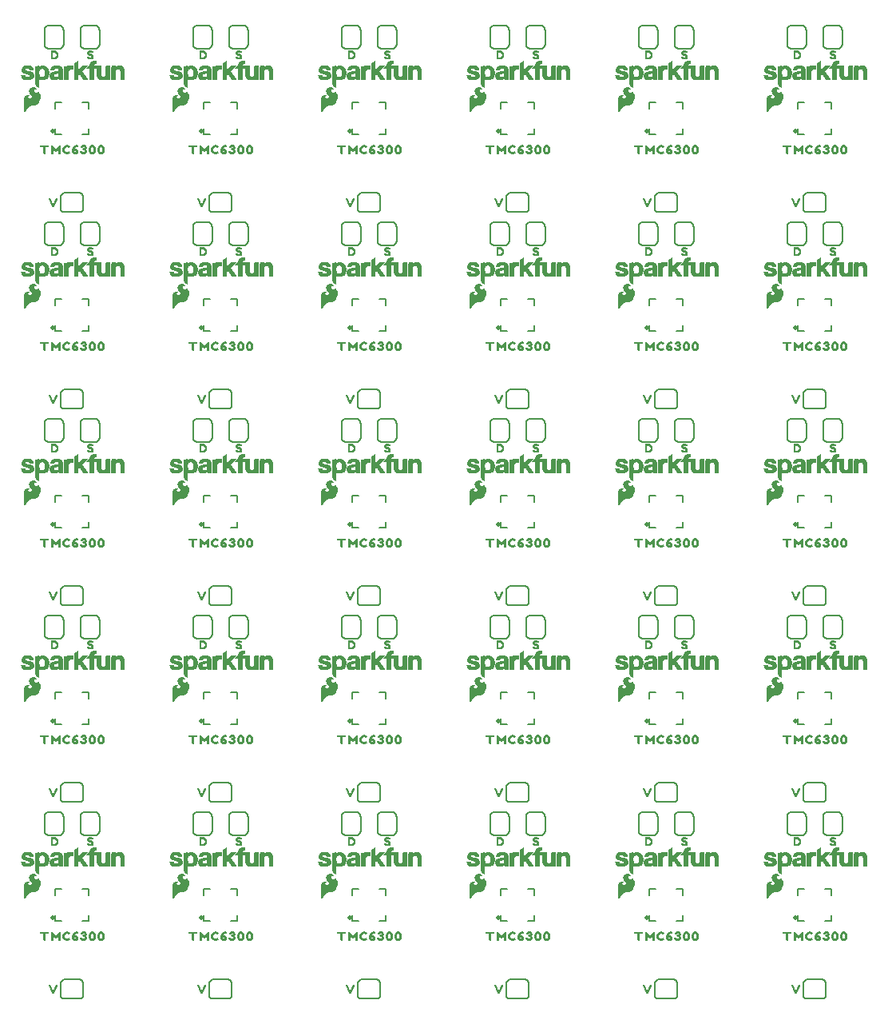
<source format=gto>
G04 EAGLE Gerber RS-274X export*
G75*
%MOMM*%
%FSLAX34Y34*%
%LPD*%
%INSilkscreen Top*%
%IPPOS*%
%AMOC8*
5,1,8,0,0,1.08239X$1,22.5*%
G01*
%ADD10C,0.203200*%
%ADD11C,0.127000*%
%ADD12C,0.508000*%

G36*
X341059Y316921D02*
X341059Y316921D01*
X341121Y316923D01*
X341143Y316936D01*
X341169Y316940D01*
X341240Y316988D01*
X341273Y317006D01*
X341279Y317014D01*
X341289Y317021D01*
X341789Y317521D01*
X341808Y317552D01*
X341846Y317594D01*
X342122Y318054D01*
X342589Y318521D01*
X342597Y318534D01*
X342612Y318547D01*
X343101Y319133D01*
X344289Y320321D01*
X344296Y320332D01*
X344309Y320343D01*
X345499Y321732D01*
X346456Y322688D01*
X347354Y323227D01*
X347851Y323310D01*
X349720Y323310D01*
X349746Y323316D01*
X349783Y323315D01*
X350983Y323515D01*
X350998Y323522D01*
X351020Y323523D01*
X352120Y323823D01*
X352137Y323832D01*
X352161Y323837D01*
X353161Y324237D01*
X353183Y324252D01*
X353216Y324264D01*
X354216Y324864D01*
X354236Y324884D01*
X354270Y324904D01*
X355070Y325604D01*
X355077Y325613D01*
X355089Y325621D01*
X355889Y326421D01*
X355900Y326439D01*
X355920Y326457D01*
X356620Y327357D01*
X356631Y327380D01*
X356652Y327405D01*
X357652Y329205D01*
X357663Y329241D01*
X357688Y329293D01*
X358188Y331193D01*
X358189Y331225D01*
X358200Y331268D01*
X358300Y332968D01*
X358293Y333004D01*
X358294Y333060D01*
X357994Y334660D01*
X357985Y334681D01*
X357981Y334710D01*
X357481Y336210D01*
X357462Y336241D01*
X357441Y336294D01*
X356741Y337394D01*
X356722Y337413D01*
X356704Y337443D01*
X356479Y337696D01*
X356141Y338076D01*
X355904Y338343D01*
X355872Y338365D01*
X355822Y338412D01*
X355022Y338912D01*
X354992Y338923D01*
X354972Y338937D01*
X354937Y338943D01*
X354892Y338963D01*
X354875Y338963D01*
X354858Y338968D01*
X354826Y338964D01*
X354820Y338964D01*
X354812Y338962D01*
X354789Y338959D01*
X354719Y338957D01*
X354704Y338948D01*
X354686Y338946D01*
X354656Y338926D01*
X354651Y338925D01*
X354637Y338913D01*
X354628Y338907D01*
X354567Y338874D01*
X354557Y338859D01*
X354542Y338849D01*
X354526Y338821D01*
X354518Y338815D01*
X354504Y338784D01*
X354467Y338732D01*
X354464Y338713D01*
X354456Y338699D01*
X354454Y338673D01*
X354447Y338656D01*
X354448Y338631D01*
X354440Y338590D01*
X354440Y337752D01*
X354368Y337536D01*
X354308Y337415D01*
X354115Y337222D01*
X353958Y337170D01*
X353767Y337170D01*
X353053Y337349D01*
X352711Y337520D01*
X352440Y337701D01*
X352070Y337978D01*
X351516Y338532D01*
X351173Y339046D01*
X351100Y339337D01*
X351100Y339828D01*
X351172Y340044D01*
X351250Y340199D01*
X351400Y340425D01*
X351721Y340665D01*
X352044Y340827D01*
X352495Y340917D01*
X352502Y340921D01*
X352512Y340921D01*
X352867Y341010D01*
X353330Y341010D01*
X353450Y340950D01*
X353465Y340946D01*
X353478Y340937D01*
X353612Y340911D01*
X353619Y340910D01*
X353620Y340910D01*
X353720Y340910D01*
X353745Y340916D01*
X353771Y340913D01*
X353829Y340935D01*
X353889Y340949D01*
X353909Y340966D01*
X353933Y340975D01*
X353975Y341020D01*
X354022Y341059D01*
X354033Y341083D01*
X354050Y341102D01*
X354068Y341161D01*
X354093Y341218D01*
X354092Y341243D01*
X354100Y341268D01*
X354089Y341329D01*
X354087Y341391D01*
X354074Y341413D01*
X354070Y341439D01*
X354022Y341510D01*
X354004Y341543D01*
X353996Y341549D01*
X353989Y341559D01*
X353889Y341659D01*
X353869Y341671D01*
X353848Y341694D01*
X353448Y341994D01*
X353422Y342006D01*
X353390Y342030D01*
X351990Y342730D01*
X351978Y342733D01*
X351969Y342739D01*
X351940Y342745D01*
X351903Y342761D01*
X351003Y342961D01*
X350969Y342961D01*
X350920Y342970D01*
X349920Y342970D01*
X349892Y342964D01*
X349852Y342964D01*
X348752Y342764D01*
X348717Y342749D01*
X348660Y342731D01*
X348645Y342727D01*
X348642Y342725D01*
X348638Y342724D01*
X347538Y342124D01*
X347518Y342106D01*
X347487Y342090D01*
X346587Y341390D01*
X346567Y341366D01*
X346498Y341292D01*
X345998Y340492D01*
X345986Y340458D01*
X345959Y340410D01*
X345659Y339510D01*
X345656Y339473D01*
X345640Y339390D01*
X345640Y338590D01*
X345647Y338557D01*
X345649Y338508D01*
X345849Y337608D01*
X345866Y337572D01*
X345888Y337505D01*
X346388Y336605D01*
X346410Y336581D01*
X346434Y336540D01*
X347134Y335740D01*
X347135Y335739D01*
X347136Y335737D01*
X347936Y334837D01*
X347944Y334832D01*
X347951Y334821D01*
X348593Y334179D01*
X348840Y333521D01*
X348840Y332952D01*
X348681Y332475D01*
X348360Y332074D01*
X347864Y331743D01*
X347173Y331570D01*
X346458Y331570D01*
X346029Y331656D01*
X345634Y331814D01*
X345116Y332332D01*
X344965Y332559D01*
X344900Y332752D01*
X344900Y333028D01*
X344952Y333185D01*
X345425Y333658D01*
X345640Y333729D01*
X345660Y333742D01*
X345690Y333750D01*
X346090Y333950D01*
X346119Y333974D01*
X346189Y334021D01*
X346289Y334121D01*
X346302Y334142D01*
X346321Y334158D01*
X346347Y334215D01*
X346380Y334268D01*
X346383Y334293D01*
X346393Y334316D01*
X346391Y334379D01*
X346397Y334441D01*
X346388Y334464D01*
X346387Y334489D01*
X346357Y334544D01*
X346335Y334603D01*
X346317Y334620D01*
X346305Y334642D01*
X346235Y334696D01*
X346208Y334720D01*
X346199Y334723D01*
X346190Y334730D01*
X345790Y334930D01*
X345775Y334934D01*
X345762Y334943D01*
X345628Y334969D01*
X345622Y334970D01*
X345621Y334970D01*
X345620Y334970D01*
X344420Y334970D01*
X344394Y334964D01*
X344358Y334965D01*
X343758Y334865D01*
X343752Y334863D01*
X343745Y334863D01*
X343245Y334763D01*
X343219Y334751D01*
X343179Y334743D01*
X342679Y334543D01*
X342648Y334521D01*
X342592Y334494D01*
X342192Y334194D01*
X342188Y334190D01*
X342182Y334187D01*
X341682Y333787D01*
X341665Y333764D01*
X341594Y333686D01*
X340994Y332686D01*
X340982Y332650D01*
X340954Y332594D01*
X340754Y331894D01*
X340753Y331869D01*
X340743Y331837D01*
X340643Y331037D01*
X340645Y331016D01*
X340640Y330990D01*
X340640Y317290D01*
X340646Y317265D01*
X340643Y317239D01*
X340665Y317182D01*
X340679Y317121D01*
X340696Y317101D01*
X340705Y317077D01*
X340750Y317035D01*
X340789Y316988D01*
X340813Y316977D01*
X340832Y316960D01*
X340891Y316942D01*
X340948Y316917D01*
X340973Y316918D01*
X340998Y316910D01*
X341059Y316921D01*
G37*
G36*
X26099Y316921D02*
X26099Y316921D01*
X26161Y316923D01*
X26183Y316936D01*
X26209Y316940D01*
X26280Y316988D01*
X26313Y317006D01*
X26319Y317014D01*
X26329Y317021D01*
X26829Y317521D01*
X26848Y317552D01*
X26886Y317594D01*
X27162Y318054D01*
X27629Y318521D01*
X27637Y318534D01*
X27652Y318547D01*
X28141Y319133D01*
X29329Y320321D01*
X29336Y320332D01*
X29349Y320343D01*
X30539Y321732D01*
X31496Y322688D01*
X32394Y323227D01*
X32891Y323310D01*
X34760Y323310D01*
X34786Y323316D01*
X34823Y323315D01*
X36023Y323515D01*
X36038Y323522D01*
X36060Y323523D01*
X37160Y323823D01*
X37177Y323832D01*
X37201Y323837D01*
X38201Y324237D01*
X38223Y324252D01*
X38256Y324264D01*
X39256Y324864D01*
X39276Y324884D01*
X39310Y324904D01*
X40110Y325604D01*
X40117Y325613D01*
X40129Y325621D01*
X40929Y326421D01*
X40940Y326439D01*
X40960Y326457D01*
X41660Y327357D01*
X41671Y327380D01*
X41692Y327405D01*
X42692Y329205D01*
X42703Y329241D01*
X42728Y329293D01*
X43228Y331193D01*
X43229Y331225D01*
X43240Y331268D01*
X43340Y332968D01*
X43333Y333004D01*
X43334Y333060D01*
X43034Y334660D01*
X43025Y334681D01*
X43021Y334710D01*
X42521Y336210D01*
X42502Y336241D01*
X42481Y336294D01*
X41781Y337394D01*
X41762Y337413D01*
X41744Y337443D01*
X41519Y337696D01*
X41181Y338076D01*
X40944Y338343D01*
X40912Y338365D01*
X40862Y338412D01*
X40062Y338912D01*
X40032Y338923D01*
X40012Y338937D01*
X39977Y338943D01*
X39932Y338963D01*
X39915Y338963D01*
X39898Y338968D01*
X39866Y338964D01*
X39860Y338964D01*
X39852Y338962D01*
X39829Y338959D01*
X39759Y338957D01*
X39744Y338948D01*
X39726Y338946D01*
X39696Y338926D01*
X39691Y338925D01*
X39677Y338913D01*
X39668Y338907D01*
X39607Y338874D01*
X39597Y338859D01*
X39582Y338849D01*
X39566Y338821D01*
X39558Y338815D01*
X39544Y338784D01*
X39507Y338732D01*
X39504Y338713D01*
X39496Y338699D01*
X39494Y338673D01*
X39487Y338656D01*
X39488Y338631D01*
X39480Y338590D01*
X39480Y337752D01*
X39408Y337536D01*
X39348Y337415D01*
X39155Y337222D01*
X38998Y337170D01*
X38807Y337170D01*
X38093Y337349D01*
X37751Y337520D01*
X37480Y337701D01*
X37110Y337978D01*
X36556Y338532D01*
X36213Y339046D01*
X36140Y339337D01*
X36140Y339828D01*
X36212Y340044D01*
X36290Y340199D01*
X36440Y340425D01*
X36761Y340665D01*
X37084Y340827D01*
X37535Y340917D01*
X37542Y340921D01*
X37552Y340921D01*
X37907Y341010D01*
X38370Y341010D01*
X38490Y340950D01*
X38505Y340946D01*
X38518Y340937D01*
X38652Y340911D01*
X38659Y340910D01*
X38660Y340910D01*
X38760Y340910D01*
X38785Y340916D01*
X38811Y340913D01*
X38869Y340935D01*
X38929Y340949D01*
X38949Y340966D01*
X38973Y340975D01*
X39015Y341020D01*
X39062Y341059D01*
X39073Y341083D01*
X39090Y341102D01*
X39108Y341161D01*
X39133Y341218D01*
X39132Y341243D01*
X39140Y341268D01*
X39129Y341329D01*
X39127Y341391D01*
X39114Y341413D01*
X39110Y341439D01*
X39062Y341510D01*
X39044Y341543D01*
X39036Y341549D01*
X39029Y341559D01*
X38929Y341659D01*
X38909Y341671D01*
X38888Y341694D01*
X38488Y341994D01*
X38462Y342006D01*
X38430Y342030D01*
X37030Y342730D01*
X37018Y342733D01*
X37009Y342739D01*
X36980Y342745D01*
X36943Y342761D01*
X36043Y342961D01*
X36009Y342961D01*
X35960Y342970D01*
X34960Y342970D01*
X34932Y342964D01*
X34892Y342964D01*
X33792Y342764D01*
X33757Y342749D01*
X33700Y342731D01*
X33685Y342727D01*
X33682Y342725D01*
X33678Y342724D01*
X32578Y342124D01*
X32558Y342106D01*
X32527Y342090D01*
X31627Y341390D01*
X31607Y341366D01*
X31538Y341292D01*
X31038Y340492D01*
X31026Y340458D01*
X30999Y340410D01*
X30699Y339510D01*
X30696Y339473D01*
X30680Y339390D01*
X30680Y338590D01*
X30687Y338557D01*
X30689Y338508D01*
X30889Y337608D01*
X30906Y337572D01*
X30928Y337505D01*
X31428Y336605D01*
X31450Y336581D01*
X31474Y336540D01*
X32174Y335740D01*
X32175Y335739D01*
X32176Y335737D01*
X32976Y334837D01*
X32984Y334832D01*
X32991Y334821D01*
X33633Y334179D01*
X33880Y333521D01*
X33880Y332952D01*
X33721Y332475D01*
X33400Y332074D01*
X32904Y331743D01*
X32213Y331570D01*
X31498Y331570D01*
X31069Y331656D01*
X30674Y331814D01*
X30156Y332332D01*
X30005Y332559D01*
X29940Y332752D01*
X29940Y333028D01*
X29992Y333185D01*
X30465Y333658D01*
X30680Y333729D01*
X30700Y333742D01*
X30730Y333750D01*
X31130Y333950D01*
X31159Y333974D01*
X31229Y334021D01*
X31329Y334121D01*
X31342Y334142D01*
X31361Y334158D01*
X31387Y334215D01*
X31420Y334268D01*
X31423Y334293D01*
X31433Y334316D01*
X31431Y334379D01*
X31437Y334441D01*
X31428Y334464D01*
X31427Y334489D01*
X31397Y334544D01*
X31375Y334603D01*
X31357Y334620D01*
X31345Y334642D01*
X31275Y334696D01*
X31248Y334720D01*
X31239Y334723D01*
X31230Y334730D01*
X30830Y334930D01*
X30815Y334934D01*
X30802Y334943D01*
X30668Y334969D01*
X30662Y334970D01*
X30661Y334970D01*
X30660Y334970D01*
X29460Y334970D01*
X29434Y334964D01*
X29398Y334965D01*
X28798Y334865D01*
X28792Y334863D01*
X28785Y334863D01*
X28285Y334763D01*
X28259Y334751D01*
X28219Y334743D01*
X27719Y334543D01*
X27688Y334521D01*
X27632Y334494D01*
X27232Y334194D01*
X27228Y334190D01*
X27222Y334187D01*
X26722Y333787D01*
X26705Y333764D01*
X26634Y333686D01*
X26034Y332686D01*
X26022Y332650D01*
X25994Y332594D01*
X25794Y331894D01*
X25793Y331869D01*
X25783Y331837D01*
X25683Y331037D01*
X25685Y331016D01*
X25680Y330990D01*
X25680Y317290D01*
X25686Y317265D01*
X25683Y317239D01*
X25705Y317182D01*
X25719Y317121D01*
X25736Y317101D01*
X25745Y317077D01*
X25790Y317035D01*
X25829Y316988D01*
X25853Y316977D01*
X25872Y316960D01*
X25931Y316942D01*
X25988Y316917D01*
X26013Y316918D01*
X26038Y316910D01*
X26099Y316921D01*
G37*
G36*
X656019Y941761D02*
X656019Y941761D01*
X656081Y941763D01*
X656103Y941776D01*
X656129Y941780D01*
X656200Y941828D01*
X656233Y941846D01*
X656239Y941854D01*
X656249Y941861D01*
X656749Y942361D01*
X656768Y942392D01*
X656806Y942434D01*
X657082Y942894D01*
X657549Y943361D01*
X657557Y943374D01*
X657572Y943387D01*
X658061Y943973D01*
X659249Y945161D01*
X659256Y945172D01*
X659269Y945183D01*
X660459Y946572D01*
X661416Y947528D01*
X662314Y948067D01*
X662811Y948150D01*
X664680Y948150D01*
X664706Y948156D01*
X664743Y948155D01*
X665943Y948355D01*
X665958Y948362D01*
X665980Y948363D01*
X667080Y948663D01*
X667097Y948672D01*
X667121Y948677D01*
X668121Y949077D01*
X668143Y949092D01*
X668176Y949104D01*
X669176Y949704D01*
X669196Y949724D01*
X669230Y949744D01*
X670030Y950444D01*
X670037Y950453D01*
X670049Y950461D01*
X670849Y951261D01*
X670860Y951279D01*
X670880Y951297D01*
X671580Y952197D01*
X671591Y952220D01*
X671612Y952245D01*
X672612Y954045D01*
X672623Y954081D01*
X672648Y954133D01*
X673148Y956033D01*
X673149Y956065D01*
X673160Y956108D01*
X673260Y957808D01*
X673253Y957844D01*
X673254Y957900D01*
X672954Y959500D01*
X672945Y959521D01*
X672941Y959550D01*
X672441Y961050D01*
X672422Y961081D01*
X672401Y961134D01*
X671701Y962234D01*
X671682Y962253D01*
X671664Y962283D01*
X671439Y962536D01*
X671101Y962916D01*
X670864Y963183D01*
X670832Y963205D01*
X670782Y963252D01*
X669982Y963752D01*
X669952Y963763D01*
X669932Y963777D01*
X669897Y963783D01*
X669852Y963803D01*
X669835Y963803D01*
X669818Y963808D01*
X669786Y963804D01*
X669780Y963804D01*
X669772Y963802D01*
X669749Y963799D01*
X669679Y963797D01*
X669664Y963788D01*
X669646Y963786D01*
X669616Y963766D01*
X669611Y963765D01*
X669597Y963753D01*
X669588Y963747D01*
X669527Y963714D01*
X669517Y963699D01*
X669502Y963689D01*
X669486Y963661D01*
X669478Y963655D01*
X669464Y963624D01*
X669427Y963572D01*
X669424Y963553D01*
X669416Y963539D01*
X669414Y963513D01*
X669407Y963496D01*
X669408Y963471D01*
X669400Y963430D01*
X669400Y962592D01*
X669328Y962376D01*
X669268Y962255D01*
X669075Y962062D01*
X668918Y962010D01*
X668727Y962010D01*
X668013Y962189D01*
X667671Y962360D01*
X667400Y962541D01*
X667030Y962818D01*
X666476Y963372D01*
X666133Y963886D01*
X666060Y964177D01*
X666060Y964668D01*
X666132Y964884D01*
X666210Y965039D01*
X666360Y965265D01*
X666681Y965505D01*
X667004Y965667D01*
X667455Y965757D01*
X667462Y965761D01*
X667472Y965761D01*
X667827Y965850D01*
X668290Y965850D01*
X668410Y965790D01*
X668425Y965786D01*
X668438Y965777D01*
X668572Y965751D01*
X668579Y965750D01*
X668580Y965750D01*
X668680Y965750D01*
X668705Y965756D01*
X668731Y965753D01*
X668789Y965775D01*
X668849Y965789D01*
X668869Y965806D01*
X668893Y965815D01*
X668935Y965860D01*
X668982Y965899D01*
X668993Y965923D01*
X669010Y965942D01*
X669028Y966001D01*
X669053Y966058D01*
X669052Y966083D01*
X669060Y966108D01*
X669049Y966169D01*
X669047Y966231D01*
X669034Y966253D01*
X669030Y966279D01*
X668982Y966350D01*
X668964Y966383D01*
X668956Y966389D01*
X668949Y966399D01*
X668849Y966499D01*
X668829Y966511D01*
X668808Y966534D01*
X668408Y966834D01*
X668382Y966846D01*
X668350Y966870D01*
X666950Y967570D01*
X666938Y967573D01*
X666929Y967579D01*
X666900Y967585D01*
X666863Y967601D01*
X665963Y967801D01*
X665929Y967801D01*
X665880Y967810D01*
X664880Y967810D01*
X664852Y967804D01*
X664812Y967804D01*
X663712Y967604D01*
X663677Y967589D01*
X663620Y967571D01*
X663605Y967567D01*
X663602Y967565D01*
X663598Y967564D01*
X662498Y966964D01*
X662478Y966946D01*
X662447Y966930D01*
X661547Y966230D01*
X661527Y966206D01*
X661458Y966132D01*
X660958Y965332D01*
X660946Y965298D01*
X660919Y965250D01*
X660619Y964350D01*
X660616Y964313D01*
X660600Y964230D01*
X660600Y963430D01*
X660607Y963397D01*
X660609Y963348D01*
X660809Y962448D01*
X660826Y962412D01*
X660848Y962345D01*
X661348Y961445D01*
X661370Y961421D01*
X661394Y961380D01*
X662094Y960580D01*
X662095Y960579D01*
X662096Y960577D01*
X662896Y959677D01*
X662904Y959672D01*
X662911Y959661D01*
X663553Y959019D01*
X663800Y958361D01*
X663800Y957792D01*
X663641Y957315D01*
X663320Y956914D01*
X662824Y956583D01*
X662133Y956410D01*
X661418Y956410D01*
X660989Y956496D01*
X660594Y956654D01*
X660076Y957172D01*
X659925Y957399D01*
X659860Y957592D01*
X659860Y957868D01*
X659912Y958025D01*
X660385Y958498D01*
X660600Y958569D01*
X660620Y958582D01*
X660650Y958590D01*
X661050Y958790D01*
X661079Y958814D01*
X661149Y958861D01*
X661249Y958961D01*
X661262Y958982D01*
X661281Y958998D01*
X661307Y959055D01*
X661340Y959108D01*
X661343Y959133D01*
X661353Y959156D01*
X661351Y959219D01*
X661357Y959281D01*
X661348Y959304D01*
X661347Y959329D01*
X661317Y959384D01*
X661295Y959443D01*
X661277Y959460D01*
X661265Y959482D01*
X661195Y959536D01*
X661168Y959560D01*
X661159Y959563D01*
X661150Y959570D01*
X660750Y959770D01*
X660735Y959774D01*
X660722Y959783D01*
X660588Y959809D01*
X660582Y959810D01*
X660581Y959810D01*
X660580Y959810D01*
X659380Y959810D01*
X659354Y959804D01*
X659318Y959805D01*
X658718Y959705D01*
X658712Y959703D01*
X658705Y959703D01*
X658205Y959603D01*
X658179Y959591D01*
X658139Y959583D01*
X657639Y959383D01*
X657608Y959361D01*
X657552Y959334D01*
X657152Y959034D01*
X657148Y959030D01*
X657142Y959027D01*
X656642Y958627D01*
X656625Y958604D01*
X656554Y958526D01*
X655954Y957526D01*
X655942Y957490D01*
X655914Y957434D01*
X655714Y956734D01*
X655713Y956709D01*
X655703Y956677D01*
X655603Y955877D01*
X655605Y955856D01*
X655600Y955830D01*
X655600Y942130D01*
X655606Y942105D01*
X655603Y942079D01*
X655625Y942022D01*
X655639Y941961D01*
X655656Y941941D01*
X655665Y941917D01*
X655710Y941875D01*
X655749Y941828D01*
X655773Y941817D01*
X655792Y941800D01*
X655851Y941782D01*
X655908Y941757D01*
X655933Y941758D01*
X655958Y941750D01*
X656019Y941761D01*
G37*
G36*
X498539Y941761D02*
X498539Y941761D01*
X498601Y941763D01*
X498623Y941776D01*
X498649Y941780D01*
X498720Y941828D01*
X498753Y941846D01*
X498759Y941854D01*
X498769Y941861D01*
X499269Y942361D01*
X499288Y942392D01*
X499326Y942434D01*
X499602Y942894D01*
X500069Y943361D01*
X500077Y943374D01*
X500092Y943387D01*
X500581Y943973D01*
X501769Y945161D01*
X501776Y945172D01*
X501789Y945183D01*
X502979Y946572D01*
X503936Y947528D01*
X504834Y948067D01*
X505331Y948150D01*
X507200Y948150D01*
X507226Y948156D01*
X507263Y948155D01*
X508463Y948355D01*
X508478Y948362D01*
X508500Y948363D01*
X509600Y948663D01*
X509617Y948672D01*
X509641Y948677D01*
X510641Y949077D01*
X510663Y949092D01*
X510696Y949104D01*
X511696Y949704D01*
X511716Y949724D01*
X511750Y949744D01*
X512550Y950444D01*
X512557Y950453D01*
X512569Y950461D01*
X513369Y951261D01*
X513380Y951279D01*
X513400Y951297D01*
X514100Y952197D01*
X514111Y952220D01*
X514132Y952245D01*
X515132Y954045D01*
X515143Y954081D01*
X515168Y954133D01*
X515668Y956033D01*
X515669Y956065D01*
X515680Y956108D01*
X515780Y957808D01*
X515773Y957844D01*
X515774Y957900D01*
X515474Y959500D01*
X515465Y959521D01*
X515461Y959550D01*
X514961Y961050D01*
X514942Y961081D01*
X514921Y961134D01*
X514221Y962234D01*
X514202Y962253D01*
X514184Y962283D01*
X513959Y962536D01*
X513621Y962916D01*
X513384Y963183D01*
X513352Y963205D01*
X513302Y963252D01*
X512502Y963752D01*
X512472Y963763D01*
X512452Y963777D01*
X512417Y963783D01*
X512372Y963803D01*
X512355Y963803D01*
X512338Y963808D01*
X512306Y963804D01*
X512300Y963804D01*
X512292Y963802D01*
X512269Y963799D01*
X512199Y963797D01*
X512184Y963788D01*
X512166Y963786D01*
X512136Y963766D01*
X512131Y963765D01*
X512117Y963753D01*
X512108Y963747D01*
X512047Y963714D01*
X512037Y963699D01*
X512022Y963689D01*
X512006Y963661D01*
X511998Y963655D01*
X511984Y963624D01*
X511947Y963572D01*
X511944Y963553D01*
X511936Y963539D01*
X511934Y963513D01*
X511927Y963496D01*
X511928Y963471D01*
X511920Y963430D01*
X511920Y962592D01*
X511848Y962376D01*
X511788Y962255D01*
X511595Y962062D01*
X511438Y962010D01*
X511247Y962010D01*
X510533Y962189D01*
X510191Y962360D01*
X509920Y962541D01*
X509550Y962818D01*
X508996Y963372D01*
X508653Y963886D01*
X508580Y964177D01*
X508580Y964668D01*
X508652Y964884D01*
X508730Y965039D01*
X508880Y965265D01*
X509201Y965505D01*
X509524Y965667D01*
X509975Y965757D01*
X509982Y965761D01*
X509992Y965761D01*
X510347Y965850D01*
X510810Y965850D01*
X510930Y965790D01*
X510945Y965786D01*
X510958Y965777D01*
X511092Y965751D01*
X511099Y965750D01*
X511100Y965750D01*
X511200Y965750D01*
X511225Y965756D01*
X511251Y965753D01*
X511309Y965775D01*
X511369Y965789D01*
X511389Y965806D01*
X511413Y965815D01*
X511455Y965860D01*
X511502Y965899D01*
X511513Y965923D01*
X511530Y965942D01*
X511548Y966001D01*
X511573Y966058D01*
X511572Y966083D01*
X511580Y966108D01*
X511569Y966169D01*
X511567Y966231D01*
X511554Y966253D01*
X511550Y966279D01*
X511502Y966350D01*
X511484Y966383D01*
X511476Y966389D01*
X511469Y966399D01*
X511369Y966499D01*
X511349Y966511D01*
X511328Y966534D01*
X510928Y966834D01*
X510902Y966846D01*
X510870Y966870D01*
X509470Y967570D01*
X509458Y967573D01*
X509449Y967579D01*
X509420Y967585D01*
X509383Y967601D01*
X508483Y967801D01*
X508449Y967801D01*
X508400Y967810D01*
X507400Y967810D01*
X507372Y967804D01*
X507332Y967804D01*
X506232Y967604D01*
X506197Y967589D01*
X506140Y967571D01*
X506125Y967567D01*
X506122Y967565D01*
X506118Y967564D01*
X505018Y966964D01*
X504998Y966946D01*
X504967Y966930D01*
X504067Y966230D01*
X504047Y966206D01*
X503978Y966132D01*
X503478Y965332D01*
X503466Y965298D01*
X503439Y965250D01*
X503139Y964350D01*
X503136Y964313D01*
X503120Y964230D01*
X503120Y963430D01*
X503127Y963397D01*
X503129Y963348D01*
X503329Y962448D01*
X503346Y962412D01*
X503368Y962345D01*
X503868Y961445D01*
X503890Y961421D01*
X503914Y961380D01*
X504614Y960580D01*
X504615Y960579D01*
X504616Y960577D01*
X505416Y959677D01*
X505424Y959672D01*
X505431Y959661D01*
X506073Y959019D01*
X506320Y958361D01*
X506320Y957792D01*
X506161Y957315D01*
X505840Y956914D01*
X505344Y956583D01*
X504653Y956410D01*
X503938Y956410D01*
X503509Y956496D01*
X503114Y956654D01*
X502596Y957172D01*
X502445Y957399D01*
X502380Y957592D01*
X502380Y957868D01*
X502432Y958025D01*
X502905Y958498D01*
X503120Y958569D01*
X503140Y958582D01*
X503170Y958590D01*
X503570Y958790D01*
X503599Y958814D01*
X503669Y958861D01*
X503769Y958961D01*
X503782Y958982D01*
X503801Y958998D01*
X503827Y959055D01*
X503860Y959108D01*
X503863Y959133D01*
X503873Y959156D01*
X503871Y959219D01*
X503877Y959281D01*
X503868Y959304D01*
X503867Y959329D01*
X503837Y959384D01*
X503815Y959443D01*
X503797Y959460D01*
X503785Y959482D01*
X503715Y959536D01*
X503688Y959560D01*
X503679Y959563D01*
X503670Y959570D01*
X503270Y959770D01*
X503255Y959774D01*
X503242Y959783D01*
X503108Y959809D01*
X503102Y959810D01*
X503101Y959810D01*
X503100Y959810D01*
X501900Y959810D01*
X501874Y959804D01*
X501838Y959805D01*
X501238Y959705D01*
X501232Y959703D01*
X501225Y959703D01*
X500725Y959603D01*
X500699Y959591D01*
X500659Y959583D01*
X500159Y959383D01*
X500128Y959361D01*
X500072Y959334D01*
X499672Y959034D01*
X499668Y959030D01*
X499662Y959027D01*
X499162Y958627D01*
X499145Y958604D01*
X499074Y958526D01*
X498474Y957526D01*
X498462Y957490D01*
X498434Y957434D01*
X498234Y956734D01*
X498233Y956709D01*
X498223Y956677D01*
X498123Y955877D01*
X498125Y955856D01*
X498120Y955830D01*
X498120Y942130D01*
X498126Y942105D01*
X498123Y942079D01*
X498145Y942022D01*
X498159Y941961D01*
X498176Y941941D01*
X498185Y941917D01*
X498230Y941875D01*
X498269Y941828D01*
X498293Y941817D01*
X498312Y941800D01*
X498371Y941782D01*
X498428Y941757D01*
X498453Y941758D01*
X498478Y941750D01*
X498539Y941761D01*
G37*
G36*
X341059Y941761D02*
X341059Y941761D01*
X341121Y941763D01*
X341143Y941776D01*
X341169Y941780D01*
X341240Y941828D01*
X341273Y941846D01*
X341279Y941854D01*
X341289Y941861D01*
X341789Y942361D01*
X341808Y942392D01*
X341846Y942434D01*
X342122Y942894D01*
X342589Y943361D01*
X342597Y943374D01*
X342612Y943387D01*
X343101Y943973D01*
X344289Y945161D01*
X344296Y945172D01*
X344309Y945183D01*
X345499Y946572D01*
X346456Y947528D01*
X347354Y948067D01*
X347851Y948150D01*
X349720Y948150D01*
X349746Y948156D01*
X349783Y948155D01*
X350983Y948355D01*
X350998Y948362D01*
X351020Y948363D01*
X352120Y948663D01*
X352137Y948672D01*
X352161Y948677D01*
X353161Y949077D01*
X353183Y949092D01*
X353216Y949104D01*
X354216Y949704D01*
X354236Y949724D01*
X354270Y949744D01*
X355070Y950444D01*
X355077Y950453D01*
X355089Y950461D01*
X355889Y951261D01*
X355900Y951279D01*
X355920Y951297D01*
X356620Y952197D01*
X356631Y952220D01*
X356652Y952245D01*
X357652Y954045D01*
X357663Y954081D01*
X357688Y954133D01*
X358188Y956033D01*
X358189Y956065D01*
X358200Y956108D01*
X358300Y957808D01*
X358293Y957844D01*
X358294Y957900D01*
X357994Y959500D01*
X357985Y959521D01*
X357981Y959550D01*
X357481Y961050D01*
X357462Y961081D01*
X357441Y961134D01*
X356741Y962234D01*
X356722Y962253D01*
X356704Y962283D01*
X356479Y962536D01*
X356141Y962916D01*
X355904Y963183D01*
X355872Y963205D01*
X355822Y963252D01*
X355022Y963752D01*
X354992Y963763D01*
X354972Y963777D01*
X354937Y963783D01*
X354892Y963803D01*
X354875Y963803D01*
X354858Y963808D01*
X354826Y963804D01*
X354820Y963804D01*
X354812Y963802D01*
X354789Y963799D01*
X354719Y963797D01*
X354704Y963788D01*
X354686Y963786D01*
X354656Y963766D01*
X354651Y963765D01*
X354637Y963753D01*
X354628Y963747D01*
X354567Y963714D01*
X354557Y963699D01*
X354542Y963689D01*
X354526Y963661D01*
X354518Y963655D01*
X354504Y963624D01*
X354467Y963572D01*
X354464Y963553D01*
X354456Y963539D01*
X354454Y963513D01*
X354447Y963496D01*
X354448Y963471D01*
X354440Y963430D01*
X354440Y962592D01*
X354368Y962376D01*
X354308Y962255D01*
X354115Y962062D01*
X353958Y962010D01*
X353767Y962010D01*
X353053Y962189D01*
X352711Y962360D01*
X352440Y962541D01*
X352070Y962818D01*
X351516Y963372D01*
X351173Y963886D01*
X351100Y964177D01*
X351100Y964668D01*
X351172Y964884D01*
X351250Y965039D01*
X351400Y965265D01*
X351721Y965505D01*
X352044Y965667D01*
X352495Y965757D01*
X352502Y965761D01*
X352512Y965761D01*
X352867Y965850D01*
X353330Y965850D01*
X353450Y965790D01*
X353465Y965786D01*
X353478Y965777D01*
X353612Y965751D01*
X353619Y965750D01*
X353620Y965750D01*
X353720Y965750D01*
X353745Y965756D01*
X353771Y965753D01*
X353829Y965775D01*
X353889Y965789D01*
X353909Y965806D01*
X353933Y965815D01*
X353975Y965860D01*
X354022Y965899D01*
X354033Y965923D01*
X354050Y965942D01*
X354068Y966001D01*
X354093Y966058D01*
X354092Y966083D01*
X354100Y966108D01*
X354089Y966169D01*
X354087Y966231D01*
X354074Y966253D01*
X354070Y966279D01*
X354022Y966350D01*
X354004Y966383D01*
X353996Y966389D01*
X353989Y966399D01*
X353889Y966499D01*
X353869Y966511D01*
X353848Y966534D01*
X353448Y966834D01*
X353422Y966846D01*
X353390Y966870D01*
X351990Y967570D01*
X351978Y967573D01*
X351969Y967579D01*
X351940Y967585D01*
X351903Y967601D01*
X351003Y967801D01*
X350969Y967801D01*
X350920Y967810D01*
X349920Y967810D01*
X349892Y967804D01*
X349852Y967804D01*
X348752Y967604D01*
X348717Y967589D01*
X348660Y967571D01*
X348645Y967567D01*
X348642Y967565D01*
X348638Y967564D01*
X347538Y966964D01*
X347518Y966946D01*
X347487Y966930D01*
X346587Y966230D01*
X346567Y966206D01*
X346498Y966132D01*
X345998Y965332D01*
X345986Y965298D01*
X345959Y965250D01*
X345659Y964350D01*
X345656Y964313D01*
X345640Y964230D01*
X345640Y963430D01*
X345647Y963397D01*
X345649Y963348D01*
X345849Y962448D01*
X345866Y962412D01*
X345888Y962345D01*
X346388Y961445D01*
X346410Y961421D01*
X346434Y961380D01*
X347134Y960580D01*
X347135Y960579D01*
X347136Y960577D01*
X347936Y959677D01*
X347944Y959672D01*
X347951Y959661D01*
X348593Y959019D01*
X348840Y958361D01*
X348840Y957792D01*
X348681Y957315D01*
X348360Y956914D01*
X347864Y956583D01*
X347173Y956410D01*
X346458Y956410D01*
X346029Y956496D01*
X345634Y956654D01*
X345116Y957172D01*
X344965Y957399D01*
X344900Y957592D01*
X344900Y957868D01*
X344952Y958025D01*
X345425Y958498D01*
X345640Y958569D01*
X345660Y958582D01*
X345690Y958590D01*
X346090Y958790D01*
X346119Y958814D01*
X346189Y958861D01*
X346289Y958961D01*
X346302Y958982D01*
X346321Y958998D01*
X346347Y959055D01*
X346380Y959108D01*
X346383Y959133D01*
X346393Y959156D01*
X346391Y959219D01*
X346397Y959281D01*
X346388Y959304D01*
X346387Y959329D01*
X346357Y959384D01*
X346335Y959443D01*
X346317Y959460D01*
X346305Y959482D01*
X346235Y959536D01*
X346208Y959560D01*
X346199Y959563D01*
X346190Y959570D01*
X345790Y959770D01*
X345775Y959774D01*
X345762Y959783D01*
X345628Y959809D01*
X345622Y959810D01*
X345621Y959810D01*
X345620Y959810D01*
X344420Y959810D01*
X344394Y959804D01*
X344358Y959805D01*
X343758Y959705D01*
X343752Y959703D01*
X343745Y959703D01*
X343245Y959603D01*
X343219Y959591D01*
X343179Y959583D01*
X342679Y959383D01*
X342648Y959361D01*
X342592Y959334D01*
X342192Y959034D01*
X342188Y959030D01*
X342182Y959027D01*
X341682Y958627D01*
X341665Y958604D01*
X341594Y958526D01*
X340994Y957526D01*
X340982Y957490D01*
X340954Y957434D01*
X340754Y956734D01*
X340753Y956709D01*
X340743Y956677D01*
X340643Y955877D01*
X340645Y955856D01*
X340640Y955830D01*
X340640Y942130D01*
X340646Y942105D01*
X340643Y942079D01*
X340665Y942022D01*
X340679Y941961D01*
X340696Y941941D01*
X340705Y941917D01*
X340750Y941875D01*
X340789Y941828D01*
X340813Y941817D01*
X340832Y941800D01*
X340891Y941782D01*
X340948Y941757D01*
X340973Y941758D01*
X340998Y941750D01*
X341059Y941761D01*
G37*
G36*
X26099Y941761D02*
X26099Y941761D01*
X26161Y941763D01*
X26183Y941776D01*
X26209Y941780D01*
X26280Y941828D01*
X26313Y941846D01*
X26319Y941854D01*
X26329Y941861D01*
X26829Y942361D01*
X26848Y942392D01*
X26886Y942434D01*
X27162Y942894D01*
X27629Y943361D01*
X27637Y943374D01*
X27652Y943387D01*
X28141Y943973D01*
X29329Y945161D01*
X29336Y945172D01*
X29349Y945183D01*
X30539Y946572D01*
X31496Y947528D01*
X32394Y948067D01*
X32891Y948150D01*
X34760Y948150D01*
X34786Y948156D01*
X34823Y948155D01*
X36023Y948355D01*
X36038Y948362D01*
X36060Y948363D01*
X37160Y948663D01*
X37177Y948672D01*
X37201Y948677D01*
X38201Y949077D01*
X38223Y949092D01*
X38256Y949104D01*
X39256Y949704D01*
X39276Y949724D01*
X39310Y949744D01*
X40110Y950444D01*
X40117Y950453D01*
X40129Y950461D01*
X40929Y951261D01*
X40940Y951279D01*
X40960Y951297D01*
X41660Y952197D01*
X41671Y952220D01*
X41692Y952245D01*
X42692Y954045D01*
X42703Y954081D01*
X42728Y954133D01*
X43228Y956033D01*
X43229Y956065D01*
X43240Y956108D01*
X43340Y957808D01*
X43333Y957844D01*
X43334Y957900D01*
X43034Y959500D01*
X43025Y959521D01*
X43021Y959550D01*
X42521Y961050D01*
X42502Y961081D01*
X42481Y961134D01*
X41781Y962234D01*
X41762Y962253D01*
X41744Y962283D01*
X41519Y962536D01*
X41181Y962916D01*
X40944Y963183D01*
X40912Y963205D01*
X40862Y963252D01*
X40062Y963752D01*
X40032Y963763D01*
X40012Y963777D01*
X39977Y963783D01*
X39932Y963803D01*
X39915Y963803D01*
X39898Y963808D01*
X39866Y963804D01*
X39860Y963804D01*
X39852Y963802D01*
X39829Y963799D01*
X39759Y963797D01*
X39744Y963788D01*
X39726Y963786D01*
X39696Y963766D01*
X39691Y963765D01*
X39677Y963753D01*
X39668Y963747D01*
X39607Y963714D01*
X39597Y963699D01*
X39582Y963689D01*
X39566Y963661D01*
X39558Y963655D01*
X39544Y963624D01*
X39507Y963572D01*
X39504Y963553D01*
X39496Y963539D01*
X39494Y963513D01*
X39487Y963496D01*
X39488Y963471D01*
X39480Y963430D01*
X39480Y962592D01*
X39408Y962376D01*
X39348Y962255D01*
X39155Y962062D01*
X38998Y962010D01*
X38807Y962010D01*
X38093Y962189D01*
X37751Y962360D01*
X37480Y962541D01*
X37110Y962818D01*
X36556Y963372D01*
X36213Y963886D01*
X36140Y964177D01*
X36140Y964668D01*
X36212Y964884D01*
X36290Y965039D01*
X36440Y965265D01*
X36761Y965505D01*
X37084Y965667D01*
X37535Y965757D01*
X37542Y965761D01*
X37552Y965761D01*
X37907Y965850D01*
X38370Y965850D01*
X38490Y965790D01*
X38505Y965786D01*
X38518Y965777D01*
X38652Y965751D01*
X38659Y965750D01*
X38660Y965750D01*
X38760Y965750D01*
X38785Y965756D01*
X38811Y965753D01*
X38869Y965775D01*
X38929Y965789D01*
X38949Y965806D01*
X38973Y965815D01*
X39015Y965860D01*
X39062Y965899D01*
X39073Y965923D01*
X39090Y965942D01*
X39108Y966001D01*
X39133Y966058D01*
X39132Y966083D01*
X39140Y966108D01*
X39129Y966169D01*
X39127Y966231D01*
X39114Y966253D01*
X39110Y966279D01*
X39062Y966350D01*
X39044Y966383D01*
X39036Y966389D01*
X39029Y966399D01*
X38929Y966499D01*
X38909Y966511D01*
X38888Y966534D01*
X38488Y966834D01*
X38462Y966846D01*
X38430Y966870D01*
X37030Y967570D01*
X37018Y967573D01*
X37009Y967579D01*
X36980Y967585D01*
X36943Y967601D01*
X36043Y967801D01*
X36009Y967801D01*
X35960Y967810D01*
X34960Y967810D01*
X34932Y967804D01*
X34892Y967804D01*
X33792Y967604D01*
X33757Y967589D01*
X33700Y967571D01*
X33685Y967567D01*
X33682Y967565D01*
X33678Y967564D01*
X32578Y966964D01*
X32558Y966946D01*
X32527Y966930D01*
X31627Y966230D01*
X31607Y966206D01*
X31538Y966132D01*
X31038Y965332D01*
X31026Y965298D01*
X30999Y965250D01*
X30699Y964350D01*
X30696Y964313D01*
X30680Y964230D01*
X30680Y963430D01*
X30687Y963397D01*
X30689Y963348D01*
X30889Y962448D01*
X30906Y962412D01*
X30928Y962345D01*
X31428Y961445D01*
X31450Y961421D01*
X31474Y961380D01*
X32174Y960580D01*
X32175Y960579D01*
X32176Y960577D01*
X32976Y959677D01*
X32984Y959672D01*
X32991Y959661D01*
X33633Y959019D01*
X33880Y958361D01*
X33880Y957792D01*
X33721Y957315D01*
X33400Y956914D01*
X32904Y956583D01*
X32213Y956410D01*
X31498Y956410D01*
X31069Y956496D01*
X30674Y956654D01*
X30156Y957172D01*
X30005Y957399D01*
X29940Y957592D01*
X29940Y957868D01*
X29992Y958025D01*
X30465Y958498D01*
X30680Y958569D01*
X30700Y958582D01*
X30730Y958590D01*
X31130Y958790D01*
X31159Y958814D01*
X31229Y958861D01*
X31329Y958961D01*
X31342Y958982D01*
X31361Y958998D01*
X31387Y959055D01*
X31420Y959108D01*
X31423Y959133D01*
X31433Y959156D01*
X31431Y959219D01*
X31437Y959281D01*
X31428Y959304D01*
X31427Y959329D01*
X31397Y959384D01*
X31375Y959443D01*
X31357Y959460D01*
X31345Y959482D01*
X31275Y959536D01*
X31248Y959560D01*
X31239Y959563D01*
X31230Y959570D01*
X30830Y959770D01*
X30815Y959774D01*
X30802Y959783D01*
X30668Y959809D01*
X30662Y959810D01*
X30661Y959810D01*
X30660Y959810D01*
X29460Y959810D01*
X29434Y959804D01*
X29398Y959805D01*
X28798Y959705D01*
X28792Y959703D01*
X28785Y959703D01*
X28285Y959603D01*
X28259Y959591D01*
X28219Y959583D01*
X27719Y959383D01*
X27688Y959361D01*
X27632Y959334D01*
X27232Y959034D01*
X27228Y959030D01*
X27222Y959027D01*
X26722Y958627D01*
X26705Y958604D01*
X26634Y958526D01*
X26034Y957526D01*
X26022Y957490D01*
X25994Y957434D01*
X25794Y956734D01*
X25793Y956709D01*
X25783Y956677D01*
X25683Y955877D01*
X25685Y955856D01*
X25680Y955830D01*
X25680Y942130D01*
X25686Y942105D01*
X25683Y942079D01*
X25705Y942022D01*
X25719Y941961D01*
X25736Y941941D01*
X25745Y941917D01*
X25790Y941875D01*
X25829Y941828D01*
X25853Y941817D01*
X25872Y941800D01*
X25931Y941782D01*
X25988Y941757D01*
X26013Y941758D01*
X26038Y941750D01*
X26099Y941761D01*
G37*
G36*
X183579Y941761D02*
X183579Y941761D01*
X183641Y941763D01*
X183663Y941776D01*
X183689Y941780D01*
X183760Y941828D01*
X183793Y941846D01*
X183799Y941854D01*
X183809Y941861D01*
X184309Y942361D01*
X184328Y942392D01*
X184366Y942434D01*
X184642Y942894D01*
X185109Y943361D01*
X185117Y943374D01*
X185132Y943387D01*
X185621Y943973D01*
X186809Y945161D01*
X186816Y945172D01*
X186829Y945183D01*
X188019Y946572D01*
X188976Y947528D01*
X189874Y948067D01*
X190371Y948150D01*
X192240Y948150D01*
X192266Y948156D01*
X192303Y948155D01*
X193503Y948355D01*
X193518Y948362D01*
X193540Y948363D01*
X194640Y948663D01*
X194657Y948672D01*
X194681Y948677D01*
X195681Y949077D01*
X195703Y949092D01*
X195736Y949104D01*
X196736Y949704D01*
X196756Y949724D01*
X196790Y949744D01*
X197590Y950444D01*
X197597Y950453D01*
X197609Y950461D01*
X198409Y951261D01*
X198420Y951279D01*
X198440Y951297D01*
X199140Y952197D01*
X199151Y952220D01*
X199172Y952245D01*
X200172Y954045D01*
X200183Y954081D01*
X200208Y954133D01*
X200708Y956033D01*
X200709Y956065D01*
X200720Y956108D01*
X200820Y957808D01*
X200813Y957844D01*
X200814Y957900D01*
X200514Y959500D01*
X200505Y959521D01*
X200501Y959550D01*
X200001Y961050D01*
X199982Y961081D01*
X199961Y961134D01*
X199261Y962234D01*
X199242Y962253D01*
X199224Y962283D01*
X198999Y962536D01*
X198661Y962916D01*
X198424Y963183D01*
X198392Y963205D01*
X198342Y963252D01*
X197542Y963752D01*
X197512Y963763D01*
X197492Y963777D01*
X197457Y963783D01*
X197412Y963803D01*
X197395Y963803D01*
X197378Y963808D01*
X197346Y963804D01*
X197340Y963804D01*
X197332Y963802D01*
X197309Y963799D01*
X197239Y963797D01*
X197224Y963788D01*
X197206Y963786D01*
X197176Y963766D01*
X197171Y963765D01*
X197157Y963753D01*
X197148Y963747D01*
X197087Y963714D01*
X197077Y963699D01*
X197062Y963689D01*
X197046Y963661D01*
X197038Y963655D01*
X197024Y963624D01*
X196987Y963572D01*
X196984Y963553D01*
X196976Y963539D01*
X196974Y963513D01*
X196967Y963496D01*
X196968Y963471D01*
X196960Y963430D01*
X196960Y962592D01*
X196888Y962376D01*
X196828Y962255D01*
X196635Y962062D01*
X196478Y962010D01*
X196287Y962010D01*
X195573Y962189D01*
X195231Y962360D01*
X194960Y962541D01*
X194590Y962818D01*
X194036Y963372D01*
X193693Y963886D01*
X193620Y964177D01*
X193620Y964668D01*
X193692Y964884D01*
X193770Y965039D01*
X193920Y965265D01*
X194241Y965505D01*
X194564Y965667D01*
X195015Y965757D01*
X195022Y965761D01*
X195032Y965761D01*
X195387Y965850D01*
X195850Y965850D01*
X195970Y965790D01*
X195985Y965786D01*
X195998Y965777D01*
X196132Y965751D01*
X196139Y965750D01*
X196140Y965750D01*
X196240Y965750D01*
X196265Y965756D01*
X196291Y965753D01*
X196349Y965775D01*
X196409Y965789D01*
X196429Y965806D01*
X196453Y965815D01*
X196495Y965860D01*
X196542Y965899D01*
X196553Y965923D01*
X196570Y965942D01*
X196588Y966001D01*
X196613Y966058D01*
X196612Y966083D01*
X196620Y966108D01*
X196609Y966169D01*
X196607Y966231D01*
X196594Y966253D01*
X196590Y966279D01*
X196542Y966350D01*
X196524Y966383D01*
X196516Y966389D01*
X196509Y966399D01*
X196409Y966499D01*
X196389Y966511D01*
X196368Y966534D01*
X195968Y966834D01*
X195942Y966846D01*
X195910Y966870D01*
X194510Y967570D01*
X194498Y967573D01*
X194489Y967579D01*
X194460Y967585D01*
X194423Y967601D01*
X193523Y967801D01*
X193489Y967801D01*
X193440Y967810D01*
X192440Y967810D01*
X192412Y967804D01*
X192372Y967804D01*
X191272Y967604D01*
X191237Y967589D01*
X191180Y967571D01*
X191165Y967567D01*
X191162Y967565D01*
X191158Y967564D01*
X190058Y966964D01*
X190038Y966946D01*
X190007Y966930D01*
X189107Y966230D01*
X189087Y966206D01*
X189018Y966132D01*
X188518Y965332D01*
X188506Y965298D01*
X188479Y965250D01*
X188179Y964350D01*
X188176Y964313D01*
X188160Y964230D01*
X188160Y963430D01*
X188167Y963397D01*
X188169Y963348D01*
X188369Y962448D01*
X188386Y962412D01*
X188408Y962345D01*
X188908Y961445D01*
X188930Y961421D01*
X188954Y961380D01*
X189654Y960580D01*
X189655Y960579D01*
X189656Y960577D01*
X190456Y959677D01*
X190464Y959672D01*
X190471Y959661D01*
X191113Y959019D01*
X191360Y958361D01*
X191360Y957792D01*
X191201Y957315D01*
X190880Y956914D01*
X190384Y956583D01*
X189693Y956410D01*
X188978Y956410D01*
X188549Y956496D01*
X188154Y956654D01*
X187636Y957172D01*
X187485Y957399D01*
X187420Y957592D01*
X187420Y957868D01*
X187472Y958025D01*
X187945Y958498D01*
X188160Y958569D01*
X188180Y958582D01*
X188210Y958590D01*
X188610Y958790D01*
X188639Y958814D01*
X188709Y958861D01*
X188809Y958961D01*
X188822Y958982D01*
X188841Y958998D01*
X188867Y959055D01*
X188900Y959108D01*
X188903Y959133D01*
X188913Y959156D01*
X188911Y959219D01*
X188917Y959281D01*
X188908Y959304D01*
X188907Y959329D01*
X188877Y959384D01*
X188855Y959443D01*
X188837Y959460D01*
X188825Y959482D01*
X188755Y959536D01*
X188728Y959560D01*
X188719Y959563D01*
X188710Y959570D01*
X188310Y959770D01*
X188295Y959774D01*
X188282Y959783D01*
X188148Y959809D01*
X188142Y959810D01*
X188141Y959810D01*
X188140Y959810D01*
X186940Y959810D01*
X186914Y959804D01*
X186878Y959805D01*
X186278Y959705D01*
X186272Y959703D01*
X186265Y959703D01*
X185765Y959603D01*
X185739Y959591D01*
X185699Y959583D01*
X185199Y959383D01*
X185168Y959361D01*
X185112Y959334D01*
X184712Y959034D01*
X184708Y959030D01*
X184702Y959027D01*
X184202Y958627D01*
X184185Y958604D01*
X184114Y958526D01*
X183514Y957526D01*
X183502Y957490D01*
X183474Y957434D01*
X183274Y956734D01*
X183273Y956709D01*
X183263Y956677D01*
X183163Y955877D01*
X183165Y955856D01*
X183160Y955830D01*
X183160Y942130D01*
X183166Y942105D01*
X183163Y942079D01*
X183185Y942022D01*
X183199Y941961D01*
X183216Y941941D01*
X183225Y941917D01*
X183270Y941875D01*
X183309Y941828D01*
X183333Y941817D01*
X183352Y941800D01*
X183411Y941782D01*
X183468Y941757D01*
X183493Y941758D01*
X183518Y941750D01*
X183579Y941761D01*
G37*
G36*
X813499Y941761D02*
X813499Y941761D01*
X813561Y941763D01*
X813583Y941776D01*
X813609Y941780D01*
X813680Y941828D01*
X813713Y941846D01*
X813719Y941854D01*
X813729Y941861D01*
X814229Y942361D01*
X814248Y942392D01*
X814286Y942434D01*
X814562Y942894D01*
X815029Y943361D01*
X815037Y943374D01*
X815052Y943387D01*
X815541Y943973D01*
X816729Y945161D01*
X816736Y945172D01*
X816749Y945183D01*
X817939Y946572D01*
X818896Y947528D01*
X819794Y948067D01*
X820291Y948150D01*
X822160Y948150D01*
X822186Y948156D01*
X822223Y948155D01*
X823423Y948355D01*
X823438Y948362D01*
X823460Y948363D01*
X824560Y948663D01*
X824577Y948672D01*
X824601Y948677D01*
X825601Y949077D01*
X825623Y949092D01*
X825656Y949104D01*
X826656Y949704D01*
X826676Y949724D01*
X826710Y949744D01*
X827510Y950444D01*
X827517Y950453D01*
X827529Y950461D01*
X828329Y951261D01*
X828340Y951279D01*
X828360Y951297D01*
X829060Y952197D01*
X829071Y952220D01*
X829092Y952245D01*
X830092Y954045D01*
X830103Y954081D01*
X830128Y954133D01*
X830628Y956033D01*
X830629Y956065D01*
X830640Y956108D01*
X830740Y957808D01*
X830733Y957844D01*
X830734Y957900D01*
X830434Y959500D01*
X830425Y959521D01*
X830421Y959550D01*
X829921Y961050D01*
X829902Y961081D01*
X829881Y961134D01*
X829181Y962234D01*
X829162Y962253D01*
X829144Y962283D01*
X828919Y962536D01*
X828581Y962916D01*
X828344Y963183D01*
X828312Y963205D01*
X828262Y963252D01*
X827462Y963752D01*
X827432Y963763D01*
X827412Y963777D01*
X827377Y963783D01*
X827332Y963803D01*
X827315Y963803D01*
X827298Y963808D01*
X827266Y963804D01*
X827260Y963804D01*
X827252Y963802D01*
X827229Y963799D01*
X827159Y963797D01*
X827144Y963788D01*
X827126Y963786D01*
X827096Y963766D01*
X827091Y963765D01*
X827077Y963753D01*
X827068Y963747D01*
X827007Y963714D01*
X826997Y963699D01*
X826982Y963689D01*
X826966Y963661D01*
X826958Y963655D01*
X826944Y963624D01*
X826907Y963572D01*
X826904Y963553D01*
X826896Y963539D01*
X826894Y963513D01*
X826887Y963496D01*
X826888Y963471D01*
X826880Y963430D01*
X826880Y962592D01*
X826808Y962376D01*
X826748Y962255D01*
X826555Y962062D01*
X826398Y962010D01*
X826207Y962010D01*
X825493Y962189D01*
X825151Y962360D01*
X824880Y962541D01*
X824510Y962818D01*
X823956Y963372D01*
X823613Y963886D01*
X823540Y964177D01*
X823540Y964668D01*
X823612Y964884D01*
X823690Y965039D01*
X823840Y965265D01*
X824161Y965505D01*
X824484Y965667D01*
X824935Y965757D01*
X824942Y965761D01*
X824952Y965761D01*
X825307Y965850D01*
X825770Y965850D01*
X825890Y965790D01*
X825905Y965786D01*
X825918Y965777D01*
X826052Y965751D01*
X826059Y965750D01*
X826060Y965750D01*
X826160Y965750D01*
X826185Y965756D01*
X826211Y965753D01*
X826269Y965775D01*
X826329Y965789D01*
X826349Y965806D01*
X826373Y965815D01*
X826415Y965860D01*
X826462Y965899D01*
X826473Y965923D01*
X826490Y965942D01*
X826508Y966001D01*
X826533Y966058D01*
X826532Y966083D01*
X826540Y966108D01*
X826529Y966169D01*
X826527Y966231D01*
X826514Y966253D01*
X826510Y966279D01*
X826462Y966350D01*
X826444Y966383D01*
X826436Y966389D01*
X826429Y966399D01*
X826329Y966499D01*
X826309Y966511D01*
X826288Y966534D01*
X825888Y966834D01*
X825862Y966846D01*
X825830Y966870D01*
X824430Y967570D01*
X824418Y967573D01*
X824409Y967579D01*
X824380Y967585D01*
X824343Y967601D01*
X823443Y967801D01*
X823409Y967801D01*
X823360Y967810D01*
X822360Y967810D01*
X822332Y967804D01*
X822292Y967804D01*
X821192Y967604D01*
X821157Y967589D01*
X821100Y967571D01*
X821085Y967567D01*
X821082Y967565D01*
X821078Y967564D01*
X819978Y966964D01*
X819958Y966946D01*
X819927Y966930D01*
X819027Y966230D01*
X819007Y966206D01*
X818938Y966132D01*
X818438Y965332D01*
X818426Y965298D01*
X818399Y965250D01*
X818099Y964350D01*
X818096Y964313D01*
X818080Y964230D01*
X818080Y963430D01*
X818087Y963397D01*
X818089Y963348D01*
X818289Y962448D01*
X818306Y962412D01*
X818328Y962345D01*
X818828Y961445D01*
X818850Y961421D01*
X818874Y961380D01*
X819574Y960580D01*
X819575Y960579D01*
X819576Y960577D01*
X820376Y959677D01*
X820384Y959672D01*
X820391Y959661D01*
X821033Y959019D01*
X821280Y958361D01*
X821280Y957792D01*
X821121Y957315D01*
X820800Y956914D01*
X820304Y956583D01*
X819613Y956410D01*
X818898Y956410D01*
X818469Y956496D01*
X818074Y956654D01*
X817556Y957172D01*
X817405Y957399D01*
X817340Y957592D01*
X817340Y957868D01*
X817392Y958025D01*
X817865Y958498D01*
X818080Y958569D01*
X818100Y958582D01*
X818130Y958590D01*
X818530Y958790D01*
X818559Y958814D01*
X818629Y958861D01*
X818729Y958961D01*
X818742Y958982D01*
X818761Y958998D01*
X818787Y959055D01*
X818820Y959108D01*
X818823Y959133D01*
X818833Y959156D01*
X818831Y959219D01*
X818837Y959281D01*
X818828Y959304D01*
X818827Y959329D01*
X818797Y959384D01*
X818775Y959443D01*
X818757Y959460D01*
X818745Y959482D01*
X818675Y959536D01*
X818648Y959560D01*
X818639Y959563D01*
X818630Y959570D01*
X818230Y959770D01*
X818215Y959774D01*
X818202Y959783D01*
X818068Y959809D01*
X818062Y959810D01*
X818061Y959810D01*
X818060Y959810D01*
X816860Y959810D01*
X816834Y959804D01*
X816798Y959805D01*
X816198Y959705D01*
X816192Y959703D01*
X816185Y959703D01*
X815685Y959603D01*
X815659Y959591D01*
X815619Y959583D01*
X815119Y959383D01*
X815088Y959361D01*
X815032Y959334D01*
X814632Y959034D01*
X814628Y959030D01*
X814622Y959027D01*
X814122Y958627D01*
X814105Y958604D01*
X814034Y958526D01*
X813434Y957526D01*
X813422Y957490D01*
X813394Y957434D01*
X813194Y956734D01*
X813193Y956709D01*
X813183Y956677D01*
X813083Y955877D01*
X813085Y955856D01*
X813080Y955830D01*
X813080Y942130D01*
X813086Y942105D01*
X813083Y942079D01*
X813105Y942022D01*
X813119Y941961D01*
X813136Y941941D01*
X813145Y941917D01*
X813190Y941875D01*
X813229Y941828D01*
X813253Y941817D01*
X813272Y941800D01*
X813331Y941782D01*
X813388Y941757D01*
X813413Y941758D01*
X813438Y941750D01*
X813499Y941761D01*
G37*
G36*
X656019Y316921D02*
X656019Y316921D01*
X656081Y316923D01*
X656103Y316936D01*
X656129Y316940D01*
X656200Y316988D01*
X656233Y317006D01*
X656239Y317014D01*
X656249Y317021D01*
X656749Y317521D01*
X656768Y317552D01*
X656806Y317594D01*
X657082Y318054D01*
X657549Y318521D01*
X657557Y318534D01*
X657572Y318547D01*
X658061Y319133D01*
X659249Y320321D01*
X659256Y320332D01*
X659269Y320343D01*
X660459Y321732D01*
X661416Y322688D01*
X662314Y323227D01*
X662811Y323310D01*
X664680Y323310D01*
X664706Y323316D01*
X664743Y323315D01*
X665943Y323515D01*
X665958Y323522D01*
X665980Y323523D01*
X667080Y323823D01*
X667097Y323832D01*
X667121Y323837D01*
X668121Y324237D01*
X668143Y324252D01*
X668176Y324264D01*
X669176Y324864D01*
X669196Y324884D01*
X669230Y324904D01*
X670030Y325604D01*
X670037Y325613D01*
X670049Y325621D01*
X670849Y326421D01*
X670860Y326439D01*
X670880Y326457D01*
X671580Y327357D01*
X671591Y327380D01*
X671612Y327405D01*
X672612Y329205D01*
X672623Y329241D01*
X672648Y329293D01*
X673148Y331193D01*
X673149Y331225D01*
X673160Y331268D01*
X673260Y332968D01*
X673253Y333004D01*
X673254Y333060D01*
X672954Y334660D01*
X672945Y334681D01*
X672941Y334710D01*
X672441Y336210D01*
X672422Y336241D01*
X672401Y336294D01*
X671701Y337394D01*
X671682Y337413D01*
X671664Y337443D01*
X671439Y337696D01*
X671101Y338076D01*
X670864Y338343D01*
X670832Y338365D01*
X670782Y338412D01*
X669982Y338912D01*
X669952Y338923D01*
X669932Y338937D01*
X669897Y338943D01*
X669852Y338963D01*
X669835Y338963D01*
X669818Y338968D01*
X669786Y338964D01*
X669780Y338964D01*
X669772Y338962D01*
X669749Y338959D01*
X669679Y338957D01*
X669664Y338948D01*
X669646Y338946D01*
X669616Y338926D01*
X669611Y338925D01*
X669597Y338913D01*
X669588Y338907D01*
X669527Y338874D01*
X669517Y338859D01*
X669502Y338849D01*
X669486Y338821D01*
X669478Y338815D01*
X669464Y338784D01*
X669427Y338732D01*
X669424Y338713D01*
X669416Y338699D01*
X669414Y338673D01*
X669407Y338656D01*
X669408Y338631D01*
X669400Y338590D01*
X669400Y337752D01*
X669328Y337536D01*
X669268Y337415D01*
X669075Y337222D01*
X668918Y337170D01*
X668727Y337170D01*
X668013Y337349D01*
X667671Y337520D01*
X667400Y337701D01*
X667030Y337978D01*
X666476Y338532D01*
X666133Y339046D01*
X666060Y339337D01*
X666060Y339828D01*
X666132Y340044D01*
X666210Y340199D01*
X666360Y340425D01*
X666681Y340665D01*
X667004Y340827D01*
X667455Y340917D01*
X667462Y340921D01*
X667472Y340921D01*
X667827Y341010D01*
X668290Y341010D01*
X668410Y340950D01*
X668425Y340946D01*
X668438Y340937D01*
X668572Y340911D01*
X668579Y340910D01*
X668580Y340910D01*
X668680Y340910D01*
X668705Y340916D01*
X668731Y340913D01*
X668789Y340935D01*
X668849Y340949D01*
X668869Y340966D01*
X668893Y340975D01*
X668935Y341020D01*
X668982Y341059D01*
X668993Y341083D01*
X669010Y341102D01*
X669028Y341161D01*
X669053Y341218D01*
X669052Y341243D01*
X669060Y341268D01*
X669049Y341329D01*
X669047Y341391D01*
X669034Y341413D01*
X669030Y341439D01*
X668982Y341510D01*
X668964Y341543D01*
X668956Y341549D01*
X668949Y341559D01*
X668849Y341659D01*
X668829Y341671D01*
X668808Y341694D01*
X668408Y341994D01*
X668382Y342006D01*
X668350Y342030D01*
X666950Y342730D01*
X666938Y342733D01*
X666929Y342739D01*
X666900Y342745D01*
X666863Y342761D01*
X665963Y342961D01*
X665929Y342961D01*
X665880Y342970D01*
X664880Y342970D01*
X664852Y342964D01*
X664812Y342964D01*
X663712Y342764D01*
X663677Y342749D01*
X663620Y342731D01*
X663605Y342727D01*
X663602Y342725D01*
X663598Y342724D01*
X662498Y342124D01*
X662478Y342106D01*
X662447Y342090D01*
X661547Y341390D01*
X661527Y341366D01*
X661458Y341292D01*
X660958Y340492D01*
X660946Y340458D01*
X660919Y340410D01*
X660619Y339510D01*
X660616Y339473D01*
X660600Y339390D01*
X660600Y338590D01*
X660607Y338557D01*
X660609Y338508D01*
X660809Y337608D01*
X660826Y337572D01*
X660848Y337505D01*
X661348Y336605D01*
X661370Y336581D01*
X661394Y336540D01*
X662094Y335740D01*
X662095Y335739D01*
X662096Y335737D01*
X662896Y334837D01*
X662904Y334832D01*
X662911Y334821D01*
X663553Y334179D01*
X663800Y333521D01*
X663800Y332952D01*
X663641Y332475D01*
X663320Y332074D01*
X662824Y331743D01*
X662133Y331570D01*
X661418Y331570D01*
X660989Y331656D01*
X660594Y331814D01*
X660076Y332332D01*
X659925Y332559D01*
X659860Y332752D01*
X659860Y333028D01*
X659912Y333185D01*
X660385Y333658D01*
X660600Y333729D01*
X660620Y333742D01*
X660650Y333750D01*
X661050Y333950D01*
X661079Y333974D01*
X661149Y334021D01*
X661249Y334121D01*
X661262Y334142D01*
X661281Y334158D01*
X661307Y334215D01*
X661340Y334268D01*
X661343Y334293D01*
X661353Y334316D01*
X661351Y334379D01*
X661357Y334441D01*
X661348Y334464D01*
X661347Y334489D01*
X661317Y334544D01*
X661295Y334603D01*
X661277Y334620D01*
X661265Y334642D01*
X661195Y334696D01*
X661168Y334720D01*
X661159Y334723D01*
X661150Y334730D01*
X660750Y334930D01*
X660735Y334934D01*
X660722Y334943D01*
X660588Y334969D01*
X660582Y334970D01*
X660581Y334970D01*
X660580Y334970D01*
X659380Y334970D01*
X659354Y334964D01*
X659318Y334965D01*
X658718Y334865D01*
X658712Y334863D01*
X658705Y334863D01*
X658205Y334763D01*
X658179Y334751D01*
X658139Y334743D01*
X657639Y334543D01*
X657608Y334521D01*
X657552Y334494D01*
X657152Y334194D01*
X657148Y334190D01*
X657142Y334187D01*
X656642Y333787D01*
X656625Y333764D01*
X656554Y333686D01*
X655954Y332686D01*
X655942Y332650D01*
X655914Y332594D01*
X655714Y331894D01*
X655713Y331869D01*
X655703Y331837D01*
X655603Y331037D01*
X655605Y331016D01*
X655600Y330990D01*
X655600Y317290D01*
X655606Y317265D01*
X655603Y317239D01*
X655625Y317182D01*
X655639Y317121D01*
X655656Y317101D01*
X655665Y317077D01*
X655710Y317035D01*
X655749Y316988D01*
X655773Y316977D01*
X655792Y316960D01*
X655851Y316942D01*
X655908Y316917D01*
X655933Y316918D01*
X655958Y316910D01*
X656019Y316921D01*
G37*
G36*
X183579Y316921D02*
X183579Y316921D01*
X183641Y316923D01*
X183663Y316936D01*
X183689Y316940D01*
X183760Y316988D01*
X183793Y317006D01*
X183799Y317014D01*
X183809Y317021D01*
X184309Y317521D01*
X184328Y317552D01*
X184366Y317594D01*
X184642Y318054D01*
X185109Y318521D01*
X185117Y318534D01*
X185132Y318547D01*
X185621Y319133D01*
X186809Y320321D01*
X186816Y320332D01*
X186829Y320343D01*
X188019Y321732D01*
X188976Y322688D01*
X189874Y323227D01*
X190371Y323310D01*
X192240Y323310D01*
X192266Y323316D01*
X192303Y323315D01*
X193503Y323515D01*
X193518Y323522D01*
X193540Y323523D01*
X194640Y323823D01*
X194657Y323832D01*
X194681Y323837D01*
X195681Y324237D01*
X195703Y324252D01*
X195736Y324264D01*
X196736Y324864D01*
X196756Y324884D01*
X196790Y324904D01*
X197590Y325604D01*
X197597Y325613D01*
X197609Y325621D01*
X198409Y326421D01*
X198420Y326439D01*
X198440Y326457D01*
X199140Y327357D01*
X199151Y327380D01*
X199172Y327405D01*
X200172Y329205D01*
X200183Y329241D01*
X200208Y329293D01*
X200708Y331193D01*
X200709Y331225D01*
X200720Y331268D01*
X200820Y332968D01*
X200813Y333004D01*
X200814Y333060D01*
X200514Y334660D01*
X200505Y334681D01*
X200501Y334710D01*
X200001Y336210D01*
X199982Y336241D01*
X199961Y336294D01*
X199261Y337394D01*
X199242Y337413D01*
X199224Y337443D01*
X198999Y337696D01*
X198661Y338076D01*
X198424Y338343D01*
X198392Y338365D01*
X198342Y338412D01*
X197542Y338912D01*
X197512Y338923D01*
X197492Y338937D01*
X197457Y338943D01*
X197412Y338963D01*
X197395Y338963D01*
X197378Y338968D01*
X197346Y338964D01*
X197340Y338964D01*
X197332Y338962D01*
X197309Y338959D01*
X197239Y338957D01*
X197224Y338948D01*
X197206Y338946D01*
X197176Y338926D01*
X197171Y338925D01*
X197157Y338913D01*
X197148Y338907D01*
X197087Y338874D01*
X197077Y338859D01*
X197062Y338849D01*
X197046Y338821D01*
X197038Y338815D01*
X197024Y338784D01*
X196987Y338732D01*
X196984Y338713D01*
X196976Y338699D01*
X196974Y338673D01*
X196967Y338656D01*
X196968Y338631D01*
X196960Y338590D01*
X196960Y337752D01*
X196888Y337536D01*
X196828Y337415D01*
X196635Y337222D01*
X196478Y337170D01*
X196287Y337170D01*
X195573Y337349D01*
X195231Y337520D01*
X194960Y337701D01*
X194590Y337978D01*
X194036Y338532D01*
X193693Y339046D01*
X193620Y339337D01*
X193620Y339828D01*
X193692Y340044D01*
X193770Y340199D01*
X193920Y340425D01*
X194241Y340665D01*
X194564Y340827D01*
X195015Y340917D01*
X195022Y340921D01*
X195032Y340921D01*
X195387Y341010D01*
X195850Y341010D01*
X195970Y340950D01*
X195985Y340946D01*
X195998Y340937D01*
X196132Y340911D01*
X196139Y340910D01*
X196140Y340910D01*
X196240Y340910D01*
X196265Y340916D01*
X196291Y340913D01*
X196349Y340935D01*
X196409Y340949D01*
X196429Y340966D01*
X196453Y340975D01*
X196495Y341020D01*
X196542Y341059D01*
X196553Y341083D01*
X196570Y341102D01*
X196588Y341161D01*
X196613Y341218D01*
X196612Y341243D01*
X196620Y341268D01*
X196609Y341329D01*
X196607Y341391D01*
X196594Y341413D01*
X196590Y341439D01*
X196542Y341510D01*
X196524Y341543D01*
X196516Y341549D01*
X196509Y341559D01*
X196409Y341659D01*
X196389Y341671D01*
X196368Y341694D01*
X195968Y341994D01*
X195942Y342006D01*
X195910Y342030D01*
X194510Y342730D01*
X194498Y342733D01*
X194489Y342739D01*
X194460Y342745D01*
X194423Y342761D01*
X193523Y342961D01*
X193489Y342961D01*
X193440Y342970D01*
X192440Y342970D01*
X192412Y342964D01*
X192372Y342964D01*
X191272Y342764D01*
X191237Y342749D01*
X191180Y342731D01*
X191165Y342727D01*
X191162Y342725D01*
X191158Y342724D01*
X190058Y342124D01*
X190038Y342106D01*
X190007Y342090D01*
X189107Y341390D01*
X189087Y341366D01*
X189018Y341292D01*
X188518Y340492D01*
X188506Y340458D01*
X188479Y340410D01*
X188179Y339510D01*
X188176Y339473D01*
X188160Y339390D01*
X188160Y338590D01*
X188167Y338557D01*
X188169Y338508D01*
X188369Y337608D01*
X188386Y337572D01*
X188408Y337505D01*
X188908Y336605D01*
X188930Y336581D01*
X188954Y336540D01*
X189654Y335740D01*
X189655Y335739D01*
X189656Y335737D01*
X190456Y334837D01*
X190464Y334832D01*
X190471Y334821D01*
X191113Y334179D01*
X191360Y333521D01*
X191360Y332952D01*
X191201Y332475D01*
X190880Y332074D01*
X190384Y331743D01*
X189693Y331570D01*
X188978Y331570D01*
X188549Y331656D01*
X188154Y331814D01*
X187636Y332332D01*
X187485Y332559D01*
X187420Y332752D01*
X187420Y333028D01*
X187472Y333185D01*
X187945Y333658D01*
X188160Y333729D01*
X188180Y333742D01*
X188210Y333750D01*
X188610Y333950D01*
X188639Y333974D01*
X188709Y334021D01*
X188809Y334121D01*
X188822Y334142D01*
X188841Y334158D01*
X188867Y334215D01*
X188900Y334268D01*
X188903Y334293D01*
X188913Y334316D01*
X188911Y334379D01*
X188917Y334441D01*
X188908Y334464D01*
X188907Y334489D01*
X188877Y334544D01*
X188855Y334603D01*
X188837Y334620D01*
X188825Y334642D01*
X188755Y334696D01*
X188728Y334720D01*
X188719Y334723D01*
X188710Y334730D01*
X188310Y334930D01*
X188295Y334934D01*
X188282Y334943D01*
X188148Y334969D01*
X188142Y334970D01*
X188141Y334970D01*
X188140Y334970D01*
X186940Y334970D01*
X186914Y334964D01*
X186878Y334965D01*
X186278Y334865D01*
X186272Y334863D01*
X186265Y334863D01*
X185765Y334763D01*
X185739Y334751D01*
X185699Y334743D01*
X185199Y334543D01*
X185168Y334521D01*
X185112Y334494D01*
X184712Y334194D01*
X184708Y334190D01*
X184702Y334187D01*
X184202Y333787D01*
X184185Y333764D01*
X184114Y333686D01*
X183514Y332686D01*
X183502Y332650D01*
X183474Y332594D01*
X183274Y331894D01*
X183273Y331869D01*
X183263Y331837D01*
X183163Y331037D01*
X183165Y331016D01*
X183160Y330990D01*
X183160Y317290D01*
X183166Y317265D01*
X183163Y317239D01*
X183185Y317182D01*
X183199Y317121D01*
X183216Y317101D01*
X183225Y317077D01*
X183270Y317035D01*
X183309Y316988D01*
X183333Y316977D01*
X183352Y316960D01*
X183411Y316942D01*
X183468Y316917D01*
X183493Y316918D01*
X183518Y316910D01*
X183579Y316921D01*
G37*
G36*
X498539Y316921D02*
X498539Y316921D01*
X498601Y316923D01*
X498623Y316936D01*
X498649Y316940D01*
X498720Y316988D01*
X498753Y317006D01*
X498759Y317014D01*
X498769Y317021D01*
X499269Y317521D01*
X499288Y317552D01*
X499326Y317594D01*
X499602Y318054D01*
X500069Y318521D01*
X500077Y318534D01*
X500092Y318547D01*
X500581Y319133D01*
X501769Y320321D01*
X501776Y320332D01*
X501789Y320343D01*
X502979Y321732D01*
X503936Y322688D01*
X504834Y323227D01*
X505331Y323310D01*
X507200Y323310D01*
X507226Y323316D01*
X507263Y323315D01*
X508463Y323515D01*
X508478Y323522D01*
X508500Y323523D01*
X509600Y323823D01*
X509617Y323832D01*
X509641Y323837D01*
X510641Y324237D01*
X510663Y324252D01*
X510696Y324264D01*
X511696Y324864D01*
X511716Y324884D01*
X511750Y324904D01*
X512550Y325604D01*
X512557Y325613D01*
X512569Y325621D01*
X513369Y326421D01*
X513380Y326439D01*
X513400Y326457D01*
X514100Y327357D01*
X514111Y327380D01*
X514132Y327405D01*
X515132Y329205D01*
X515143Y329241D01*
X515168Y329293D01*
X515668Y331193D01*
X515669Y331225D01*
X515680Y331268D01*
X515780Y332968D01*
X515773Y333004D01*
X515774Y333060D01*
X515474Y334660D01*
X515465Y334681D01*
X515461Y334710D01*
X514961Y336210D01*
X514942Y336241D01*
X514921Y336294D01*
X514221Y337394D01*
X514202Y337413D01*
X514184Y337443D01*
X513959Y337696D01*
X513621Y338076D01*
X513384Y338343D01*
X513352Y338365D01*
X513302Y338412D01*
X512502Y338912D01*
X512472Y338923D01*
X512452Y338937D01*
X512417Y338943D01*
X512372Y338963D01*
X512355Y338963D01*
X512338Y338968D01*
X512306Y338964D01*
X512300Y338964D01*
X512292Y338962D01*
X512269Y338959D01*
X512199Y338957D01*
X512184Y338948D01*
X512166Y338946D01*
X512136Y338926D01*
X512131Y338925D01*
X512117Y338913D01*
X512108Y338907D01*
X512047Y338874D01*
X512037Y338859D01*
X512022Y338849D01*
X512006Y338821D01*
X511998Y338815D01*
X511984Y338784D01*
X511947Y338732D01*
X511944Y338713D01*
X511936Y338699D01*
X511934Y338673D01*
X511927Y338656D01*
X511928Y338631D01*
X511920Y338590D01*
X511920Y337752D01*
X511848Y337536D01*
X511788Y337415D01*
X511595Y337222D01*
X511438Y337170D01*
X511247Y337170D01*
X510533Y337349D01*
X510191Y337520D01*
X509920Y337701D01*
X509550Y337978D01*
X508996Y338532D01*
X508653Y339046D01*
X508580Y339337D01*
X508580Y339828D01*
X508652Y340044D01*
X508730Y340199D01*
X508880Y340425D01*
X509201Y340665D01*
X509524Y340827D01*
X509975Y340917D01*
X509982Y340921D01*
X509992Y340921D01*
X510347Y341010D01*
X510810Y341010D01*
X510930Y340950D01*
X510945Y340946D01*
X510958Y340937D01*
X511092Y340911D01*
X511099Y340910D01*
X511100Y340910D01*
X511200Y340910D01*
X511225Y340916D01*
X511251Y340913D01*
X511309Y340935D01*
X511369Y340949D01*
X511389Y340966D01*
X511413Y340975D01*
X511455Y341020D01*
X511502Y341059D01*
X511513Y341083D01*
X511530Y341102D01*
X511548Y341161D01*
X511573Y341218D01*
X511572Y341243D01*
X511580Y341268D01*
X511569Y341329D01*
X511567Y341391D01*
X511554Y341413D01*
X511550Y341439D01*
X511502Y341510D01*
X511484Y341543D01*
X511476Y341549D01*
X511469Y341559D01*
X511369Y341659D01*
X511349Y341671D01*
X511328Y341694D01*
X510928Y341994D01*
X510902Y342006D01*
X510870Y342030D01*
X509470Y342730D01*
X509458Y342733D01*
X509449Y342739D01*
X509420Y342745D01*
X509383Y342761D01*
X508483Y342961D01*
X508449Y342961D01*
X508400Y342970D01*
X507400Y342970D01*
X507372Y342964D01*
X507332Y342964D01*
X506232Y342764D01*
X506197Y342749D01*
X506140Y342731D01*
X506125Y342727D01*
X506122Y342725D01*
X506118Y342724D01*
X505018Y342124D01*
X504998Y342106D01*
X504967Y342090D01*
X504067Y341390D01*
X504047Y341366D01*
X503978Y341292D01*
X503478Y340492D01*
X503466Y340458D01*
X503439Y340410D01*
X503139Y339510D01*
X503136Y339473D01*
X503120Y339390D01*
X503120Y338590D01*
X503127Y338557D01*
X503129Y338508D01*
X503329Y337608D01*
X503346Y337572D01*
X503368Y337505D01*
X503868Y336605D01*
X503890Y336581D01*
X503914Y336540D01*
X504614Y335740D01*
X504615Y335739D01*
X504616Y335737D01*
X505416Y334837D01*
X505424Y334832D01*
X505431Y334821D01*
X506073Y334179D01*
X506320Y333521D01*
X506320Y332952D01*
X506161Y332475D01*
X505840Y332074D01*
X505344Y331743D01*
X504653Y331570D01*
X503938Y331570D01*
X503509Y331656D01*
X503114Y331814D01*
X502596Y332332D01*
X502445Y332559D01*
X502380Y332752D01*
X502380Y333028D01*
X502432Y333185D01*
X502905Y333658D01*
X503120Y333729D01*
X503140Y333742D01*
X503170Y333750D01*
X503570Y333950D01*
X503599Y333974D01*
X503669Y334021D01*
X503769Y334121D01*
X503782Y334142D01*
X503801Y334158D01*
X503827Y334215D01*
X503860Y334268D01*
X503863Y334293D01*
X503873Y334316D01*
X503871Y334379D01*
X503877Y334441D01*
X503868Y334464D01*
X503867Y334489D01*
X503837Y334544D01*
X503815Y334603D01*
X503797Y334620D01*
X503785Y334642D01*
X503715Y334696D01*
X503688Y334720D01*
X503679Y334723D01*
X503670Y334730D01*
X503270Y334930D01*
X503255Y334934D01*
X503242Y334943D01*
X503108Y334969D01*
X503102Y334970D01*
X503101Y334970D01*
X503100Y334970D01*
X501900Y334970D01*
X501874Y334964D01*
X501838Y334965D01*
X501238Y334865D01*
X501232Y334863D01*
X501225Y334863D01*
X500725Y334763D01*
X500699Y334751D01*
X500659Y334743D01*
X500159Y334543D01*
X500128Y334521D01*
X500072Y334494D01*
X499672Y334194D01*
X499668Y334190D01*
X499662Y334187D01*
X499162Y333787D01*
X499145Y333764D01*
X499074Y333686D01*
X498474Y332686D01*
X498462Y332650D01*
X498434Y332594D01*
X498234Y331894D01*
X498233Y331869D01*
X498223Y331837D01*
X498123Y331037D01*
X498125Y331016D01*
X498120Y330990D01*
X498120Y317290D01*
X498126Y317265D01*
X498123Y317239D01*
X498145Y317182D01*
X498159Y317121D01*
X498176Y317101D01*
X498185Y317077D01*
X498230Y317035D01*
X498269Y316988D01*
X498293Y316977D01*
X498312Y316960D01*
X498371Y316942D01*
X498428Y316917D01*
X498453Y316918D01*
X498478Y316910D01*
X498539Y316921D01*
G37*
G36*
X813499Y316921D02*
X813499Y316921D01*
X813561Y316923D01*
X813583Y316936D01*
X813609Y316940D01*
X813680Y316988D01*
X813713Y317006D01*
X813719Y317014D01*
X813729Y317021D01*
X814229Y317521D01*
X814248Y317552D01*
X814286Y317594D01*
X814562Y318054D01*
X815029Y318521D01*
X815037Y318534D01*
X815052Y318547D01*
X815541Y319133D01*
X816729Y320321D01*
X816736Y320332D01*
X816749Y320343D01*
X817939Y321732D01*
X818896Y322688D01*
X819794Y323227D01*
X820291Y323310D01*
X822160Y323310D01*
X822186Y323316D01*
X822223Y323315D01*
X823423Y323515D01*
X823438Y323522D01*
X823460Y323523D01*
X824560Y323823D01*
X824577Y323832D01*
X824601Y323837D01*
X825601Y324237D01*
X825623Y324252D01*
X825656Y324264D01*
X826656Y324864D01*
X826676Y324884D01*
X826710Y324904D01*
X827510Y325604D01*
X827517Y325613D01*
X827529Y325621D01*
X828329Y326421D01*
X828340Y326439D01*
X828360Y326457D01*
X829060Y327357D01*
X829071Y327380D01*
X829092Y327405D01*
X830092Y329205D01*
X830103Y329241D01*
X830128Y329293D01*
X830628Y331193D01*
X830629Y331225D01*
X830640Y331268D01*
X830740Y332968D01*
X830733Y333004D01*
X830734Y333060D01*
X830434Y334660D01*
X830425Y334681D01*
X830421Y334710D01*
X829921Y336210D01*
X829902Y336241D01*
X829881Y336294D01*
X829181Y337394D01*
X829162Y337413D01*
X829144Y337443D01*
X828919Y337696D01*
X828581Y338076D01*
X828344Y338343D01*
X828312Y338365D01*
X828262Y338412D01*
X827462Y338912D01*
X827432Y338923D01*
X827412Y338937D01*
X827377Y338943D01*
X827332Y338963D01*
X827315Y338963D01*
X827298Y338968D01*
X827266Y338964D01*
X827260Y338964D01*
X827252Y338962D01*
X827229Y338959D01*
X827159Y338957D01*
X827144Y338948D01*
X827126Y338946D01*
X827096Y338926D01*
X827091Y338925D01*
X827077Y338913D01*
X827068Y338907D01*
X827007Y338874D01*
X826997Y338859D01*
X826982Y338849D01*
X826966Y338821D01*
X826958Y338815D01*
X826944Y338784D01*
X826907Y338732D01*
X826904Y338713D01*
X826896Y338699D01*
X826894Y338673D01*
X826887Y338656D01*
X826888Y338631D01*
X826880Y338590D01*
X826880Y337752D01*
X826808Y337536D01*
X826748Y337415D01*
X826555Y337222D01*
X826398Y337170D01*
X826207Y337170D01*
X825493Y337349D01*
X825151Y337520D01*
X824880Y337701D01*
X824510Y337978D01*
X823956Y338532D01*
X823613Y339046D01*
X823540Y339337D01*
X823540Y339828D01*
X823612Y340044D01*
X823690Y340199D01*
X823840Y340425D01*
X824161Y340665D01*
X824484Y340827D01*
X824935Y340917D01*
X824942Y340921D01*
X824952Y340921D01*
X825307Y341010D01*
X825770Y341010D01*
X825890Y340950D01*
X825905Y340946D01*
X825918Y340937D01*
X826052Y340911D01*
X826059Y340910D01*
X826060Y340910D01*
X826160Y340910D01*
X826185Y340916D01*
X826211Y340913D01*
X826269Y340935D01*
X826329Y340949D01*
X826349Y340966D01*
X826373Y340975D01*
X826415Y341020D01*
X826462Y341059D01*
X826473Y341083D01*
X826490Y341102D01*
X826508Y341161D01*
X826533Y341218D01*
X826532Y341243D01*
X826540Y341268D01*
X826529Y341329D01*
X826527Y341391D01*
X826514Y341413D01*
X826510Y341439D01*
X826462Y341510D01*
X826444Y341543D01*
X826436Y341549D01*
X826429Y341559D01*
X826329Y341659D01*
X826309Y341671D01*
X826288Y341694D01*
X825888Y341994D01*
X825862Y342006D01*
X825830Y342030D01*
X824430Y342730D01*
X824418Y342733D01*
X824409Y342739D01*
X824380Y342745D01*
X824343Y342761D01*
X823443Y342961D01*
X823409Y342961D01*
X823360Y342970D01*
X822360Y342970D01*
X822332Y342964D01*
X822292Y342964D01*
X821192Y342764D01*
X821157Y342749D01*
X821100Y342731D01*
X821085Y342727D01*
X821082Y342725D01*
X821078Y342724D01*
X819978Y342124D01*
X819958Y342106D01*
X819927Y342090D01*
X819027Y341390D01*
X819007Y341366D01*
X818938Y341292D01*
X818438Y340492D01*
X818426Y340458D01*
X818399Y340410D01*
X818099Y339510D01*
X818096Y339473D01*
X818080Y339390D01*
X818080Y338590D01*
X818087Y338557D01*
X818089Y338508D01*
X818289Y337608D01*
X818306Y337572D01*
X818328Y337505D01*
X818828Y336605D01*
X818850Y336581D01*
X818874Y336540D01*
X819574Y335740D01*
X819575Y335739D01*
X819576Y335737D01*
X820376Y334837D01*
X820384Y334832D01*
X820391Y334821D01*
X821033Y334179D01*
X821280Y333521D01*
X821280Y332952D01*
X821121Y332475D01*
X820800Y332074D01*
X820304Y331743D01*
X819613Y331570D01*
X818898Y331570D01*
X818469Y331656D01*
X818074Y331814D01*
X817556Y332332D01*
X817405Y332559D01*
X817340Y332752D01*
X817340Y333028D01*
X817392Y333185D01*
X817865Y333658D01*
X818080Y333729D01*
X818100Y333742D01*
X818130Y333750D01*
X818530Y333950D01*
X818559Y333974D01*
X818629Y334021D01*
X818729Y334121D01*
X818742Y334142D01*
X818761Y334158D01*
X818787Y334215D01*
X818820Y334268D01*
X818823Y334293D01*
X818833Y334316D01*
X818831Y334379D01*
X818837Y334441D01*
X818828Y334464D01*
X818827Y334489D01*
X818797Y334544D01*
X818775Y334603D01*
X818757Y334620D01*
X818745Y334642D01*
X818675Y334696D01*
X818648Y334720D01*
X818639Y334723D01*
X818630Y334730D01*
X818230Y334930D01*
X818215Y334934D01*
X818202Y334943D01*
X818068Y334969D01*
X818062Y334970D01*
X818061Y334970D01*
X818060Y334970D01*
X816860Y334970D01*
X816834Y334964D01*
X816798Y334965D01*
X816198Y334865D01*
X816192Y334863D01*
X816185Y334863D01*
X815685Y334763D01*
X815659Y334751D01*
X815619Y334743D01*
X815119Y334543D01*
X815088Y334521D01*
X815032Y334494D01*
X814632Y334194D01*
X814628Y334190D01*
X814622Y334187D01*
X814122Y333787D01*
X814105Y333764D01*
X814034Y333686D01*
X813434Y332686D01*
X813422Y332650D01*
X813394Y332594D01*
X813194Y331894D01*
X813193Y331869D01*
X813183Y331837D01*
X813083Y331037D01*
X813085Y331016D01*
X813080Y330990D01*
X813080Y317290D01*
X813086Y317265D01*
X813083Y317239D01*
X813105Y317182D01*
X813119Y317121D01*
X813136Y317101D01*
X813145Y317077D01*
X813190Y317035D01*
X813229Y316988D01*
X813253Y316977D01*
X813272Y316960D01*
X813331Y316942D01*
X813388Y316917D01*
X813413Y316918D01*
X813438Y316910D01*
X813499Y316921D01*
G37*
G36*
X656019Y108641D02*
X656019Y108641D01*
X656081Y108643D01*
X656103Y108656D01*
X656129Y108660D01*
X656200Y108708D01*
X656233Y108726D01*
X656239Y108734D01*
X656249Y108741D01*
X656749Y109241D01*
X656768Y109272D01*
X656806Y109314D01*
X657082Y109774D01*
X657549Y110241D01*
X657557Y110254D01*
X657572Y110267D01*
X658061Y110853D01*
X659249Y112041D01*
X659256Y112052D01*
X659269Y112063D01*
X660459Y113452D01*
X661416Y114408D01*
X662314Y114947D01*
X662811Y115030D01*
X664680Y115030D01*
X664706Y115036D01*
X664743Y115035D01*
X665943Y115235D01*
X665958Y115242D01*
X665980Y115243D01*
X667080Y115543D01*
X667097Y115552D01*
X667121Y115557D01*
X668121Y115957D01*
X668143Y115972D01*
X668176Y115984D01*
X669176Y116584D01*
X669196Y116604D01*
X669230Y116624D01*
X670030Y117324D01*
X670037Y117333D01*
X670049Y117341D01*
X670849Y118141D01*
X670860Y118159D01*
X670880Y118177D01*
X671580Y119077D01*
X671591Y119100D01*
X671612Y119125D01*
X672612Y120925D01*
X672623Y120961D01*
X672648Y121013D01*
X673148Y122913D01*
X673149Y122945D01*
X673160Y122988D01*
X673260Y124688D01*
X673253Y124724D01*
X673254Y124780D01*
X672954Y126380D01*
X672945Y126401D01*
X672941Y126430D01*
X672441Y127930D01*
X672422Y127961D01*
X672401Y128014D01*
X671701Y129114D01*
X671682Y129133D01*
X671664Y129163D01*
X671439Y129416D01*
X671101Y129796D01*
X670864Y130063D01*
X670832Y130085D01*
X670782Y130132D01*
X669982Y130632D01*
X669952Y130643D01*
X669932Y130657D01*
X669897Y130663D01*
X669852Y130683D01*
X669835Y130683D01*
X669818Y130688D01*
X669786Y130684D01*
X669780Y130684D01*
X669772Y130682D01*
X669749Y130679D01*
X669679Y130677D01*
X669664Y130668D01*
X669646Y130666D01*
X669616Y130646D01*
X669611Y130645D01*
X669597Y130633D01*
X669588Y130627D01*
X669527Y130594D01*
X669517Y130579D01*
X669502Y130569D01*
X669486Y130541D01*
X669478Y130535D01*
X669464Y130504D01*
X669427Y130452D01*
X669424Y130433D01*
X669416Y130419D01*
X669414Y130393D01*
X669407Y130376D01*
X669408Y130351D01*
X669400Y130310D01*
X669400Y129472D01*
X669328Y129256D01*
X669268Y129135D01*
X669075Y128942D01*
X668918Y128890D01*
X668727Y128890D01*
X668013Y129069D01*
X667671Y129240D01*
X667400Y129421D01*
X667030Y129698D01*
X666476Y130252D01*
X666133Y130766D01*
X666060Y131057D01*
X666060Y131548D01*
X666132Y131764D01*
X666210Y131919D01*
X666360Y132145D01*
X666681Y132385D01*
X667004Y132547D01*
X667455Y132637D01*
X667462Y132641D01*
X667472Y132641D01*
X667827Y132730D01*
X668290Y132730D01*
X668410Y132670D01*
X668425Y132666D01*
X668438Y132657D01*
X668572Y132631D01*
X668579Y132630D01*
X668580Y132630D01*
X668680Y132630D01*
X668705Y132636D01*
X668731Y132633D01*
X668789Y132655D01*
X668849Y132669D01*
X668869Y132686D01*
X668893Y132695D01*
X668935Y132740D01*
X668982Y132779D01*
X668993Y132803D01*
X669010Y132822D01*
X669028Y132881D01*
X669053Y132938D01*
X669052Y132963D01*
X669060Y132988D01*
X669049Y133049D01*
X669047Y133111D01*
X669034Y133133D01*
X669030Y133159D01*
X668982Y133230D01*
X668964Y133263D01*
X668956Y133269D01*
X668949Y133279D01*
X668849Y133379D01*
X668829Y133391D01*
X668808Y133414D01*
X668408Y133714D01*
X668382Y133726D01*
X668350Y133750D01*
X666950Y134450D01*
X666938Y134453D01*
X666929Y134459D01*
X666900Y134465D01*
X666863Y134481D01*
X665963Y134681D01*
X665929Y134681D01*
X665880Y134690D01*
X664880Y134690D01*
X664852Y134684D01*
X664812Y134684D01*
X663712Y134484D01*
X663677Y134469D01*
X663620Y134451D01*
X663605Y134447D01*
X663602Y134445D01*
X663598Y134444D01*
X662498Y133844D01*
X662478Y133826D01*
X662447Y133810D01*
X661547Y133110D01*
X661527Y133086D01*
X661458Y133012D01*
X660958Y132212D01*
X660946Y132178D01*
X660919Y132130D01*
X660619Y131230D01*
X660616Y131193D01*
X660600Y131110D01*
X660600Y130310D01*
X660607Y130277D01*
X660609Y130228D01*
X660809Y129328D01*
X660826Y129292D01*
X660848Y129225D01*
X661348Y128325D01*
X661370Y128301D01*
X661394Y128260D01*
X662094Y127460D01*
X662095Y127459D01*
X662096Y127457D01*
X662896Y126557D01*
X662904Y126552D01*
X662911Y126541D01*
X663553Y125899D01*
X663800Y125241D01*
X663800Y124672D01*
X663641Y124195D01*
X663320Y123794D01*
X662824Y123463D01*
X662133Y123290D01*
X661418Y123290D01*
X660989Y123376D01*
X660594Y123534D01*
X660076Y124052D01*
X659925Y124279D01*
X659860Y124472D01*
X659860Y124748D01*
X659912Y124905D01*
X660385Y125378D01*
X660600Y125449D01*
X660620Y125462D01*
X660650Y125470D01*
X661050Y125670D01*
X661079Y125694D01*
X661149Y125741D01*
X661249Y125841D01*
X661262Y125862D01*
X661281Y125878D01*
X661307Y125935D01*
X661340Y125988D01*
X661343Y126013D01*
X661353Y126036D01*
X661351Y126099D01*
X661357Y126161D01*
X661348Y126184D01*
X661347Y126209D01*
X661317Y126264D01*
X661295Y126323D01*
X661277Y126340D01*
X661265Y126362D01*
X661195Y126416D01*
X661168Y126440D01*
X661159Y126443D01*
X661150Y126450D01*
X660750Y126650D01*
X660735Y126654D01*
X660722Y126663D01*
X660588Y126689D01*
X660582Y126690D01*
X660581Y126690D01*
X660580Y126690D01*
X659380Y126690D01*
X659354Y126684D01*
X659318Y126685D01*
X658718Y126585D01*
X658712Y126583D01*
X658705Y126583D01*
X658205Y126483D01*
X658179Y126471D01*
X658139Y126463D01*
X657639Y126263D01*
X657608Y126241D01*
X657552Y126214D01*
X657152Y125914D01*
X657148Y125910D01*
X657142Y125907D01*
X656642Y125507D01*
X656625Y125484D01*
X656554Y125406D01*
X655954Y124406D01*
X655942Y124370D01*
X655914Y124314D01*
X655714Y123614D01*
X655713Y123589D01*
X655703Y123557D01*
X655603Y122757D01*
X655605Y122736D01*
X655600Y122710D01*
X655600Y109010D01*
X655606Y108985D01*
X655603Y108959D01*
X655625Y108902D01*
X655639Y108841D01*
X655656Y108821D01*
X655665Y108797D01*
X655710Y108755D01*
X655749Y108708D01*
X655773Y108697D01*
X655792Y108680D01*
X655851Y108662D01*
X655908Y108637D01*
X655933Y108638D01*
X655958Y108630D01*
X656019Y108641D01*
G37*
G36*
X813499Y108641D02*
X813499Y108641D01*
X813561Y108643D01*
X813583Y108656D01*
X813609Y108660D01*
X813680Y108708D01*
X813713Y108726D01*
X813719Y108734D01*
X813729Y108741D01*
X814229Y109241D01*
X814248Y109272D01*
X814286Y109314D01*
X814562Y109774D01*
X815029Y110241D01*
X815037Y110254D01*
X815052Y110267D01*
X815541Y110853D01*
X816729Y112041D01*
X816736Y112052D01*
X816749Y112063D01*
X817939Y113452D01*
X818896Y114408D01*
X819794Y114947D01*
X820291Y115030D01*
X822160Y115030D01*
X822186Y115036D01*
X822223Y115035D01*
X823423Y115235D01*
X823438Y115242D01*
X823460Y115243D01*
X824560Y115543D01*
X824577Y115552D01*
X824601Y115557D01*
X825601Y115957D01*
X825623Y115972D01*
X825656Y115984D01*
X826656Y116584D01*
X826676Y116604D01*
X826710Y116624D01*
X827510Y117324D01*
X827517Y117333D01*
X827529Y117341D01*
X828329Y118141D01*
X828340Y118159D01*
X828360Y118177D01*
X829060Y119077D01*
X829071Y119100D01*
X829092Y119125D01*
X830092Y120925D01*
X830103Y120961D01*
X830128Y121013D01*
X830628Y122913D01*
X830629Y122945D01*
X830640Y122988D01*
X830740Y124688D01*
X830733Y124724D01*
X830734Y124780D01*
X830434Y126380D01*
X830425Y126401D01*
X830421Y126430D01*
X829921Y127930D01*
X829902Y127961D01*
X829881Y128014D01*
X829181Y129114D01*
X829162Y129133D01*
X829144Y129163D01*
X828919Y129416D01*
X828581Y129796D01*
X828344Y130063D01*
X828312Y130085D01*
X828262Y130132D01*
X827462Y130632D01*
X827432Y130643D01*
X827412Y130657D01*
X827377Y130663D01*
X827332Y130683D01*
X827315Y130683D01*
X827298Y130688D01*
X827266Y130684D01*
X827260Y130684D01*
X827252Y130682D01*
X827229Y130679D01*
X827159Y130677D01*
X827144Y130668D01*
X827126Y130666D01*
X827096Y130646D01*
X827091Y130645D01*
X827077Y130633D01*
X827068Y130627D01*
X827007Y130594D01*
X826997Y130579D01*
X826982Y130569D01*
X826966Y130541D01*
X826958Y130535D01*
X826944Y130504D01*
X826907Y130452D01*
X826904Y130433D01*
X826896Y130419D01*
X826894Y130393D01*
X826887Y130376D01*
X826888Y130351D01*
X826880Y130310D01*
X826880Y129472D01*
X826808Y129256D01*
X826748Y129135D01*
X826555Y128942D01*
X826398Y128890D01*
X826207Y128890D01*
X825493Y129069D01*
X825151Y129240D01*
X824880Y129421D01*
X824510Y129698D01*
X823956Y130252D01*
X823613Y130766D01*
X823540Y131057D01*
X823540Y131548D01*
X823612Y131764D01*
X823690Y131919D01*
X823840Y132145D01*
X824161Y132385D01*
X824484Y132547D01*
X824935Y132637D01*
X824942Y132641D01*
X824952Y132641D01*
X825307Y132730D01*
X825770Y132730D01*
X825890Y132670D01*
X825905Y132666D01*
X825918Y132657D01*
X826052Y132631D01*
X826059Y132630D01*
X826060Y132630D01*
X826160Y132630D01*
X826185Y132636D01*
X826211Y132633D01*
X826269Y132655D01*
X826329Y132669D01*
X826349Y132686D01*
X826373Y132695D01*
X826415Y132740D01*
X826462Y132779D01*
X826473Y132803D01*
X826490Y132822D01*
X826508Y132881D01*
X826533Y132938D01*
X826532Y132963D01*
X826540Y132988D01*
X826529Y133049D01*
X826527Y133111D01*
X826514Y133133D01*
X826510Y133159D01*
X826462Y133230D01*
X826444Y133263D01*
X826436Y133269D01*
X826429Y133279D01*
X826329Y133379D01*
X826309Y133391D01*
X826288Y133414D01*
X825888Y133714D01*
X825862Y133726D01*
X825830Y133750D01*
X824430Y134450D01*
X824418Y134453D01*
X824409Y134459D01*
X824380Y134465D01*
X824343Y134481D01*
X823443Y134681D01*
X823409Y134681D01*
X823360Y134690D01*
X822360Y134690D01*
X822332Y134684D01*
X822292Y134684D01*
X821192Y134484D01*
X821157Y134469D01*
X821100Y134451D01*
X821085Y134447D01*
X821082Y134445D01*
X821078Y134444D01*
X819978Y133844D01*
X819958Y133826D01*
X819927Y133810D01*
X819027Y133110D01*
X819007Y133086D01*
X818938Y133012D01*
X818438Y132212D01*
X818426Y132178D01*
X818399Y132130D01*
X818099Y131230D01*
X818096Y131193D01*
X818080Y131110D01*
X818080Y130310D01*
X818087Y130277D01*
X818089Y130228D01*
X818289Y129328D01*
X818306Y129292D01*
X818328Y129225D01*
X818828Y128325D01*
X818850Y128301D01*
X818874Y128260D01*
X819574Y127460D01*
X819575Y127459D01*
X819576Y127457D01*
X820376Y126557D01*
X820384Y126552D01*
X820391Y126541D01*
X821033Y125899D01*
X821280Y125241D01*
X821280Y124672D01*
X821121Y124195D01*
X820800Y123794D01*
X820304Y123463D01*
X819613Y123290D01*
X818898Y123290D01*
X818469Y123376D01*
X818074Y123534D01*
X817556Y124052D01*
X817405Y124279D01*
X817340Y124472D01*
X817340Y124748D01*
X817392Y124905D01*
X817865Y125378D01*
X818080Y125449D01*
X818100Y125462D01*
X818130Y125470D01*
X818530Y125670D01*
X818559Y125694D01*
X818629Y125741D01*
X818729Y125841D01*
X818742Y125862D01*
X818761Y125878D01*
X818787Y125935D01*
X818820Y125988D01*
X818823Y126013D01*
X818833Y126036D01*
X818831Y126099D01*
X818837Y126161D01*
X818828Y126184D01*
X818827Y126209D01*
X818797Y126264D01*
X818775Y126323D01*
X818757Y126340D01*
X818745Y126362D01*
X818675Y126416D01*
X818648Y126440D01*
X818639Y126443D01*
X818630Y126450D01*
X818230Y126650D01*
X818215Y126654D01*
X818202Y126663D01*
X818068Y126689D01*
X818062Y126690D01*
X818061Y126690D01*
X818060Y126690D01*
X816860Y126690D01*
X816834Y126684D01*
X816798Y126685D01*
X816198Y126585D01*
X816192Y126583D01*
X816185Y126583D01*
X815685Y126483D01*
X815659Y126471D01*
X815619Y126463D01*
X815119Y126263D01*
X815088Y126241D01*
X815032Y126214D01*
X814632Y125914D01*
X814628Y125910D01*
X814622Y125907D01*
X814122Y125507D01*
X814105Y125484D01*
X814034Y125406D01*
X813434Y124406D01*
X813422Y124370D01*
X813394Y124314D01*
X813194Y123614D01*
X813193Y123589D01*
X813183Y123557D01*
X813083Y122757D01*
X813085Y122736D01*
X813080Y122710D01*
X813080Y109010D01*
X813086Y108985D01*
X813083Y108959D01*
X813105Y108902D01*
X813119Y108841D01*
X813136Y108821D01*
X813145Y108797D01*
X813190Y108755D01*
X813229Y108708D01*
X813253Y108697D01*
X813272Y108680D01*
X813331Y108662D01*
X813388Y108637D01*
X813413Y108638D01*
X813438Y108630D01*
X813499Y108641D01*
G37*
G36*
X498539Y733481D02*
X498539Y733481D01*
X498601Y733483D01*
X498623Y733496D01*
X498649Y733500D01*
X498720Y733548D01*
X498753Y733566D01*
X498759Y733574D01*
X498769Y733581D01*
X499269Y734081D01*
X499288Y734112D01*
X499326Y734154D01*
X499602Y734614D01*
X500069Y735081D01*
X500077Y735094D01*
X500092Y735107D01*
X500581Y735693D01*
X501769Y736881D01*
X501776Y736892D01*
X501789Y736903D01*
X502979Y738292D01*
X503936Y739248D01*
X504834Y739787D01*
X505331Y739870D01*
X507200Y739870D01*
X507226Y739876D01*
X507263Y739875D01*
X508463Y740075D01*
X508478Y740082D01*
X508500Y740083D01*
X509600Y740383D01*
X509617Y740392D01*
X509641Y740397D01*
X510641Y740797D01*
X510663Y740812D01*
X510696Y740824D01*
X511696Y741424D01*
X511716Y741444D01*
X511750Y741464D01*
X512550Y742164D01*
X512557Y742173D01*
X512569Y742181D01*
X513369Y742981D01*
X513380Y742999D01*
X513400Y743017D01*
X514100Y743917D01*
X514111Y743940D01*
X514132Y743965D01*
X515132Y745765D01*
X515143Y745801D01*
X515168Y745853D01*
X515668Y747753D01*
X515669Y747785D01*
X515680Y747828D01*
X515780Y749528D01*
X515773Y749564D01*
X515774Y749620D01*
X515474Y751220D01*
X515465Y751241D01*
X515461Y751270D01*
X514961Y752770D01*
X514942Y752801D01*
X514921Y752854D01*
X514221Y753954D01*
X514202Y753973D01*
X514184Y754003D01*
X513959Y754256D01*
X513621Y754636D01*
X513384Y754903D01*
X513352Y754925D01*
X513302Y754972D01*
X512502Y755472D01*
X512472Y755483D01*
X512452Y755497D01*
X512417Y755503D01*
X512372Y755523D01*
X512355Y755523D01*
X512338Y755528D01*
X512306Y755524D01*
X512300Y755524D01*
X512292Y755522D01*
X512269Y755519D01*
X512199Y755517D01*
X512184Y755508D01*
X512166Y755506D01*
X512136Y755486D01*
X512131Y755485D01*
X512117Y755473D01*
X512108Y755467D01*
X512047Y755434D01*
X512037Y755419D01*
X512022Y755409D01*
X512006Y755381D01*
X511998Y755375D01*
X511984Y755344D01*
X511947Y755292D01*
X511944Y755273D01*
X511936Y755259D01*
X511934Y755233D01*
X511927Y755216D01*
X511928Y755191D01*
X511920Y755150D01*
X511920Y754312D01*
X511848Y754096D01*
X511788Y753975D01*
X511595Y753782D01*
X511438Y753730D01*
X511247Y753730D01*
X510533Y753909D01*
X510191Y754080D01*
X509920Y754261D01*
X509550Y754538D01*
X508996Y755092D01*
X508653Y755606D01*
X508580Y755897D01*
X508580Y756388D01*
X508652Y756604D01*
X508730Y756759D01*
X508880Y756985D01*
X509201Y757225D01*
X509524Y757387D01*
X509975Y757477D01*
X509982Y757481D01*
X509992Y757481D01*
X510347Y757570D01*
X510810Y757570D01*
X510930Y757510D01*
X510945Y757506D01*
X510958Y757497D01*
X511092Y757471D01*
X511099Y757470D01*
X511100Y757470D01*
X511200Y757470D01*
X511225Y757476D01*
X511251Y757473D01*
X511309Y757495D01*
X511369Y757509D01*
X511389Y757526D01*
X511413Y757535D01*
X511455Y757580D01*
X511502Y757619D01*
X511513Y757643D01*
X511530Y757662D01*
X511548Y757721D01*
X511573Y757778D01*
X511572Y757803D01*
X511580Y757828D01*
X511569Y757889D01*
X511567Y757951D01*
X511554Y757973D01*
X511550Y757999D01*
X511502Y758070D01*
X511484Y758103D01*
X511476Y758109D01*
X511469Y758119D01*
X511369Y758219D01*
X511349Y758231D01*
X511328Y758254D01*
X510928Y758554D01*
X510902Y758566D01*
X510870Y758590D01*
X509470Y759290D01*
X509458Y759293D01*
X509449Y759299D01*
X509420Y759305D01*
X509383Y759321D01*
X508483Y759521D01*
X508449Y759521D01*
X508400Y759530D01*
X507400Y759530D01*
X507372Y759524D01*
X507332Y759524D01*
X506232Y759324D01*
X506197Y759309D01*
X506140Y759291D01*
X506125Y759287D01*
X506122Y759285D01*
X506118Y759284D01*
X505018Y758684D01*
X504998Y758666D01*
X504967Y758650D01*
X504067Y757950D01*
X504047Y757926D01*
X503978Y757852D01*
X503478Y757052D01*
X503466Y757018D01*
X503439Y756970D01*
X503139Y756070D01*
X503136Y756033D01*
X503120Y755950D01*
X503120Y755150D01*
X503127Y755117D01*
X503129Y755068D01*
X503329Y754168D01*
X503346Y754132D01*
X503368Y754065D01*
X503868Y753165D01*
X503890Y753141D01*
X503914Y753100D01*
X504614Y752300D01*
X504615Y752299D01*
X504616Y752297D01*
X505416Y751397D01*
X505424Y751392D01*
X505431Y751381D01*
X506073Y750739D01*
X506320Y750081D01*
X506320Y749512D01*
X506161Y749035D01*
X505840Y748634D01*
X505344Y748303D01*
X504653Y748130D01*
X503938Y748130D01*
X503509Y748216D01*
X503114Y748374D01*
X502596Y748892D01*
X502445Y749119D01*
X502380Y749312D01*
X502380Y749588D01*
X502432Y749745D01*
X502905Y750218D01*
X503120Y750289D01*
X503140Y750302D01*
X503170Y750310D01*
X503570Y750510D01*
X503599Y750534D01*
X503669Y750581D01*
X503769Y750681D01*
X503782Y750702D01*
X503801Y750718D01*
X503827Y750775D01*
X503860Y750828D01*
X503863Y750853D01*
X503873Y750876D01*
X503871Y750939D01*
X503877Y751001D01*
X503868Y751024D01*
X503867Y751049D01*
X503837Y751104D01*
X503815Y751163D01*
X503797Y751180D01*
X503785Y751202D01*
X503715Y751256D01*
X503688Y751280D01*
X503679Y751283D01*
X503670Y751290D01*
X503270Y751490D01*
X503255Y751494D01*
X503242Y751503D01*
X503108Y751529D01*
X503102Y751530D01*
X503101Y751530D01*
X503100Y751530D01*
X501900Y751530D01*
X501874Y751524D01*
X501838Y751525D01*
X501238Y751425D01*
X501232Y751423D01*
X501225Y751423D01*
X500725Y751323D01*
X500699Y751311D01*
X500659Y751303D01*
X500159Y751103D01*
X500128Y751081D01*
X500072Y751054D01*
X499672Y750754D01*
X499668Y750750D01*
X499662Y750747D01*
X499162Y750347D01*
X499145Y750324D01*
X499074Y750246D01*
X498474Y749246D01*
X498462Y749210D01*
X498434Y749154D01*
X498234Y748454D01*
X498233Y748429D01*
X498223Y748397D01*
X498123Y747597D01*
X498125Y747576D01*
X498120Y747550D01*
X498120Y733850D01*
X498126Y733825D01*
X498123Y733799D01*
X498145Y733742D01*
X498159Y733681D01*
X498176Y733661D01*
X498185Y733637D01*
X498230Y733595D01*
X498269Y733548D01*
X498293Y733537D01*
X498312Y733520D01*
X498371Y733502D01*
X498428Y733477D01*
X498453Y733478D01*
X498478Y733470D01*
X498539Y733481D01*
G37*
G36*
X183579Y733481D02*
X183579Y733481D01*
X183641Y733483D01*
X183663Y733496D01*
X183689Y733500D01*
X183760Y733548D01*
X183793Y733566D01*
X183799Y733574D01*
X183809Y733581D01*
X184309Y734081D01*
X184328Y734112D01*
X184366Y734154D01*
X184642Y734614D01*
X185109Y735081D01*
X185117Y735094D01*
X185132Y735107D01*
X185621Y735693D01*
X186809Y736881D01*
X186816Y736892D01*
X186829Y736903D01*
X188019Y738292D01*
X188976Y739248D01*
X189874Y739787D01*
X190371Y739870D01*
X192240Y739870D01*
X192266Y739876D01*
X192303Y739875D01*
X193503Y740075D01*
X193518Y740082D01*
X193540Y740083D01*
X194640Y740383D01*
X194657Y740392D01*
X194681Y740397D01*
X195681Y740797D01*
X195703Y740812D01*
X195736Y740824D01*
X196736Y741424D01*
X196756Y741444D01*
X196790Y741464D01*
X197590Y742164D01*
X197597Y742173D01*
X197609Y742181D01*
X198409Y742981D01*
X198420Y742999D01*
X198440Y743017D01*
X199140Y743917D01*
X199151Y743940D01*
X199172Y743965D01*
X200172Y745765D01*
X200183Y745801D01*
X200208Y745853D01*
X200708Y747753D01*
X200709Y747785D01*
X200720Y747828D01*
X200820Y749528D01*
X200813Y749564D01*
X200814Y749620D01*
X200514Y751220D01*
X200505Y751241D01*
X200501Y751270D01*
X200001Y752770D01*
X199982Y752801D01*
X199961Y752854D01*
X199261Y753954D01*
X199242Y753973D01*
X199224Y754003D01*
X198999Y754256D01*
X198661Y754636D01*
X198424Y754903D01*
X198392Y754925D01*
X198342Y754972D01*
X197542Y755472D01*
X197512Y755483D01*
X197492Y755497D01*
X197457Y755503D01*
X197412Y755523D01*
X197395Y755523D01*
X197378Y755528D01*
X197346Y755524D01*
X197340Y755524D01*
X197332Y755522D01*
X197309Y755519D01*
X197239Y755517D01*
X197224Y755508D01*
X197206Y755506D01*
X197176Y755486D01*
X197171Y755485D01*
X197157Y755473D01*
X197148Y755467D01*
X197087Y755434D01*
X197077Y755419D01*
X197062Y755409D01*
X197046Y755381D01*
X197038Y755375D01*
X197024Y755344D01*
X196987Y755292D01*
X196984Y755273D01*
X196976Y755259D01*
X196974Y755233D01*
X196967Y755216D01*
X196968Y755191D01*
X196960Y755150D01*
X196960Y754312D01*
X196888Y754096D01*
X196828Y753975D01*
X196635Y753782D01*
X196478Y753730D01*
X196287Y753730D01*
X195573Y753909D01*
X195231Y754080D01*
X194960Y754261D01*
X194590Y754538D01*
X194036Y755092D01*
X193693Y755606D01*
X193620Y755897D01*
X193620Y756388D01*
X193692Y756604D01*
X193770Y756759D01*
X193920Y756985D01*
X194241Y757225D01*
X194564Y757387D01*
X195015Y757477D01*
X195022Y757481D01*
X195032Y757481D01*
X195387Y757570D01*
X195850Y757570D01*
X195970Y757510D01*
X195985Y757506D01*
X195998Y757497D01*
X196132Y757471D01*
X196139Y757470D01*
X196140Y757470D01*
X196240Y757470D01*
X196265Y757476D01*
X196291Y757473D01*
X196349Y757495D01*
X196409Y757509D01*
X196429Y757526D01*
X196453Y757535D01*
X196495Y757580D01*
X196542Y757619D01*
X196553Y757643D01*
X196570Y757662D01*
X196588Y757721D01*
X196613Y757778D01*
X196612Y757803D01*
X196620Y757828D01*
X196609Y757889D01*
X196607Y757951D01*
X196594Y757973D01*
X196590Y757999D01*
X196542Y758070D01*
X196524Y758103D01*
X196516Y758109D01*
X196509Y758119D01*
X196409Y758219D01*
X196389Y758231D01*
X196368Y758254D01*
X195968Y758554D01*
X195942Y758566D01*
X195910Y758590D01*
X194510Y759290D01*
X194498Y759293D01*
X194489Y759299D01*
X194460Y759305D01*
X194423Y759321D01*
X193523Y759521D01*
X193489Y759521D01*
X193440Y759530D01*
X192440Y759530D01*
X192412Y759524D01*
X192372Y759524D01*
X191272Y759324D01*
X191237Y759309D01*
X191180Y759291D01*
X191165Y759287D01*
X191162Y759285D01*
X191158Y759284D01*
X190058Y758684D01*
X190038Y758666D01*
X190007Y758650D01*
X189107Y757950D01*
X189087Y757926D01*
X189018Y757852D01*
X188518Y757052D01*
X188506Y757018D01*
X188479Y756970D01*
X188179Y756070D01*
X188176Y756033D01*
X188160Y755950D01*
X188160Y755150D01*
X188167Y755117D01*
X188169Y755068D01*
X188369Y754168D01*
X188386Y754132D01*
X188408Y754065D01*
X188908Y753165D01*
X188930Y753141D01*
X188954Y753100D01*
X189654Y752300D01*
X189655Y752299D01*
X189656Y752297D01*
X190456Y751397D01*
X190464Y751392D01*
X190471Y751381D01*
X191113Y750739D01*
X191360Y750081D01*
X191360Y749512D01*
X191201Y749035D01*
X190880Y748634D01*
X190384Y748303D01*
X189693Y748130D01*
X188978Y748130D01*
X188549Y748216D01*
X188154Y748374D01*
X187636Y748892D01*
X187485Y749119D01*
X187420Y749312D01*
X187420Y749588D01*
X187472Y749745D01*
X187945Y750218D01*
X188160Y750289D01*
X188180Y750302D01*
X188210Y750310D01*
X188610Y750510D01*
X188639Y750534D01*
X188709Y750581D01*
X188809Y750681D01*
X188822Y750702D01*
X188841Y750718D01*
X188867Y750775D01*
X188900Y750828D01*
X188903Y750853D01*
X188913Y750876D01*
X188911Y750939D01*
X188917Y751001D01*
X188908Y751024D01*
X188907Y751049D01*
X188877Y751104D01*
X188855Y751163D01*
X188837Y751180D01*
X188825Y751202D01*
X188755Y751256D01*
X188728Y751280D01*
X188719Y751283D01*
X188710Y751290D01*
X188310Y751490D01*
X188295Y751494D01*
X188282Y751503D01*
X188148Y751529D01*
X188142Y751530D01*
X188141Y751530D01*
X188140Y751530D01*
X186940Y751530D01*
X186914Y751524D01*
X186878Y751525D01*
X186278Y751425D01*
X186272Y751423D01*
X186265Y751423D01*
X185765Y751323D01*
X185739Y751311D01*
X185699Y751303D01*
X185199Y751103D01*
X185168Y751081D01*
X185112Y751054D01*
X184712Y750754D01*
X184708Y750750D01*
X184702Y750747D01*
X184202Y750347D01*
X184185Y750324D01*
X184114Y750246D01*
X183514Y749246D01*
X183502Y749210D01*
X183474Y749154D01*
X183274Y748454D01*
X183273Y748429D01*
X183263Y748397D01*
X183163Y747597D01*
X183165Y747576D01*
X183160Y747550D01*
X183160Y733850D01*
X183166Y733825D01*
X183163Y733799D01*
X183185Y733742D01*
X183199Y733681D01*
X183216Y733661D01*
X183225Y733637D01*
X183270Y733595D01*
X183309Y733548D01*
X183333Y733537D01*
X183352Y733520D01*
X183411Y733502D01*
X183468Y733477D01*
X183493Y733478D01*
X183518Y733470D01*
X183579Y733481D01*
G37*
G36*
X341059Y733481D02*
X341059Y733481D01*
X341121Y733483D01*
X341143Y733496D01*
X341169Y733500D01*
X341240Y733548D01*
X341273Y733566D01*
X341279Y733574D01*
X341289Y733581D01*
X341789Y734081D01*
X341808Y734112D01*
X341846Y734154D01*
X342122Y734614D01*
X342589Y735081D01*
X342597Y735094D01*
X342612Y735107D01*
X343101Y735693D01*
X344289Y736881D01*
X344296Y736892D01*
X344309Y736903D01*
X345499Y738292D01*
X346456Y739248D01*
X347354Y739787D01*
X347851Y739870D01*
X349720Y739870D01*
X349746Y739876D01*
X349783Y739875D01*
X350983Y740075D01*
X350998Y740082D01*
X351020Y740083D01*
X352120Y740383D01*
X352137Y740392D01*
X352161Y740397D01*
X353161Y740797D01*
X353183Y740812D01*
X353216Y740824D01*
X354216Y741424D01*
X354236Y741444D01*
X354270Y741464D01*
X355070Y742164D01*
X355077Y742173D01*
X355089Y742181D01*
X355889Y742981D01*
X355900Y742999D01*
X355920Y743017D01*
X356620Y743917D01*
X356631Y743940D01*
X356652Y743965D01*
X357652Y745765D01*
X357663Y745801D01*
X357688Y745853D01*
X358188Y747753D01*
X358189Y747785D01*
X358200Y747828D01*
X358300Y749528D01*
X358293Y749564D01*
X358294Y749620D01*
X357994Y751220D01*
X357985Y751241D01*
X357981Y751270D01*
X357481Y752770D01*
X357462Y752801D01*
X357441Y752854D01*
X356741Y753954D01*
X356722Y753973D01*
X356704Y754003D01*
X356479Y754256D01*
X356141Y754636D01*
X355904Y754903D01*
X355872Y754925D01*
X355822Y754972D01*
X355022Y755472D01*
X354992Y755483D01*
X354972Y755497D01*
X354937Y755503D01*
X354892Y755523D01*
X354875Y755523D01*
X354858Y755528D01*
X354826Y755524D01*
X354820Y755524D01*
X354812Y755522D01*
X354789Y755519D01*
X354719Y755517D01*
X354704Y755508D01*
X354686Y755506D01*
X354656Y755486D01*
X354651Y755485D01*
X354637Y755473D01*
X354628Y755467D01*
X354567Y755434D01*
X354557Y755419D01*
X354542Y755409D01*
X354526Y755381D01*
X354518Y755375D01*
X354504Y755344D01*
X354467Y755292D01*
X354464Y755273D01*
X354456Y755259D01*
X354454Y755233D01*
X354447Y755216D01*
X354448Y755191D01*
X354440Y755150D01*
X354440Y754312D01*
X354368Y754096D01*
X354308Y753975D01*
X354115Y753782D01*
X353958Y753730D01*
X353767Y753730D01*
X353053Y753909D01*
X352711Y754080D01*
X352440Y754261D01*
X352070Y754538D01*
X351516Y755092D01*
X351173Y755606D01*
X351100Y755897D01*
X351100Y756388D01*
X351172Y756604D01*
X351250Y756759D01*
X351400Y756985D01*
X351721Y757225D01*
X352044Y757387D01*
X352495Y757477D01*
X352502Y757481D01*
X352512Y757481D01*
X352867Y757570D01*
X353330Y757570D01*
X353450Y757510D01*
X353465Y757506D01*
X353478Y757497D01*
X353612Y757471D01*
X353619Y757470D01*
X353620Y757470D01*
X353720Y757470D01*
X353745Y757476D01*
X353771Y757473D01*
X353829Y757495D01*
X353889Y757509D01*
X353909Y757526D01*
X353933Y757535D01*
X353975Y757580D01*
X354022Y757619D01*
X354033Y757643D01*
X354050Y757662D01*
X354068Y757721D01*
X354093Y757778D01*
X354092Y757803D01*
X354100Y757828D01*
X354089Y757889D01*
X354087Y757951D01*
X354074Y757973D01*
X354070Y757999D01*
X354022Y758070D01*
X354004Y758103D01*
X353996Y758109D01*
X353989Y758119D01*
X353889Y758219D01*
X353869Y758231D01*
X353848Y758254D01*
X353448Y758554D01*
X353422Y758566D01*
X353390Y758590D01*
X351990Y759290D01*
X351978Y759293D01*
X351969Y759299D01*
X351940Y759305D01*
X351903Y759321D01*
X351003Y759521D01*
X350969Y759521D01*
X350920Y759530D01*
X349920Y759530D01*
X349892Y759524D01*
X349852Y759524D01*
X348752Y759324D01*
X348717Y759309D01*
X348660Y759291D01*
X348645Y759287D01*
X348642Y759285D01*
X348638Y759284D01*
X347538Y758684D01*
X347518Y758666D01*
X347487Y758650D01*
X346587Y757950D01*
X346567Y757926D01*
X346498Y757852D01*
X345998Y757052D01*
X345986Y757018D01*
X345959Y756970D01*
X345659Y756070D01*
X345656Y756033D01*
X345640Y755950D01*
X345640Y755150D01*
X345647Y755117D01*
X345649Y755068D01*
X345849Y754168D01*
X345866Y754132D01*
X345888Y754065D01*
X346388Y753165D01*
X346410Y753141D01*
X346434Y753100D01*
X347134Y752300D01*
X347135Y752299D01*
X347136Y752297D01*
X347936Y751397D01*
X347944Y751392D01*
X347951Y751381D01*
X348593Y750739D01*
X348840Y750081D01*
X348840Y749512D01*
X348681Y749035D01*
X348360Y748634D01*
X347864Y748303D01*
X347173Y748130D01*
X346458Y748130D01*
X346029Y748216D01*
X345634Y748374D01*
X345116Y748892D01*
X344965Y749119D01*
X344900Y749312D01*
X344900Y749588D01*
X344952Y749745D01*
X345425Y750218D01*
X345640Y750289D01*
X345660Y750302D01*
X345690Y750310D01*
X346090Y750510D01*
X346119Y750534D01*
X346189Y750581D01*
X346289Y750681D01*
X346302Y750702D01*
X346321Y750718D01*
X346347Y750775D01*
X346380Y750828D01*
X346383Y750853D01*
X346393Y750876D01*
X346391Y750939D01*
X346397Y751001D01*
X346388Y751024D01*
X346387Y751049D01*
X346357Y751104D01*
X346335Y751163D01*
X346317Y751180D01*
X346305Y751202D01*
X346235Y751256D01*
X346208Y751280D01*
X346199Y751283D01*
X346190Y751290D01*
X345790Y751490D01*
X345775Y751494D01*
X345762Y751503D01*
X345628Y751529D01*
X345622Y751530D01*
X345621Y751530D01*
X345620Y751530D01*
X344420Y751530D01*
X344394Y751524D01*
X344358Y751525D01*
X343758Y751425D01*
X343752Y751423D01*
X343745Y751423D01*
X343245Y751323D01*
X343219Y751311D01*
X343179Y751303D01*
X342679Y751103D01*
X342648Y751081D01*
X342592Y751054D01*
X342192Y750754D01*
X342188Y750750D01*
X342182Y750747D01*
X341682Y750347D01*
X341665Y750324D01*
X341594Y750246D01*
X340994Y749246D01*
X340982Y749210D01*
X340954Y749154D01*
X340754Y748454D01*
X340753Y748429D01*
X340743Y748397D01*
X340643Y747597D01*
X340645Y747576D01*
X340640Y747550D01*
X340640Y733850D01*
X340646Y733825D01*
X340643Y733799D01*
X340665Y733742D01*
X340679Y733681D01*
X340696Y733661D01*
X340705Y733637D01*
X340750Y733595D01*
X340789Y733548D01*
X340813Y733537D01*
X340832Y733520D01*
X340891Y733502D01*
X340948Y733477D01*
X340973Y733478D01*
X340998Y733470D01*
X341059Y733481D01*
G37*
G36*
X26099Y733481D02*
X26099Y733481D01*
X26161Y733483D01*
X26183Y733496D01*
X26209Y733500D01*
X26280Y733548D01*
X26313Y733566D01*
X26319Y733574D01*
X26329Y733581D01*
X26829Y734081D01*
X26848Y734112D01*
X26886Y734154D01*
X27162Y734614D01*
X27629Y735081D01*
X27637Y735094D01*
X27652Y735107D01*
X28141Y735693D01*
X29329Y736881D01*
X29336Y736892D01*
X29349Y736903D01*
X30539Y738292D01*
X31496Y739248D01*
X32394Y739787D01*
X32891Y739870D01*
X34760Y739870D01*
X34786Y739876D01*
X34823Y739875D01*
X36023Y740075D01*
X36038Y740082D01*
X36060Y740083D01*
X37160Y740383D01*
X37177Y740392D01*
X37201Y740397D01*
X38201Y740797D01*
X38223Y740812D01*
X38256Y740824D01*
X39256Y741424D01*
X39276Y741444D01*
X39310Y741464D01*
X40110Y742164D01*
X40117Y742173D01*
X40129Y742181D01*
X40929Y742981D01*
X40940Y742999D01*
X40960Y743017D01*
X41660Y743917D01*
X41671Y743940D01*
X41692Y743965D01*
X42692Y745765D01*
X42703Y745801D01*
X42728Y745853D01*
X43228Y747753D01*
X43229Y747785D01*
X43240Y747828D01*
X43340Y749528D01*
X43333Y749564D01*
X43334Y749620D01*
X43034Y751220D01*
X43025Y751241D01*
X43021Y751270D01*
X42521Y752770D01*
X42502Y752801D01*
X42481Y752854D01*
X41781Y753954D01*
X41762Y753973D01*
X41744Y754003D01*
X41519Y754256D01*
X41181Y754636D01*
X40944Y754903D01*
X40912Y754925D01*
X40862Y754972D01*
X40062Y755472D01*
X40032Y755483D01*
X40012Y755497D01*
X39977Y755503D01*
X39932Y755523D01*
X39915Y755523D01*
X39898Y755528D01*
X39866Y755524D01*
X39860Y755524D01*
X39852Y755522D01*
X39829Y755519D01*
X39759Y755517D01*
X39744Y755508D01*
X39726Y755506D01*
X39696Y755486D01*
X39691Y755485D01*
X39677Y755473D01*
X39668Y755467D01*
X39607Y755434D01*
X39597Y755419D01*
X39582Y755409D01*
X39566Y755381D01*
X39558Y755375D01*
X39544Y755344D01*
X39507Y755292D01*
X39504Y755273D01*
X39496Y755259D01*
X39494Y755233D01*
X39487Y755216D01*
X39488Y755191D01*
X39480Y755150D01*
X39480Y754312D01*
X39408Y754096D01*
X39348Y753975D01*
X39155Y753782D01*
X38998Y753730D01*
X38807Y753730D01*
X38093Y753909D01*
X37751Y754080D01*
X37480Y754261D01*
X37110Y754538D01*
X36556Y755092D01*
X36213Y755606D01*
X36140Y755897D01*
X36140Y756388D01*
X36212Y756604D01*
X36290Y756759D01*
X36440Y756985D01*
X36761Y757225D01*
X37084Y757387D01*
X37535Y757477D01*
X37542Y757481D01*
X37552Y757481D01*
X37907Y757570D01*
X38370Y757570D01*
X38490Y757510D01*
X38505Y757506D01*
X38518Y757497D01*
X38652Y757471D01*
X38659Y757470D01*
X38660Y757470D01*
X38760Y757470D01*
X38785Y757476D01*
X38811Y757473D01*
X38869Y757495D01*
X38929Y757509D01*
X38949Y757526D01*
X38973Y757535D01*
X39015Y757580D01*
X39062Y757619D01*
X39073Y757643D01*
X39090Y757662D01*
X39108Y757721D01*
X39133Y757778D01*
X39132Y757803D01*
X39140Y757828D01*
X39129Y757889D01*
X39127Y757951D01*
X39114Y757973D01*
X39110Y757999D01*
X39062Y758070D01*
X39044Y758103D01*
X39036Y758109D01*
X39029Y758119D01*
X38929Y758219D01*
X38909Y758231D01*
X38888Y758254D01*
X38488Y758554D01*
X38462Y758566D01*
X38430Y758590D01*
X37030Y759290D01*
X37018Y759293D01*
X37009Y759299D01*
X36980Y759305D01*
X36943Y759321D01*
X36043Y759521D01*
X36009Y759521D01*
X35960Y759530D01*
X34960Y759530D01*
X34932Y759524D01*
X34892Y759524D01*
X33792Y759324D01*
X33757Y759309D01*
X33700Y759291D01*
X33685Y759287D01*
X33682Y759285D01*
X33678Y759284D01*
X32578Y758684D01*
X32558Y758666D01*
X32527Y758650D01*
X31627Y757950D01*
X31607Y757926D01*
X31538Y757852D01*
X31038Y757052D01*
X31026Y757018D01*
X30999Y756970D01*
X30699Y756070D01*
X30696Y756033D01*
X30680Y755950D01*
X30680Y755150D01*
X30687Y755117D01*
X30689Y755068D01*
X30889Y754168D01*
X30906Y754132D01*
X30928Y754065D01*
X31428Y753165D01*
X31450Y753141D01*
X31474Y753100D01*
X32174Y752300D01*
X32175Y752299D01*
X32176Y752297D01*
X32976Y751397D01*
X32984Y751392D01*
X32991Y751381D01*
X33633Y750739D01*
X33880Y750081D01*
X33880Y749512D01*
X33721Y749035D01*
X33400Y748634D01*
X32904Y748303D01*
X32213Y748130D01*
X31498Y748130D01*
X31069Y748216D01*
X30674Y748374D01*
X30156Y748892D01*
X30005Y749119D01*
X29940Y749312D01*
X29940Y749588D01*
X29992Y749745D01*
X30465Y750218D01*
X30680Y750289D01*
X30700Y750302D01*
X30730Y750310D01*
X31130Y750510D01*
X31159Y750534D01*
X31229Y750581D01*
X31329Y750681D01*
X31342Y750702D01*
X31361Y750718D01*
X31387Y750775D01*
X31420Y750828D01*
X31423Y750853D01*
X31433Y750876D01*
X31431Y750939D01*
X31437Y751001D01*
X31428Y751024D01*
X31427Y751049D01*
X31397Y751104D01*
X31375Y751163D01*
X31357Y751180D01*
X31345Y751202D01*
X31275Y751256D01*
X31248Y751280D01*
X31239Y751283D01*
X31230Y751290D01*
X30830Y751490D01*
X30815Y751494D01*
X30802Y751503D01*
X30668Y751529D01*
X30662Y751530D01*
X30661Y751530D01*
X30660Y751530D01*
X29460Y751530D01*
X29434Y751524D01*
X29398Y751525D01*
X28798Y751425D01*
X28792Y751423D01*
X28785Y751423D01*
X28285Y751323D01*
X28259Y751311D01*
X28219Y751303D01*
X27719Y751103D01*
X27688Y751081D01*
X27632Y751054D01*
X27232Y750754D01*
X27228Y750750D01*
X27222Y750747D01*
X26722Y750347D01*
X26705Y750324D01*
X26634Y750246D01*
X26034Y749246D01*
X26022Y749210D01*
X25994Y749154D01*
X25794Y748454D01*
X25793Y748429D01*
X25783Y748397D01*
X25683Y747597D01*
X25685Y747576D01*
X25680Y747550D01*
X25680Y733850D01*
X25686Y733825D01*
X25683Y733799D01*
X25705Y733742D01*
X25719Y733681D01*
X25736Y733661D01*
X25745Y733637D01*
X25790Y733595D01*
X25829Y733548D01*
X25853Y733537D01*
X25872Y733520D01*
X25931Y733502D01*
X25988Y733477D01*
X26013Y733478D01*
X26038Y733470D01*
X26099Y733481D01*
G37*
G36*
X656019Y733481D02*
X656019Y733481D01*
X656081Y733483D01*
X656103Y733496D01*
X656129Y733500D01*
X656200Y733548D01*
X656233Y733566D01*
X656239Y733574D01*
X656249Y733581D01*
X656749Y734081D01*
X656768Y734112D01*
X656806Y734154D01*
X657082Y734614D01*
X657549Y735081D01*
X657557Y735094D01*
X657572Y735107D01*
X658061Y735693D01*
X659249Y736881D01*
X659256Y736892D01*
X659269Y736903D01*
X660459Y738292D01*
X661416Y739248D01*
X662314Y739787D01*
X662811Y739870D01*
X664680Y739870D01*
X664706Y739876D01*
X664743Y739875D01*
X665943Y740075D01*
X665958Y740082D01*
X665980Y740083D01*
X667080Y740383D01*
X667097Y740392D01*
X667121Y740397D01*
X668121Y740797D01*
X668143Y740812D01*
X668176Y740824D01*
X669176Y741424D01*
X669196Y741444D01*
X669230Y741464D01*
X670030Y742164D01*
X670037Y742173D01*
X670049Y742181D01*
X670849Y742981D01*
X670860Y742999D01*
X670880Y743017D01*
X671580Y743917D01*
X671591Y743940D01*
X671612Y743965D01*
X672612Y745765D01*
X672623Y745801D01*
X672648Y745853D01*
X673148Y747753D01*
X673149Y747785D01*
X673160Y747828D01*
X673260Y749528D01*
X673253Y749564D01*
X673254Y749620D01*
X672954Y751220D01*
X672945Y751241D01*
X672941Y751270D01*
X672441Y752770D01*
X672422Y752801D01*
X672401Y752854D01*
X671701Y753954D01*
X671682Y753973D01*
X671664Y754003D01*
X671439Y754256D01*
X671101Y754636D01*
X670864Y754903D01*
X670832Y754925D01*
X670782Y754972D01*
X669982Y755472D01*
X669952Y755483D01*
X669932Y755497D01*
X669897Y755503D01*
X669852Y755523D01*
X669835Y755523D01*
X669818Y755528D01*
X669786Y755524D01*
X669780Y755524D01*
X669772Y755522D01*
X669749Y755519D01*
X669679Y755517D01*
X669664Y755508D01*
X669646Y755506D01*
X669616Y755486D01*
X669611Y755485D01*
X669597Y755473D01*
X669588Y755467D01*
X669527Y755434D01*
X669517Y755419D01*
X669502Y755409D01*
X669486Y755381D01*
X669478Y755375D01*
X669464Y755344D01*
X669427Y755292D01*
X669424Y755273D01*
X669416Y755259D01*
X669414Y755233D01*
X669407Y755216D01*
X669408Y755191D01*
X669400Y755150D01*
X669400Y754312D01*
X669328Y754096D01*
X669268Y753975D01*
X669075Y753782D01*
X668918Y753730D01*
X668727Y753730D01*
X668013Y753909D01*
X667671Y754080D01*
X667400Y754261D01*
X667030Y754538D01*
X666476Y755092D01*
X666133Y755606D01*
X666060Y755897D01*
X666060Y756388D01*
X666132Y756604D01*
X666210Y756759D01*
X666360Y756985D01*
X666681Y757225D01*
X667004Y757387D01*
X667455Y757477D01*
X667462Y757481D01*
X667472Y757481D01*
X667827Y757570D01*
X668290Y757570D01*
X668410Y757510D01*
X668425Y757506D01*
X668438Y757497D01*
X668572Y757471D01*
X668579Y757470D01*
X668580Y757470D01*
X668680Y757470D01*
X668705Y757476D01*
X668731Y757473D01*
X668789Y757495D01*
X668849Y757509D01*
X668869Y757526D01*
X668893Y757535D01*
X668935Y757580D01*
X668982Y757619D01*
X668993Y757643D01*
X669010Y757662D01*
X669028Y757721D01*
X669053Y757778D01*
X669052Y757803D01*
X669060Y757828D01*
X669049Y757889D01*
X669047Y757951D01*
X669034Y757973D01*
X669030Y757999D01*
X668982Y758070D01*
X668964Y758103D01*
X668956Y758109D01*
X668949Y758119D01*
X668849Y758219D01*
X668829Y758231D01*
X668808Y758254D01*
X668408Y758554D01*
X668382Y758566D01*
X668350Y758590D01*
X666950Y759290D01*
X666938Y759293D01*
X666929Y759299D01*
X666900Y759305D01*
X666863Y759321D01*
X665963Y759521D01*
X665929Y759521D01*
X665880Y759530D01*
X664880Y759530D01*
X664852Y759524D01*
X664812Y759524D01*
X663712Y759324D01*
X663677Y759309D01*
X663620Y759291D01*
X663605Y759287D01*
X663602Y759285D01*
X663598Y759284D01*
X662498Y758684D01*
X662478Y758666D01*
X662447Y758650D01*
X661547Y757950D01*
X661527Y757926D01*
X661458Y757852D01*
X660958Y757052D01*
X660946Y757018D01*
X660919Y756970D01*
X660619Y756070D01*
X660616Y756033D01*
X660600Y755950D01*
X660600Y755150D01*
X660607Y755117D01*
X660609Y755068D01*
X660809Y754168D01*
X660826Y754132D01*
X660848Y754065D01*
X661348Y753165D01*
X661370Y753141D01*
X661394Y753100D01*
X662094Y752300D01*
X662095Y752299D01*
X662096Y752297D01*
X662896Y751397D01*
X662904Y751392D01*
X662911Y751381D01*
X663553Y750739D01*
X663800Y750081D01*
X663800Y749512D01*
X663641Y749035D01*
X663320Y748634D01*
X662824Y748303D01*
X662133Y748130D01*
X661418Y748130D01*
X660989Y748216D01*
X660594Y748374D01*
X660076Y748892D01*
X659925Y749119D01*
X659860Y749312D01*
X659860Y749588D01*
X659912Y749745D01*
X660385Y750218D01*
X660600Y750289D01*
X660620Y750302D01*
X660650Y750310D01*
X661050Y750510D01*
X661079Y750534D01*
X661149Y750581D01*
X661249Y750681D01*
X661262Y750702D01*
X661281Y750718D01*
X661307Y750775D01*
X661340Y750828D01*
X661343Y750853D01*
X661353Y750876D01*
X661351Y750939D01*
X661357Y751001D01*
X661348Y751024D01*
X661347Y751049D01*
X661317Y751104D01*
X661295Y751163D01*
X661277Y751180D01*
X661265Y751202D01*
X661195Y751256D01*
X661168Y751280D01*
X661159Y751283D01*
X661150Y751290D01*
X660750Y751490D01*
X660735Y751494D01*
X660722Y751503D01*
X660588Y751529D01*
X660582Y751530D01*
X660581Y751530D01*
X660580Y751530D01*
X659380Y751530D01*
X659354Y751524D01*
X659318Y751525D01*
X658718Y751425D01*
X658712Y751423D01*
X658705Y751423D01*
X658205Y751323D01*
X658179Y751311D01*
X658139Y751303D01*
X657639Y751103D01*
X657608Y751081D01*
X657552Y751054D01*
X657152Y750754D01*
X657148Y750750D01*
X657142Y750747D01*
X656642Y750347D01*
X656625Y750324D01*
X656554Y750246D01*
X655954Y749246D01*
X655942Y749210D01*
X655914Y749154D01*
X655714Y748454D01*
X655713Y748429D01*
X655703Y748397D01*
X655603Y747597D01*
X655605Y747576D01*
X655600Y747550D01*
X655600Y733850D01*
X655606Y733825D01*
X655603Y733799D01*
X655625Y733742D01*
X655639Y733681D01*
X655656Y733661D01*
X655665Y733637D01*
X655710Y733595D01*
X655749Y733548D01*
X655773Y733537D01*
X655792Y733520D01*
X655851Y733502D01*
X655908Y733477D01*
X655933Y733478D01*
X655958Y733470D01*
X656019Y733481D01*
G37*
G36*
X813499Y733481D02*
X813499Y733481D01*
X813561Y733483D01*
X813583Y733496D01*
X813609Y733500D01*
X813680Y733548D01*
X813713Y733566D01*
X813719Y733574D01*
X813729Y733581D01*
X814229Y734081D01*
X814248Y734112D01*
X814286Y734154D01*
X814562Y734614D01*
X815029Y735081D01*
X815037Y735094D01*
X815052Y735107D01*
X815541Y735693D01*
X816729Y736881D01*
X816736Y736892D01*
X816749Y736903D01*
X817939Y738292D01*
X818896Y739248D01*
X819794Y739787D01*
X820291Y739870D01*
X822160Y739870D01*
X822186Y739876D01*
X822223Y739875D01*
X823423Y740075D01*
X823438Y740082D01*
X823460Y740083D01*
X824560Y740383D01*
X824577Y740392D01*
X824601Y740397D01*
X825601Y740797D01*
X825623Y740812D01*
X825656Y740824D01*
X826656Y741424D01*
X826676Y741444D01*
X826710Y741464D01*
X827510Y742164D01*
X827517Y742173D01*
X827529Y742181D01*
X828329Y742981D01*
X828340Y742999D01*
X828360Y743017D01*
X829060Y743917D01*
X829071Y743940D01*
X829092Y743965D01*
X830092Y745765D01*
X830103Y745801D01*
X830128Y745853D01*
X830628Y747753D01*
X830629Y747785D01*
X830640Y747828D01*
X830740Y749528D01*
X830733Y749564D01*
X830734Y749620D01*
X830434Y751220D01*
X830425Y751241D01*
X830421Y751270D01*
X829921Y752770D01*
X829902Y752801D01*
X829881Y752854D01*
X829181Y753954D01*
X829162Y753973D01*
X829144Y754003D01*
X828919Y754256D01*
X828581Y754636D01*
X828344Y754903D01*
X828312Y754925D01*
X828262Y754972D01*
X827462Y755472D01*
X827432Y755483D01*
X827412Y755497D01*
X827377Y755503D01*
X827332Y755523D01*
X827315Y755523D01*
X827298Y755528D01*
X827266Y755524D01*
X827260Y755524D01*
X827252Y755522D01*
X827229Y755519D01*
X827159Y755517D01*
X827144Y755508D01*
X827126Y755506D01*
X827096Y755486D01*
X827091Y755485D01*
X827077Y755473D01*
X827068Y755467D01*
X827007Y755434D01*
X826997Y755419D01*
X826982Y755409D01*
X826966Y755381D01*
X826958Y755375D01*
X826944Y755344D01*
X826907Y755292D01*
X826904Y755273D01*
X826896Y755259D01*
X826894Y755233D01*
X826887Y755216D01*
X826888Y755191D01*
X826880Y755150D01*
X826880Y754312D01*
X826808Y754096D01*
X826748Y753975D01*
X826555Y753782D01*
X826398Y753730D01*
X826207Y753730D01*
X825493Y753909D01*
X825151Y754080D01*
X824880Y754261D01*
X824510Y754538D01*
X823956Y755092D01*
X823613Y755606D01*
X823540Y755897D01*
X823540Y756388D01*
X823612Y756604D01*
X823690Y756759D01*
X823840Y756985D01*
X824161Y757225D01*
X824484Y757387D01*
X824935Y757477D01*
X824942Y757481D01*
X824952Y757481D01*
X825307Y757570D01*
X825770Y757570D01*
X825890Y757510D01*
X825905Y757506D01*
X825918Y757497D01*
X826052Y757471D01*
X826059Y757470D01*
X826060Y757470D01*
X826160Y757470D01*
X826185Y757476D01*
X826211Y757473D01*
X826269Y757495D01*
X826329Y757509D01*
X826349Y757526D01*
X826373Y757535D01*
X826415Y757580D01*
X826462Y757619D01*
X826473Y757643D01*
X826490Y757662D01*
X826508Y757721D01*
X826533Y757778D01*
X826532Y757803D01*
X826540Y757828D01*
X826529Y757889D01*
X826527Y757951D01*
X826514Y757973D01*
X826510Y757999D01*
X826462Y758070D01*
X826444Y758103D01*
X826436Y758109D01*
X826429Y758119D01*
X826329Y758219D01*
X826309Y758231D01*
X826288Y758254D01*
X825888Y758554D01*
X825862Y758566D01*
X825830Y758590D01*
X824430Y759290D01*
X824418Y759293D01*
X824409Y759299D01*
X824380Y759305D01*
X824343Y759321D01*
X823443Y759521D01*
X823409Y759521D01*
X823360Y759530D01*
X822360Y759530D01*
X822332Y759524D01*
X822292Y759524D01*
X821192Y759324D01*
X821157Y759309D01*
X821100Y759291D01*
X821085Y759287D01*
X821082Y759285D01*
X821078Y759284D01*
X819978Y758684D01*
X819958Y758666D01*
X819927Y758650D01*
X819027Y757950D01*
X819007Y757926D01*
X818938Y757852D01*
X818438Y757052D01*
X818426Y757018D01*
X818399Y756970D01*
X818099Y756070D01*
X818096Y756033D01*
X818080Y755950D01*
X818080Y755150D01*
X818087Y755117D01*
X818089Y755068D01*
X818289Y754168D01*
X818306Y754132D01*
X818328Y754065D01*
X818828Y753165D01*
X818850Y753141D01*
X818874Y753100D01*
X819574Y752300D01*
X819575Y752299D01*
X819576Y752297D01*
X820376Y751397D01*
X820384Y751392D01*
X820391Y751381D01*
X821033Y750739D01*
X821280Y750081D01*
X821280Y749512D01*
X821121Y749035D01*
X820800Y748634D01*
X820304Y748303D01*
X819613Y748130D01*
X818898Y748130D01*
X818469Y748216D01*
X818074Y748374D01*
X817556Y748892D01*
X817405Y749119D01*
X817340Y749312D01*
X817340Y749588D01*
X817392Y749745D01*
X817865Y750218D01*
X818080Y750289D01*
X818100Y750302D01*
X818130Y750310D01*
X818530Y750510D01*
X818559Y750534D01*
X818629Y750581D01*
X818729Y750681D01*
X818742Y750702D01*
X818761Y750718D01*
X818787Y750775D01*
X818820Y750828D01*
X818823Y750853D01*
X818833Y750876D01*
X818831Y750939D01*
X818837Y751001D01*
X818828Y751024D01*
X818827Y751049D01*
X818797Y751104D01*
X818775Y751163D01*
X818757Y751180D01*
X818745Y751202D01*
X818675Y751256D01*
X818648Y751280D01*
X818639Y751283D01*
X818630Y751290D01*
X818230Y751490D01*
X818215Y751494D01*
X818202Y751503D01*
X818068Y751529D01*
X818062Y751530D01*
X818061Y751530D01*
X818060Y751530D01*
X816860Y751530D01*
X816834Y751524D01*
X816798Y751525D01*
X816198Y751425D01*
X816192Y751423D01*
X816185Y751423D01*
X815685Y751323D01*
X815659Y751311D01*
X815619Y751303D01*
X815119Y751103D01*
X815088Y751081D01*
X815032Y751054D01*
X814632Y750754D01*
X814628Y750750D01*
X814622Y750747D01*
X814122Y750347D01*
X814105Y750324D01*
X814034Y750246D01*
X813434Y749246D01*
X813422Y749210D01*
X813394Y749154D01*
X813194Y748454D01*
X813193Y748429D01*
X813183Y748397D01*
X813083Y747597D01*
X813085Y747576D01*
X813080Y747550D01*
X813080Y733850D01*
X813086Y733825D01*
X813083Y733799D01*
X813105Y733742D01*
X813119Y733681D01*
X813136Y733661D01*
X813145Y733637D01*
X813190Y733595D01*
X813229Y733548D01*
X813253Y733537D01*
X813272Y733520D01*
X813331Y733502D01*
X813388Y733477D01*
X813413Y733478D01*
X813438Y733470D01*
X813499Y733481D01*
G37*
G36*
X26099Y108641D02*
X26099Y108641D01*
X26161Y108643D01*
X26183Y108656D01*
X26209Y108660D01*
X26280Y108708D01*
X26313Y108726D01*
X26319Y108734D01*
X26329Y108741D01*
X26829Y109241D01*
X26848Y109272D01*
X26886Y109314D01*
X27162Y109774D01*
X27629Y110241D01*
X27637Y110254D01*
X27652Y110267D01*
X28141Y110853D01*
X29329Y112041D01*
X29336Y112052D01*
X29349Y112063D01*
X30539Y113452D01*
X31496Y114408D01*
X32394Y114947D01*
X32891Y115030D01*
X34760Y115030D01*
X34786Y115036D01*
X34823Y115035D01*
X36023Y115235D01*
X36038Y115242D01*
X36060Y115243D01*
X37160Y115543D01*
X37177Y115552D01*
X37201Y115557D01*
X38201Y115957D01*
X38223Y115972D01*
X38256Y115984D01*
X39256Y116584D01*
X39276Y116604D01*
X39310Y116624D01*
X40110Y117324D01*
X40117Y117333D01*
X40129Y117341D01*
X40929Y118141D01*
X40940Y118159D01*
X40960Y118177D01*
X41660Y119077D01*
X41671Y119100D01*
X41692Y119125D01*
X42692Y120925D01*
X42703Y120961D01*
X42728Y121013D01*
X43228Y122913D01*
X43229Y122945D01*
X43240Y122988D01*
X43340Y124688D01*
X43333Y124724D01*
X43334Y124780D01*
X43034Y126380D01*
X43025Y126401D01*
X43021Y126430D01*
X42521Y127930D01*
X42502Y127961D01*
X42481Y128014D01*
X41781Y129114D01*
X41762Y129133D01*
X41744Y129163D01*
X41519Y129416D01*
X41181Y129796D01*
X40944Y130063D01*
X40912Y130085D01*
X40862Y130132D01*
X40062Y130632D01*
X40032Y130643D01*
X40012Y130657D01*
X39977Y130663D01*
X39932Y130683D01*
X39915Y130683D01*
X39898Y130688D01*
X39866Y130684D01*
X39860Y130684D01*
X39852Y130682D01*
X39829Y130679D01*
X39759Y130677D01*
X39744Y130668D01*
X39726Y130666D01*
X39696Y130646D01*
X39691Y130645D01*
X39677Y130633D01*
X39668Y130627D01*
X39607Y130594D01*
X39597Y130579D01*
X39582Y130569D01*
X39566Y130541D01*
X39558Y130535D01*
X39544Y130504D01*
X39507Y130452D01*
X39504Y130433D01*
X39496Y130419D01*
X39494Y130393D01*
X39487Y130376D01*
X39488Y130351D01*
X39480Y130310D01*
X39480Y129472D01*
X39408Y129256D01*
X39348Y129135D01*
X39155Y128942D01*
X38998Y128890D01*
X38807Y128890D01*
X38093Y129069D01*
X37751Y129240D01*
X37480Y129421D01*
X37110Y129698D01*
X36556Y130252D01*
X36213Y130766D01*
X36140Y131057D01*
X36140Y131548D01*
X36212Y131764D01*
X36290Y131919D01*
X36440Y132145D01*
X36761Y132385D01*
X37084Y132547D01*
X37535Y132637D01*
X37542Y132641D01*
X37552Y132641D01*
X37907Y132730D01*
X38370Y132730D01*
X38490Y132670D01*
X38505Y132666D01*
X38518Y132657D01*
X38652Y132631D01*
X38659Y132630D01*
X38660Y132630D01*
X38760Y132630D01*
X38785Y132636D01*
X38811Y132633D01*
X38869Y132655D01*
X38929Y132669D01*
X38949Y132686D01*
X38973Y132695D01*
X39015Y132740D01*
X39062Y132779D01*
X39073Y132803D01*
X39090Y132822D01*
X39108Y132881D01*
X39133Y132938D01*
X39132Y132963D01*
X39140Y132988D01*
X39129Y133049D01*
X39127Y133111D01*
X39114Y133133D01*
X39110Y133159D01*
X39062Y133230D01*
X39044Y133263D01*
X39036Y133269D01*
X39029Y133279D01*
X38929Y133379D01*
X38909Y133391D01*
X38888Y133414D01*
X38488Y133714D01*
X38462Y133726D01*
X38430Y133750D01*
X37030Y134450D01*
X37018Y134453D01*
X37009Y134459D01*
X36980Y134465D01*
X36943Y134481D01*
X36043Y134681D01*
X36009Y134681D01*
X35960Y134690D01*
X34960Y134690D01*
X34932Y134684D01*
X34892Y134684D01*
X33792Y134484D01*
X33757Y134469D01*
X33700Y134451D01*
X33685Y134447D01*
X33682Y134445D01*
X33678Y134444D01*
X32578Y133844D01*
X32558Y133826D01*
X32527Y133810D01*
X31627Y133110D01*
X31607Y133086D01*
X31538Y133012D01*
X31038Y132212D01*
X31026Y132178D01*
X30999Y132130D01*
X30699Y131230D01*
X30696Y131193D01*
X30680Y131110D01*
X30680Y130310D01*
X30687Y130277D01*
X30689Y130228D01*
X30889Y129328D01*
X30906Y129292D01*
X30928Y129225D01*
X31428Y128325D01*
X31450Y128301D01*
X31474Y128260D01*
X32174Y127460D01*
X32175Y127459D01*
X32176Y127457D01*
X32976Y126557D01*
X32984Y126552D01*
X32991Y126541D01*
X33633Y125899D01*
X33880Y125241D01*
X33880Y124672D01*
X33721Y124195D01*
X33400Y123794D01*
X32904Y123463D01*
X32213Y123290D01*
X31498Y123290D01*
X31069Y123376D01*
X30674Y123534D01*
X30156Y124052D01*
X30005Y124279D01*
X29940Y124472D01*
X29940Y124748D01*
X29992Y124905D01*
X30465Y125378D01*
X30680Y125449D01*
X30700Y125462D01*
X30730Y125470D01*
X31130Y125670D01*
X31159Y125694D01*
X31229Y125741D01*
X31329Y125841D01*
X31342Y125862D01*
X31361Y125878D01*
X31387Y125935D01*
X31420Y125988D01*
X31423Y126013D01*
X31433Y126036D01*
X31431Y126099D01*
X31437Y126161D01*
X31428Y126184D01*
X31427Y126209D01*
X31397Y126264D01*
X31375Y126323D01*
X31357Y126340D01*
X31345Y126362D01*
X31275Y126416D01*
X31248Y126440D01*
X31239Y126443D01*
X31230Y126450D01*
X30830Y126650D01*
X30815Y126654D01*
X30802Y126663D01*
X30668Y126689D01*
X30662Y126690D01*
X30661Y126690D01*
X30660Y126690D01*
X29460Y126690D01*
X29434Y126684D01*
X29398Y126685D01*
X28798Y126585D01*
X28792Y126583D01*
X28785Y126583D01*
X28285Y126483D01*
X28259Y126471D01*
X28219Y126463D01*
X27719Y126263D01*
X27688Y126241D01*
X27632Y126214D01*
X27232Y125914D01*
X27228Y125910D01*
X27222Y125907D01*
X26722Y125507D01*
X26705Y125484D01*
X26634Y125406D01*
X26034Y124406D01*
X26022Y124370D01*
X25994Y124314D01*
X25794Y123614D01*
X25793Y123589D01*
X25783Y123557D01*
X25683Y122757D01*
X25685Y122736D01*
X25680Y122710D01*
X25680Y109010D01*
X25686Y108985D01*
X25683Y108959D01*
X25705Y108902D01*
X25719Y108841D01*
X25736Y108821D01*
X25745Y108797D01*
X25790Y108755D01*
X25829Y108708D01*
X25853Y108697D01*
X25872Y108680D01*
X25931Y108662D01*
X25988Y108637D01*
X26013Y108638D01*
X26038Y108630D01*
X26099Y108641D01*
G37*
G36*
X341059Y108641D02*
X341059Y108641D01*
X341121Y108643D01*
X341143Y108656D01*
X341169Y108660D01*
X341240Y108708D01*
X341273Y108726D01*
X341279Y108734D01*
X341289Y108741D01*
X341789Y109241D01*
X341808Y109272D01*
X341846Y109314D01*
X342122Y109774D01*
X342589Y110241D01*
X342597Y110254D01*
X342612Y110267D01*
X343101Y110853D01*
X344289Y112041D01*
X344296Y112052D01*
X344309Y112063D01*
X345499Y113452D01*
X346456Y114408D01*
X347354Y114947D01*
X347851Y115030D01*
X349720Y115030D01*
X349746Y115036D01*
X349783Y115035D01*
X350983Y115235D01*
X350998Y115242D01*
X351020Y115243D01*
X352120Y115543D01*
X352137Y115552D01*
X352161Y115557D01*
X353161Y115957D01*
X353183Y115972D01*
X353216Y115984D01*
X354216Y116584D01*
X354236Y116604D01*
X354270Y116624D01*
X355070Y117324D01*
X355077Y117333D01*
X355089Y117341D01*
X355889Y118141D01*
X355900Y118159D01*
X355920Y118177D01*
X356620Y119077D01*
X356631Y119100D01*
X356652Y119125D01*
X357652Y120925D01*
X357663Y120961D01*
X357688Y121013D01*
X358188Y122913D01*
X358189Y122945D01*
X358200Y122988D01*
X358300Y124688D01*
X358293Y124724D01*
X358294Y124780D01*
X357994Y126380D01*
X357985Y126401D01*
X357981Y126430D01*
X357481Y127930D01*
X357462Y127961D01*
X357441Y128014D01*
X356741Y129114D01*
X356722Y129133D01*
X356704Y129163D01*
X356479Y129416D01*
X356141Y129796D01*
X355904Y130063D01*
X355872Y130085D01*
X355822Y130132D01*
X355022Y130632D01*
X354992Y130643D01*
X354972Y130657D01*
X354937Y130663D01*
X354892Y130683D01*
X354875Y130683D01*
X354858Y130688D01*
X354826Y130684D01*
X354820Y130684D01*
X354812Y130682D01*
X354789Y130679D01*
X354719Y130677D01*
X354704Y130668D01*
X354686Y130666D01*
X354656Y130646D01*
X354651Y130645D01*
X354637Y130633D01*
X354628Y130627D01*
X354567Y130594D01*
X354557Y130579D01*
X354542Y130569D01*
X354526Y130541D01*
X354518Y130535D01*
X354504Y130504D01*
X354467Y130452D01*
X354464Y130433D01*
X354456Y130419D01*
X354454Y130393D01*
X354447Y130376D01*
X354448Y130351D01*
X354440Y130310D01*
X354440Y129472D01*
X354368Y129256D01*
X354308Y129135D01*
X354115Y128942D01*
X353958Y128890D01*
X353767Y128890D01*
X353053Y129069D01*
X352711Y129240D01*
X352440Y129421D01*
X352070Y129698D01*
X351516Y130252D01*
X351173Y130766D01*
X351100Y131057D01*
X351100Y131548D01*
X351172Y131764D01*
X351250Y131919D01*
X351400Y132145D01*
X351721Y132385D01*
X352044Y132547D01*
X352495Y132637D01*
X352502Y132641D01*
X352512Y132641D01*
X352867Y132730D01*
X353330Y132730D01*
X353450Y132670D01*
X353465Y132666D01*
X353478Y132657D01*
X353612Y132631D01*
X353619Y132630D01*
X353620Y132630D01*
X353720Y132630D01*
X353745Y132636D01*
X353771Y132633D01*
X353829Y132655D01*
X353889Y132669D01*
X353909Y132686D01*
X353933Y132695D01*
X353975Y132740D01*
X354022Y132779D01*
X354033Y132803D01*
X354050Y132822D01*
X354068Y132881D01*
X354093Y132938D01*
X354092Y132963D01*
X354100Y132988D01*
X354089Y133049D01*
X354087Y133111D01*
X354074Y133133D01*
X354070Y133159D01*
X354022Y133230D01*
X354004Y133263D01*
X353996Y133269D01*
X353989Y133279D01*
X353889Y133379D01*
X353869Y133391D01*
X353848Y133414D01*
X353448Y133714D01*
X353422Y133726D01*
X353390Y133750D01*
X351990Y134450D01*
X351978Y134453D01*
X351969Y134459D01*
X351940Y134465D01*
X351903Y134481D01*
X351003Y134681D01*
X350969Y134681D01*
X350920Y134690D01*
X349920Y134690D01*
X349892Y134684D01*
X349852Y134684D01*
X348752Y134484D01*
X348717Y134469D01*
X348660Y134451D01*
X348645Y134447D01*
X348642Y134445D01*
X348638Y134444D01*
X347538Y133844D01*
X347518Y133826D01*
X347487Y133810D01*
X346587Y133110D01*
X346567Y133086D01*
X346498Y133012D01*
X345998Y132212D01*
X345986Y132178D01*
X345959Y132130D01*
X345659Y131230D01*
X345656Y131193D01*
X345640Y131110D01*
X345640Y130310D01*
X345647Y130277D01*
X345649Y130228D01*
X345849Y129328D01*
X345866Y129292D01*
X345888Y129225D01*
X346388Y128325D01*
X346410Y128301D01*
X346434Y128260D01*
X347134Y127460D01*
X347135Y127459D01*
X347136Y127457D01*
X347936Y126557D01*
X347944Y126552D01*
X347951Y126541D01*
X348593Y125899D01*
X348840Y125241D01*
X348840Y124672D01*
X348681Y124195D01*
X348360Y123794D01*
X347864Y123463D01*
X347173Y123290D01*
X346458Y123290D01*
X346029Y123376D01*
X345634Y123534D01*
X345116Y124052D01*
X344965Y124279D01*
X344900Y124472D01*
X344900Y124748D01*
X344952Y124905D01*
X345425Y125378D01*
X345640Y125449D01*
X345660Y125462D01*
X345690Y125470D01*
X346090Y125670D01*
X346119Y125694D01*
X346189Y125741D01*
X346289Y125841D01*
X346302Y125862D01*
X346321Y125878D01*
X346347Y125935D01*
X346380Y125988D01*
X346383Y126013D01*
X346393Y126036D01*
X346391Y126099D01*
X346397Y126161D01*
X346388Y126184D01*
X346387Y126209D01*
X346357Y126264D01*
X346335Y126323D01*
X346317Y126340D01*
X346305Y126362D01*
X346235Y126416D01*
X346208Y126440D01*
X346199Y126443D01*
X346190Y126450D01*
X345790Y126650D01*
X345775Y126654D01*
X345762Y126663D01*
X345628Y126689D01*
X345622Y126690D01*
X345621Y126690D01*
X345620Y126690D01*
X344420Y126690D01*
X344394Y126684D01*
X344358Y126685D01*
X343758Y126585D01*
X343752Y126583D01*
X343745Y126583D01*
X343245Y126483D01*
X343219Y126471D01*
X343179Y126463D01*
X342679Y126263D01*
X342648Y126241D01*
X342592Y126214D01*
X342192Y125914D01*
X342188Y125910D01*
X342182Y125907D01*
X341682Y125507D01*
X341665Y125484D01*
X341594Y125406D01*
X340994Y124406D01*
X340982Y124370D01*
X340954Y124314D01*
X340754Y123614D01*
X340753Y123589D01*
X340743Y123557D01*
X340643Y122757D01*
X340645Y122736D01*
X340640Y122710D01*
X340640Y109010D01*
X340646Y108985D01*
X340643Y108959D01*
X340665Y108902D01*
X340679Y108841D01*
X340696Y108821D01*
X340705Y108797D01*
X340750Y108755D01*
X340789Y108708D01*
X340813Y108697D01*
X340832Y108680D01*
X340891Y108662D01*
X340948Y108637D01*
X340973Y108638D01*
X340998Y108630D01*
X341059Y108641D01*
G37*
G36*
X183579Y108641D02*
X183579Y108641D01*
X183641Y108643D01*
X183663Y108656D01*
X183689Y108660D01*
X183760Y108708D01*
X183793Y108726D01*
X183799Y108734D01*
X183809Y108741D01*
X184309Y109241D01*
X184328Y109272D01*
X184366Y109314D01*
X184642Y109774D01*
X185109Y110241D01*
X185117Y110254D01*
X185132Y110267D01*
X185621Y110853D01*
X186809Y112041D01*
X186816Y112052D01*
X186829Y112063D01*
X188019Y113452D01*
X188976Y114408D01*
X189874Y114947D01*
X190371Y115030D01*
X192240Y115030D01*
X192266Y115036D01*
X192303Y115035D01*
X193503Y115235D01*
X193518Y115242D01*
X193540Y115243D01*
X194640Y115543D01*
X194657Y115552D01*
X194681Y115557D01*
X195681Y115957D01*
X195703Y115972D01*
X195736Y115984D01*
X196736Y116584D01*
X196756Y116604D01*
X196790Y116624D01*
X197590Y117324D01*
X197597Y117333D01*
X197609Y117341D01*
X198409Y118141D01*
X198420Y118159D01*
X198440Y118177D01*
X199140Y119077D01*
X199151Y119100D01*
X199172Y119125D01*
X200172Y120925D01*
X200183Y120961D01*
X200208Y121013D01*
X200708Y122913D01*
X200709Y122945D01*
X200720Y122988D01*
X200820Y124688D01*
X200813Y124724D01*
X200814Y124780D01*
X200514Y126380D01*
X200505Y126401D01*
X200501Y126430D01*
X200001Y127930D01*
X199982Y127961D01*
X199961Y128014D01*
X199261Y129114D01*
X199242Y129133D01*
X199224Y129163D01*
X198999Y129416D01*
X198661Y129796D01*
X198424Y130063D01*
X198392Y130085D01*
X198342Y130132D01*
X197542Y130632D01*
X197512Y130643D01*
X197492Y130657D01*
X197457Y130663D01*
X197412Y130683D01*
X197395Y130683D01*
X197378Y130688D01*
X197346Y130684D01*
X197340Y130684D01*
X197332Y130682D01*
X197309Y130679D01*
X197239Y130677D01*
X197224Y130668D01*
X197206Y130666D01*
X197176Y130646D01*
X197171Y130645D01*
X197157Y130633D01*
X197148Y130627D01*
X197087Y130594D01*
X197077Y130579D01*
X197062Y130569D01*
X197046Y130541D01*
X197038Y130535D01*
X197024Y130504D01*
X196987Y130452D01*
X196984Y130433D01*
X196976Y130419D01*
X196974Y130393D01*
X196967Y130376D01*
X196968Y130351D01*
X196960Y130310D01*
X196960Y129472D01*
X196888Y129256D01*
X196828Y129135D01*
X196635Y128942D01*
X196478Y128890D01*
X196287Y128890D01*
X195573Y129069D01*
X195231Y129240D01*
X194960Y129421D01*
X194590Y129698D01*
X194036Y130252D01*
X193693Y130766D01*
X193620Y131057D01*
X193620Y131548D01*
X193692Y131764D01*
X193770Y131919D01*
X193920Y132145D01*
X194241Y132385D01*
X194564Y132547D01*
X195015Y132637D01*
X195022Y132641D01*
X195032Y132641D01*
X195387Y132730D01*
X195850Y132730D01*
X195970Y132670D01*
X195985Y132666D01*
X195998Y132657D01*
X196132Y132631D01*
X196139Y132630D01*
X196140Y132630D01*
X196240Y132630D01*
X196265Y132636D01*
X196291Y132633D01*
X196349Y132655D01*
X196409Y132669D01*
X196429Y132686D01*
X196453Y132695D01*
X196495Y132740D01*
X196542Y132779D01*
X196553Y132803D01*
X196570Y132822D01*
X196588Y132881D01*
X196613Y132938D01*
X196612Y132963D01*
X196620Y132988D01*
X196609Y133049D01*
X196607Y133111D01*
X196594Y133133D01*
X196590Y133159D01*
X196542Y133230D01*
X196524Y133263D01*
X196516Y133269D01*
X196509Y133279D01*
X196409Y133379D01*
X196389Y133391D01*
X196368Y133414D01*
X195968Y133714D01*
X195942Y133726D01*
X195910Y133750D01*
X194510Y134450D01*
X194498Y134453D01*
X194489Y134459D01*
X194460Y134465D01*
X194423Y134481D01*
X193523Y134681D01*
X193489Y134681D01*
X193440Y134690D01*
X192440Y134690D01*
X192412Y134684D01*
X192372Y134684D01*
X191272Y134484D01*
X191237Y134469D01*
X191180Y134451D01*
X191165Y134447D01*
X191162Y134445D01*
X191158Y134444D01*
X190058Y133844D01*
X190038Y133826D01*
X190007Y133810D01*
X189107Y133110D01*
X189087Y133086D01*
X189018Y133012D01*
X188518Y132212D01*
X188506Y132178D01*
X188479Y132130D01*
X188179Y131230D01*
X188176Y131193D01*
X188160Y131110D01*
X188160Y130310D01*
X188167Y130277D01*
X188169Y130228D01*
X188369Y129328D01*
X188386Y129292D01*
X188408Y129225D01*
X188908Y128325D01*
X188930Y128301D01*
X188954Y128260D01*
X189654Y127460D01*
X189655Y127459D01*
X189656Y127457D01*
X190456Y126557D01*
X190464Y126552D01*
X190471Y126541D01*
X191113Y125899D01*
X191360Y125241D01*
X191360Y124672D01*
X191201Y124195D01*
X190880Y123794D01*
X190384Y123463D01*
X189693Y123290D01*
X188978Y123290D01*
X188549Y123376D01*
X188154Y123534D01*
X187636Y124052D01*
X187485Y124279D01*
X187420Y124472D01*
X187420Y124748D01*
X187472Y124905D01*
X187945Y125378D01*
X188160Y125449D01*
X188180Y125462D01*
X188210Y125470D01*
X188610Y125670D01*
X188639Y125694D01*
X188709Y125741D01*
X188809Y125841D01*
X188822Y125862D01*
X188841Y125878D01*
X188867Y125935D01*
X188900Y125988D01*
X188903Y126013D01*
X188913Y126036D01*
X188911Y126099D01*
X188917Y126161D01*
X188908Y126184D01*
X188907Y126209D01*
X188877Y126264D01*
X188855Y126323D01*
X188837Y126340D01*
X188825Y126362D01*
X188755Y126416D01*
X188728Y126440D01*
X188719Y126443D01*
X188710Y126450D01*
X188310Y126650D01*
X188295Y126654D01*
X188282Y126663D01*
X188148Y126689D01*
X188142Y126690D01*
X188141Y126690D01*
X188140Y126690D01*
X186940Y126690D01*
X186914Y126684D01*
X186878Y126685D01*
X186278Y126585D01*
X186272Y126583D01*
X186265Y126583D01*
X185765Y126483D01*
X185739Y126471D01*
X185699Y126463D01*
X185199Y126263D01*
X185168Y126241D01*
X185112Y126214D01*
X184712Y125914D01*
X184708Y125910D01*
X184702Y125907D01*
X184202Y125507D01*
X184185Y125484D01*
X184114Y125406D01*
X183514Y124406D01*
X183502Y124370D01*
X183474Y124314D01*
X183274Y123614D01*
X183273Y123589D01*
X183263Y123557D01*
X183163Y122757D01*
X183165Y122736D01*
X183160Y122710D01*
X183160Y109010D01*
X183166Y108985D01*
X183163Y108959D01*
X183185Y108902D01*
X183199Y108841D01*
X183216Y108821D01*
X183225Y108797D01*
X183270Y108755D01*
X183309Y108708D01*
X183333Y108697D01*
X183352Y108680D01*
X183411Y108662D01*
X183468Y108637D01*
X183493Y108638D01*
X183518Y108630D01*
X183579Y108641D01*
G37*
G36*
X498539Y108641D02*
X498539Y108641D01*
X498601Y108643D01*
X498623Y108656D01*
X498649Y108660D01*
X498720Y108708D01*
X498753Y108726D01*
X498759Y108734D01*
X498769Y108741D01*
X499269Y109241D01*
X499288Y109272D01*
X499326Y109314D01*
X499602Y109774D01*
X500069Y110241D01*
X500077Y110254D01*
X500092Y110267D01*
X500581Y110853D01*
X501769Y112041D01*
X501776Y112052D01*
X501789Y112063D01*
X502979Y113452D01*
X503936Y114408D01*
X504834Y114947D01*
X505331Y115030D01*
X507200Y115030D01*
X507226Y115036D01*
X507263Y115035D01*
X508463Y115235D01*
X508478Y115242D01*
X508500Y115243D01*
X509600Y115543D01*
X509617Y115552D01*
X509641Y115557D01*
X510641Y115957D01*
X510663Y115972D01*
X510696Y115984D01*
X511696Y116584D01*
X511716Y116604D01*
X511750Y116624D01*
X512550Y117324D01*
X512557Y117333D01*
X512569Y117341D01*
X513369Y118141D01*
X513380Y118159D01*
X513400Y118177D01*
X514100Y119077D01*
X514111Y119100D01*
X514132Y119125D01*
X515132Y120925D01*
X515143Y120961D01*
X515168Y121013D01*
X515668Y122913D01*
X515669Y122945D01*
X515680Y122988D01*
X515780Y124688D01*
X515773Y124724D01*
X515774Y124780D01*
X515474Y126380D01*
X515465Y126401D01*
X515461Y126430D01*
X514961Y127930D01*
X514942Y127961D01*
X514921Y128014D01*
X514221Y129114D01*
X514202Y129133D01*
X514184Y129163D01*
X513959Y129416D01*
X513621Y129796D01*
X513384Y130063D01*
X513352Y130085D01*
X513302Y130132D01*
X512502Y130632D01*
X512472Y130643D01*
X512452Y130657D01*
X512417Y130663D01*
X512372Y130683D01*
X512355Y130683D01*
X512338Y130688D01*
X512306Y130684D01*
X512300Y130684D01*
X512292Y130682D01*
X512269Y130679D01*
X512199Y130677D01*
X512184Y130668D01*
X512166Y130666D01*
X512136Y130646D01*
X512131Y130645D01*
X512117Y130633D01*
X512108Y130627D01*
X512047Y130594D01*
X512037Y130579D01*
X512022Y130569D01*
X512006Y130541D01*
X511998Y130535D01*
X511984Y130504D01*
X511947Y130452D01*
X511944Y130433D01*
X511936Y130419D01*
X511934Y130393D01*
X511927Y130376D01*
X511928Y130351D01*
X511920Y130310D01*
X511920Y129472D01*
X511848Y129256D01*
X511788Y129135D01*
X511595Y128942D01*
X511438Y128890D01*
X511247Y128890D01*
X510533Y129069D01*
X510191Y129240D01*
X509920Y129421D01*
X509550Y129698D01*
X508996Y130252D01*
X508653Y130766D01*
X508580Y131057D01*
X508580Y131548D01*
X508652Y131764D01*
X508730Y131919D01*
X508880Y132145D01*
X509201Y132385D01*
X509524Y132547D01*
X509975Y132637D01*
X509982Y132641D01*
X509992Y132641D01*
X510347Y132730D01*
X510810Y132730D01*
X510930Y132670D01*
X510945Y132666D01*
X510958Y132657D01*
X511092Y132631D01*
X511099Y132630D01*
X511100Y132630D01*
X511200Y132630D01*
X511225Y132636D01*
X511251Y132633D01*
X511309Y132655D01*
X511369Y132669D01*
X511389Y132686D01*
X511413Y132695D01*
X511455Y132740D01*
X511502Y132779D01*
X511513Y132803D01*
X511530Y132822D01*
X511548Y132881D01*
X511573Y132938D01*
X511572Y132963D01*
X511580Y132988D01*
X511569Y133049D01*
X511567Y133111D01*
X511554Y133133D01*
X511550Y133159D01*
X511502Y133230D01*
X511484Y133263D01*
X511476Y133269D01*
X511469Y133279D01*
X511369Y133379D01*
X511349Y133391D01*
X511328Y133414D01*
X510928Y133714D01*
X510902Y133726D01*
X510870Y133750D01*
X509470Y134450D01*
X509458Y134453D01*
X509449Y134459D01*
X509420Y134465D01*
X509383Y134481D01*
X508483Y134681D01*
X508449Y134681D01*
X508400Y134690D01*
X507400Y134690D01*
X507372Y134684D01*
X507332Y134684D01*
X506232Y134484D01*
X506197Y134469D01*
X506140Y134451D01*
X506125Y134447D01*
X506122Y134445D01*
X506118Y134444D01*
X505018Y133844D01*
X504998Y133826D01*
X504967Y133810D01*
X504067Y133110D01*
X504047Y133086D01*
X503978Y133012D01*
X503478Y132212D01*
X503466Y132178D01*
X503439Y132130D01*
X503139Y131230D01*
X503136Y131193D01*
X503120Y131110D01*
X503120Y130310D01*
X503127Y130277D01*
X503129Y130228D01*
X503329Y129328D01*
X503346Y129292D01*
X503368Y129225D01*
X503868Y128325D01*
X503890Y128301D01*
X503914Y128260D01*
X504614Y127460D01*
X504615Y127459D01*
X504616Y127457D01*
X505416Y126557D01*
X505424Y126552D01*
X505431Y126541D01*
X506073Y125899D01*
X506320Y125241D01*
X506320Y124672D01*
X506161Y124195D01*
X505840Y123794D01*
X505344Y123463D01*
X504653Y123290D01*
X503938Y123290D01*
X503509Y123376D01*
X503114Y123534D01*
X502596Y124052D01*
X502445Y124279D01*
X502380Y124472D01*
X502380Y124748D01*
X502432Y124905D01*
X502905Y125378D01*
X503120Y125449D01*
X503140Y125462D01*
X503170Y125470D01*
X503570Y125670D01*
X503599Y125694D01*
X503669Y125741D01*
X503769Y125841D01*
X503782Y125862D01*
X503801Y125878D01*
X503827Y125935D01*
X503860Y125988D01*
X503863Y126013D01*
X503873Y126036D01*
X503871Y126099D01*
X503877Y126161D01*
X503868Y126184D01*
X503867Y126209D01*
X503837Y126264D01*
X503815Y126323D01*
X503797Y126340D01*
X503785Y126362D01*
X503715Y126416D01*
X503688Y126440D01*
X503679Y126443D01*
X503670Y126450D01*
X503270Y126650D01*
X503255Y126654D01*
X503242Y126663D01*
X503108Y126689D01*
X503102Y126690D01*
X503101Y126690D01*
X503100Y126690D01*
X501900Y126690D01*
X501874Y126684D01*
X501838Y126685D01*
X501238Y126585D01*
X501232Y126583D01*
X501225Y126583D01*
X500725Y126483D01*
X500699Y126471D01*
X500659Y126463D01*
X500159Y126263D01*
X500128Y126241D01*
X500072Y126214D01*
X499672Y125914D01*
X499668Y125910D01*
X499662Y125907D01*
X499162Y125507D01*
X499145Y125484D01*
X499074Y125406D01*
X498474Y124406D01*
X498462Y124370D01*
X498434Y124314D01*
X498234Y123614D01*
X498233Y123589D01*
X498223Y123557D01*
X498123Y122757D01*
X498125Y122736D01*
X498120Y122710D01*
X498120Y109010D01*
X498126Y108985D01*
X498123Y108959D01*
X498145Y108902D01*
X498159Y108841D01*
X498176Y108821D01*
X498185Y108797D01*
X498230Y108755D01*
X498269Y108708D01*
X498293Y108697D01*
X498312Y108680D01*
X498371Y108662D01*
X498428Y108637D01*
X498453Y108638D01*
X498478Y108630D01*
X498539Y108641D01*
G37*
G36*
X341059Y525201D02*
X341059Y525201D01*
X341121Y525203D01*
X341143Y525216D01*
X341169Y525220D01*
X341240Y525268D01*
X341273Y525286D01*
X341279Y525294D01*
X341289Y525301D01*
X341789Y525801D01*
X341808Y525832D01*
X341846Y525874D01*
X342122Y526334D01*
X342589Y526801D01*
X342597Y526814D01*
X342612Y526827D01*
X343101Y527413D01*
X344289Y528601D01*
X344296Y528612D01*
X344309Y528623D01*
X345499Y530012D01*
X346456Y530968D01*
X347354Y531507D01*
X347851Y531590D01*
X349720Y531590D01*
X349746Y531596D01*
X349783Y531595D01*
X350983Y531795D01*
X350998Y531802D01*
X351020Y531803D01*
X352120Y532103D01*
X352137Y532112D01*
X352161Y532117D01*
X353161Y532517D01*
X353183Y532532D01*
X353216Y532544D01*
X354216Y533144D01*
X354236Y533164D01*
X354270Y533184D01*
X355070Y533884D01*
X355077Y533893D01*
X355089Y533901D01*
X355889Y534701D01*
X355900Y534719D01*
X355920Y534737D01*
X356620Y535637D01*
X356631Y535660D01*
X356652Y535685D01*
X357652Y537485D01*
X357663Y537521D01*
X357688Y537573D01*
X358188Y539473D01*
X358189Y539505D01*
X358200Y539548D01*
X358300Y541248D01*
X358293Y541284D01*
X358294Y541340D01*
X357994Y542940D01*
X357985Y542961D01*
X357981Y542990D01*
X357481Y544490D01*
X357462Y544521D01*
X357441Y544574D01*
X356741Y545674D01*
X356722Y545693D01*
X356704Y545723D01*
X356479Y545976D01*
X356141Y546356D01*
X355904Y546623D01*
X355872Y546645D01*
X355822Y546692D01*
X355022Y547192D01*
X354992Y547203D01*
X354972Y547217D01*
X354937Y547223D01*
X354892Y547243D01*
X354875Y547243D01*
X354858Y547248D01*
X354826Y547244D01*
X354820Y547244D01*
X354812Y547242D01*
X354789Y547239D01*
X354719Y547237D01*
X354704Y547228D01*
X354686Y547226D01*
X354656Y547206D01*
X354651Y547205D01*
X354637Y547193D01*
X354628Y547187D01*
X354567Y547154D01*
X354557Y547139D01*
X354542Y547129D01*
X354526Y547101D01*
X354518Y547095D01*
X354504Y547064D01*
X354467Y547012D01*
X354464Y546993D01*
X354456Y546979D01*
X354454Y546953D01*
X354447Y546936D01*
X354448Y546911D01*
X354440Y546870D01*
X354440Y546032D01*
X354368Y545816D01*
X354308Y545695D01*
X354115Y545502D01*
X353958Y545450D01*
X353767Y545450D01*
X353053Y545629D01*
X352711Y545800D01*
X352440Y545981D01*
X352070Y546258D01*
X351516Y546812D01*
X351173Y547326D01*
X351100Y547617D01*
X351100Y548108D01*
X351172Y548324D01*
X351250Y548479D01*
X351400Y548705D01*
X351721Y548945D01*
X352044Y549107D01*
X352495Y549197D01*
X352502Y549201D01*
X352512Y549201D01*
X352867Y549290D01*
X353330Y549290D01*
X353450Y549230D01*
X353465Y549226D01*
X353478Y549217D01*
X353612Y549191D01*
X353619Y549190D01*
X353620Y549190D01*
X353720Y549190D01*
X353745Y549196D01*
X353771Y549193D01*
X353829Y549215D01*
X353889Y549229D01*
X353909Y549246D01*
X353933Y549255D01*
X353975Y549300D01*
X354022Y549339D01*
X354033Y549363D01*
X354050Y549382D01*
X354068Y549441D01*
X354093Y549498D01*
X354092Y549523D01*
X354100Y549548D01*
X354089Y549609D01*
X354087Y549671D01*
X354074Y549693D01*
X354070Y549719D01*
X354022Y549790D01*
X354004Y549823D01*
X353996Y549829D01*
X353989Y549839D01*
X353889Y549939D01*
X353869Y549951D01*
X353848Y549974D01*
X353448Y550274D01*
X353422Y550286D01*
X353390Y550310D01*
X351990Y551010D01*
X351978Y551013D01*
X351969Y551019D01*
X351940Y551025D01*
X351903Y551041D01*
X351003Y551241D01*
X350969Y551241D01*
X350920Y551250D01*
X349920Y551250D01*
X349892Y551244D01*
X349852Y551244D01*
X348752Y551044D01*
X348717Y551029D01*
X348660Y551011D01*
X348645Y551007D01*
X348642Y551005D01*
X348638Y551004D01*
X347538Y550404D01*
X347518Y550386D01*
X347487Y550370D01*
X346587Y549670D01*
X346567Y549646D01*
X346498Y549572D01*
X345998Y548772D01*
X345986Y548738D01*
X345959Y548690D01*
X345659Y547790D01*
X345656Y547753D01*
X345640Y547670D01*
X345640Y546870D01*
X345647Y546837D01*
X345649Y546788D01*
X345849Y545888D01*
X345866Y545852D01*
X345888Y545785D01*
X346388Y544885D01*
X346410Y544861D01*
X346434Y544820D01*
X347134Y544020D01*
X347135Y544019D01*
X347136Y544017D01*
X347936Y543117D01*
X347944Y543112D01*
X347951Y543101D01*
X348593Y542459D01*
X348840Y541801D01*
X348840Y541232D01*
X348681Y540755D01*
X348360Y540354D01*
X347864Y540023D01*
X347173Y539850D01*
X346458Y539850D01*
X346029Y539936D01*
X345634Y540094D01*
X345116Y540612D01*
X344965Y540839D01*
X344900Y541032D01*
X344900Y541308D01*
X344952Y541465D01*
X345425Y541938D01*
X345640Y542009D01*
X345660Y542022D01*
X345690Y542030D01*
X346090Y542230D01*
X346119Y542254D01*
X346189Y542301D01*
X346289Y542401D01*
X346302Y542422D01*
X346321Y542438D01*
X346347Y542495D01*
X346380Y542548D01*
X346383Y542573D01*
X346393Y542596D01*
X346391Y542659D01*
X346397Y542721D01*
X346388Y542744D01*
X346387Y542769D01*
X346357Y542824D01*
X346335Y542883D01*
X346317Y542900D01*
X346305Y542922D01*
X346235Y542976D01*
X346208Y543000D01*
X346199Y543003D01*
X346190Y543010D01*
X345790Y543210D01*
X345775Y543214D01*
X345762Y543223D01*
X345628Y543249D01*
X345622Y543250D01*
X345621Y543250D01*
X345620Y543250D01*
X344420Y543250D01*
X344394Y543244D01*
X344358Y543245D01*
X343758Y543145D01*
X343752Y543143D01*
X343745Y543143D01*
X343245Y543043D01*
X343219Y543031D01*
X343179Y543023D01*
X342679Y542823D01*
X342648Y542801D01*
X342592Y542774D01*
X342192Y542474D01*
X342188Y542470D01*
X342182Y542467D01*
X341682Y542067D01*
X341665Y542044D01*
X341594Y541966D01*
X340994Y540966D01*
X340982Y540930D01*
X340954Y540874D01*
X340754Y540174D01*
X340753Y540149D01*
X340743Y540117D01*
X340643Y539317D01*
X340645Y539296D01*
X340640Y539270D01*
X340640Y525570D01*
X340646Y525545D01*
X340643Y525519D01*
X340665Y525462D01*
X340679Y525401D01*
X340696Y525381D01*
X340705Y525357D01*
X340750Y525315D01*
X340789Y525268D01*
X340813Y525257D01*
X340832Y525240D01*
X340891Y525222D01*
X340948Y525197D01*
X340973Y525198D01*
X340998Y525190D01*
X341059Y525201D01*
G37*
G36*
X813499Y525201D02*
X813499Y525201D01*
X813561Y525203D01*
X813583Y525216D01*
X813609Y525220D01*
X813680Y525268D01*
X813713Y525286D01*
X813719Y525294D01*
X813729Y525301D01*
X814229Y525801D01*
X814248Y525832D01*
X814286Y525874D01*
X814562Y526334D01*
X815029Y526801D01*
X815037Y526814D01*
X815052Y526827D01*
X815541Y527413D01*
X816729Y528601D01*
X816736Y528612D01*
X816749Y528623D01*
X817939Y530012D01*
X818896Y530968D01*
X819794Y531507D01*
X820291Y531590D01*
X822160Y531590D01*
X822186Y531596D01*
X822223Y531595D01*
X823423Y531795D01*
X823438Y531802D01*
X823460Y531803D01*
X824560Y532103D01*
X824577Y532112D01*
X824601Y532117D01*
X825601Y532517D01*
X825623Y532532D01*
X825656Y532544D01*
X826656Y533144D01*
X826676Y533164D01*
X826710Y533184D01*
X827510Y533884D01*
X827517Y533893D01*
X827529Y533901D01*
X828329Y534701D01*
X828340Y534719D01*
X828360Y534737D01*
X829060Y535637D01*
X829071Y535660D01*
X829092Y535685D01*
X830092Y537485D01*
X830103Y537521D01*
X830128Y537573D01*
X830628Y539473D01*
X830629Y539505D01*
X830640Y539548D01*
X830740Y541248D01*
X830733Y541284D01*
X830734Y541340D01*
X830434Y542940D01*
X830425Y542961D01*
X830421Y542990D01*
X829921Y544490D01*
X829902Y544521D01*
X829881Y544574D01*
X829181Y545674D01*
X829162Y545693D01*
X829144Y545723D01*
X828919Y545976D01*
X828581Y546356D01*
X828344Y546623D01*
X828312Y546645D01*
X828262Y546692D01*
X827462Y547192D01*
X827432Y547203D01*
X827412Y547217D01*
X827377Y547223D01*
X827332Y547243D01*
X827315Y547243D01*
X827298Y547248D01*
X827266Y547244D01*
X827260Y547244D01*
X827252Y547242D01*
X827229Y547239D01*
X827159Y547237D01*
X827144Y547228D01*
X827126Y547226D01*
X827096Y547206D01*
X827091Y547205D01*
X827077Y547193D01*
X827068Y547187D01*
X827007Y547154D01*
X826997Y547139D01*
X826982Y547129D01*
X826966Y547101D01*
X826958Y547095D01*
X826944Y547064D01*
X826907Y547012D01*
X826904Y546993D01*
X826896Y546979D01*
X826894Y546953D01*
X826887Y546936D01*
X826888Y546911D01*
X826880Y546870D01*
X826880Y546032D01*
X826808Y545816D01*
X826748Y545695D01*
X826555Y545502D01*
X826398Y545450D01*
X826207Y545450D01*
X825493Y545629D01*
X825151Y545800D01*
X824880Y545981D01*
X824510Y546258D01*
X823956Y546812D01*
X823613Y547326D01*
X823540Y547617D01*
X823540Y548108D01*
X823612Y548324D01*
X823690Y548479D01*
X823840Y548705D01*
X824161Y548945D01*
X824484Y549107D01*
X824935Y549197D01*
X824942Y549201D01*
X824952Y549201D01*
X825307Y549290D01*
X825770Y549290D01*
X825890Y549230D01*
X825905Y549226D01*
X825918Y549217D01*
X826052Y549191D01*
X826059Y549190D01*
X826060Y549190D01*
X826160Y549190D01*
X826185Y549196D01*
X826211Y549193D01*
X826269Y549215D01*
X826329Y549229D01*
X826349Y549246D01*
X826373Y549255D01*
X826415Y549300D01*
X826462Y549339D01*
X826473Y549363D01*
X826490Y549382D01*
X826508Y549441D01*
X826533Y549498D01*
X826532Y549523D01*
X826540Y549548D01*
X826529Y549609D01*
X826527Y549671D01*
X826514Y549693D01*
X826510Y549719D01*
X826462Y549790D01*
X826444Y549823D01*
X826436Y549829D01*
X826429Y549839D01*
X826329Y549939D01*
X826309Y549951D01*
X826288Y549974D01*
X825888Y550274D01*
X825862Y550286D01*
X825830Y550310D01*
X824430Y551010D01*
X824418Y551013D01*
X824409Y551019D01*
X824380Y551025D01*
X824343Y551041D01*
X823443Y551241D01*
X823409Y551241D01*
X823360Y551250D01*
X822360Y551250D01*
X822332Y551244D01*
X822292Y551244D01*
X821192Y551044D01*
X821157Y551029D01*
X821100Y551011D01*
X821085Y551007D01*
X821082Y551005D01*
X821078Y551004D01*
X819978Y550404D01*
X819958Y550386D01*
X819927Y550370D01*
X819027Y549670D01*
X819007Y549646D01*
X818938Y549572D01*
X818438Y548772D01*
X818426Y548738D01*
X818399Y548690D01*
X818099Y547790D01*
X818096Y547753D01*
X818080Y547670D01*
X818080Y546870D01*
X818087Y546837D01*
X818089Y546788D01*
X818289Y545888D01*
X818306Y545852D01*
X818328Y545785D01*
X818828Y544885D01*
X818850Y544861D01*
X818874Y544820D01*
X819574Y544020D01*
X819575Y544019D01*
X819576Y544017D01*
X820376Y543117D01*
X820384Y543112D01*
X820391Y543101D01*
X821033Y542459D01*
X821280Y541801D01*
X821280Y541232D01*
X821121Y540755D01*
X820800Y540354D01*
X820304Y540023D01*
X819613Y539850D01*
X818898Y539850D01*
X818469Y539936D01*
X818074Y540094D01*
X817556Y540612D01*
X817405Y540839D01*
X817340Y541032D01*
X817340Y541308D01*
X817392Y541465D01*
X817865Y541938D01*
X818080Y542009D01*
X818100Y542022D01*
X818130Y542030D01*
X818530Y542230D01*
X818559Y542254D01*
X818629Y542301D01*
X818729Y542401D01*
X818742Y542422D01*
X818761Y542438D01*
X818787Y542495D01*
X818820Y542548D01*
X818823Y542573D01*
X818833Y542596D01*
X818831Y542659D01*
X818837Y542721D01*
X818828Y542744D01*
X818827Y542769D01*
X818797Y542824D01*
X818775Y542883D01*
X818757Y542900D01*
X818745Y542922D01*
X818675Y542976D01*
X818648Y543000D01*
X818639Y543003D01*
X818630Y543010D01*
X818230Y543210D01*
X818215Y543214D01*
X818202Y543223D01*
X818068Y543249D01*
X818062Y543250D01*
X818061Y543250D01*
X818060Y543250D01*
X816860Y543250D01*
X816834Y543244D01*
X816798Y543245D01*
X816198Y543145D01*
X816192Y543143D01*
X816185Y543143D01*
X815685Y543043D01*
X815659Y543031D01*
X815619Y543023D01*
X815119Y542823D01*
X815088Y542801D01*
X815032Y542774D01*
X814632Y542474D01*
X814628Y542470D01*
X814622Y542467D01*
X814122Y542067D01*
X814105Y542044D01*
X814034Y541966D01*
X813434Y540966D01*
X813422Y540930D01*
X813394Y540874D01*
X813194Y540174D01*
X813193Y540149D01*
X813183Y540117D01*
X813083Y539317D01*
X813085Y539296D01*
X813080Y539270D01*
X813080Y525570D01*
X813086Y525545D01*
X813083Y525519D01*
X813105Y525462D01*
X813119Y525401D01*
X813136Y525381D01*
X813145Y525357D01*
X813190Y525315D01*
X813229Y525268D01*
X813253Y525257D01*
X813272Y525240D01*
X813331Y525222D01*
X813388Y525197D01*
X813413Y525198D01*
X813438Y525190D01*
X813499Y525201D01*
G37*
G36*
X498539Y525201D02*
X498539Y525201D01*
X498601Y525203D01*
X498623Y525216D01*
X498649Y525220D01*
X498720Y525268D01*
X498753Y525286D01*
X498759Y525294D01*
X498769Y525301D01*
X499269Y525801D01*
X499288Y525832D01*
X499326Y525874D01*
X499602Y526334D01*
X500069Y526801D01*
X500077Y526814D01*
X500092Y526827D01*
X500581Y527413D01*
X501769Y528601D01*
X501776Y528612D01*
X501789Y528623D01*
X502979Y530012D01*
X503936Y530968D01*
X504834Y531507D01*
X505331Y531590D01*
X507200Y531590D01*
X507226Y531596D01*
X507263Y531595D01*
X508463Y531795D01*
X508478Y531802D01*
X508500Y531803D01*
X509600Y532103D01*
X509617Y532112D01*
X509641Y532117D01*
X510641Y532517D01*
X510663Y532532D01*
X510696Y532544D01*
X511696Y533144D01*
X511716Y533164D01*
X511750Y533184D01*
X512550Y533884D01*
X512557Y533893D01*
X512569Y533901D01*
X513369Y534701D01*
X513380Y534719D01*
X513400Y534737D01*
X514100Y535637D01*
X514111Y535660D01*
X514132Y535685D01*
X515132Y537485D01*
X515143Y537521D01*
X515168Y537573D01*
X515668Y539473D01*
X515669Y539505D01*
X515680Y539548D01*
X515780Y541248D01*
X515773Y541284D01*
X515774Y541340D01*
X515474Y542940D01*
X515465Y542961D01*
X515461Y542990D01*
X514961Y544490D01*
X514942Y544521D01*
X514921Y544574D01*
X514221Y545674D01*
X514202Y545693D01*
X514184Y545723D01*
X513959Y545976D01*
X513621Y546356D01*
X513384Y546623D01*
X513352Y546645D01*
X513302Y546692D01*
X512502Y547192D01*
X512472Y547203D01*
X512452Y547217D01*
X512417Y547223D01*
X512372Y547243D01*
X512355Y547243D01*
X512338Y547248D01*
X512306Y547244D01*
X512300Y547244D01*
X512292Y547242D01*
X512269Y547239D01*
X512199Y547237D01*
X512184Y547228D01*
X512166Y547226D01*
X512136Y547206D01*
X512131Y547205D01*
X512117Y547193D01*
X512108Y547187D01*
X512047Y547154D01*
X512037Y547139D01*
X512022Y547129D01*
X512006Y547101D01*
X511998Y547095D01*
X511984Y547064D01*
X511947Y547012D01*
X511944Y546993D01*
X511936Y546979D01*
X511934Y546953D01*
X511927Y546936D01*
X511928Y546911D01*
X511920Y546870D01*
X511920Y546032D01*
X511848Y545816D01*
X511788Y545695D01*
X511595Y545502D01*
X511438Y545450D01*
X511247Y545450D01*
X510533Y545629D01*
X510191Y545800D01*
X509920Y545981D01*
X509550Y546258D01*
X508996Y546812D01*
X508653Y547326D01*
X508580Y547617D01*
X508580Y548108D01*
X508652Y548324D01*
X508730Y548479D01*
X508880Y548705D01*
X509201Y548945D01*
X509524Y549107D01*
X509975Y549197D01*
X509982Y549201D01*
X509992Y549201D01*
X510347Y549290D01*
X510810Y549290D01*
X510930Y549230D01*
X510945Y549226D01*
X510958Y549217D01*
X511092Y549191D01*
X511099Y549190D01*
X511100Y549190D01*
X511200Y549190D01*
X511225Y549196D01*
X511251Y549193D01*
X511309Y549215D01*
X511369Y549229D01*
X511389Y549246D01*
X511413Y549255D01*
X511455Y549300D01*
X511502Y549339D01*
X511513Y549363D01*
X511530Y549382D01*
X511548Y549441D01*
X511573Y549498D01*
X511572Y549523D01*
X511580Y549548D01*
X511569Y549609D01*
X511567Y549671D01*
X511554Y549693D01*
X511550Y549719D01*
X511502Y549790D01*
X511484Y549823D01*
X511476Y549829D01*
X511469Y549839D01*
X511369Y549939D01*
X511349Y549951D01*
X511328Y549974D01*
X510928Y550274D01*
X510902Y550286D01*
X510870Y550310D01*
X509470Y551010D01*
X509458Y551013D01*
X509449Y551019D01*
X509420Y551025D01*
X509383Y551041D01*
X508483Y551241D01*
X508449Y551241D01*
X508400Y551250D01*
X507400Y551250D01*
X507372Y551244D01*
X507332Y551244D01*
X506232Y551044D01*
X506197Y551029D01*
X506140Y551011D01*
X506125Y551007D01*
X506122Y551005D01*
X506118Y551004D01*
X505018Y550404D01*
X504998Y550386D01*
X504967Y550370D01*
X504067Y549670D01*
X504047Y549646D01*
X503978Y549572D01*
X503478Y548772D01*
X503466Y548738D01*
X503439Y548690D01*
X503139Y547790D01*
X503136Y547753D01*
X503120Y547670D01*
X503120Y546870D01*
X503127Y546837D01*
X503129Y546788D01*
X503329Y545888D01*
X503346Y545852D01*
X503368Y545785D01*
X503868Y544885D01*
X503890Y544861D01*
X503914Y544820D01*
X504614Y544020D01*
X504615Y544019D01*
X504616Y544017D01*
X505416Y543117D01*
X505424Y543112D01*
X505431Y543101D01*
X506073Y542459D01*
X506320Y541801D01*
X506320Y541232D01*
X506161Y540755D01*
X505840Y540354D01*
X505344Y540023D01*
X504653Y539850D01*
X503938Y539850D01*
X503509Y539936D01*
X503114Y540094D01*
X502596Y540612D01*
X502445Y540839D01*
X502380Y541032D01*
X502380Y541308D01*
X502432Y541465D01*
X502905Y541938D01*
X503120Y542009D01*
X503140Y542022D01*
X503170Y542030D01*
X503570Y542230D01*
X503599Y542254D01*
X503669Y542301D01*
X503769Y542401D01*
X503782Y542422D01*
X503801Y542438D01*
X503827Y542495D01*
X503860Y542548D01*
X503863Y542573D01*
X503873Y542596D01*
X503871Y542659D01*
X503877Y542721D01*
X503868Y542744D01*
X503867Y542769D01*
X503837Y542824D01*
X503815Y542883D01*
X503797Y542900D01*
X503785Y542922D01*
X503715Y542976D01*
X503688Y543000D01*
X503679Y543003D01*
X503670Y543010D01*
X503270Y543210D01*
X503255Y543214D01*
X503242Y543223D01*
X503108Y543249D01*
X503102Y543250D01*
X503101Y543250D01*
X503100Y543250D01*
X501900Y543250D01*
X501874Y543244D01*
X501838Y543245D01*
X501238Y543145D01*
X501232Y543143D01*
X501225Y543143D01*
X500725Y543043D01*
X500699Y543031D01*
X500659Y543023D01*
X500159Y542823D01*
X500128Y542801D01*
X500072Y542774D01*
X499672Y542474D01*
X499668Y542470D01*
X499662Y542467D01*
X499162Y542067D01*
X499145Y542044D01*
X499074Y541966D01*
X498474Y540966D01*
X498462Y540930D01*
X498434Y540874D01*
X498234Y540174D01*
X498233Y540149D01*
X498223Y540117D01*
X498123Y539317D01*
X498125Y539296D01*
X498120Y539270D01*
X498120Y525570D01*
X498126Y525545D01*
X498123Y525519D01*
X498145Y525462D01*
X498159Y525401D01*
X498176Y525381D01*
X498185Y525357D01*
X498230Y525315D01*
X498269Y525268D01*
X498293Y525257D01*
X498312Y525240D01*
X498371Y525222D01*
X498428Y525197D01*
X498453Y525198D01*
X498478Y525190D01*
X498539Y525201D01*
G37*
G36*
X656019Y525201D02*
X656019Y525201D01*
X656081Y525203D01*
X656103Y525216D01*
X656129Y525220D01*
X656200Y525268D01*
X656233Y525286D01*
X656239Y525294D01*
X656249Y525301D01*
X656749Y525801D01*
X656768Y525832D01*
X656806Y525874D01*
X657082Y526334D01*
X657549Y526801D01*
X657557Y526814D01*
X657572Y526827D01*
X658061Y527413D01*
X659249Y528601D01*
X659256Y528612D01*
X659269Y528623D01*
X660459Y530012D01*
X661416Y530968D01*
X662314Y531507D01*
X662811Y531590D01*
X664680Y531590D01*
X664706Y531596D01*
X664743Y531595D01*
X665943Y531795D01*
X665958Y531802D01*
X665980Y531803D01*
X667080Y532103D01*
X667097Y532112D01*
X667121Y532117D01*
X668121Y532517D01*
X668143Y532532D01*
X668176Y532544D01*
X669176Y533144D01*
X669196Y533164D01*
X669230Y533184D01*
X670030Y533884D01*
X670037Y533893D01*
X670049Y533901D01*
X670849Y534701D01*
X670860Y534719D01*
X670880Y534737D01*
X671580Y535637D01*
X671591Y535660D01*
X671612Y535685D01*
X672612Y537485D01*
X672623Y537521D01*
X672648Y537573D01*
X673148Y539473D01*
X673149Y539505D01*
X673160Y539548D01*
X673260Y541248D01*
X673253Y541284D01*
X673254Y541340D01*
X672954Y542940D01*
X672945Y542961D01*
X672941Y542990D01*
X672441Y544490D01*
X672422Y544521D01*
X672401Y544574D01*
X671701Y545674D01*
X671682Y545693D01*
X671664Y545723D01*
X671439Y545976D01*
X671101Y546356D01*
X670864Y546623D01*
X670832Y546645D01*
X670782Y546692D01*
X669982Y547192D01*
X669952Y547203D01*
X669932Y547217D01*
X669897Y547223D01*
X669852Y547243D01*
X669835Y547243D01*
X669818Y547248D01*
X669786Y547244D01*
X669780Y547244D01*
X669772Y547242D01*
X669749Y547239D01*
X669679Y547237D01*
X669664Y547228D01*
X669646Y547226D01*
X669616Y547206D01*
X669611Y547205D01*
X669597Y547193D01*
X669588Y547187D01*
X669527Y547154D01*
X669517Y547139D01*
X669502Y547129D01*
X669486Y547101D01*
X669478Y547095D01*
X669464Y547064D01*
X669427Y547012D01*
X669424Y546993D01*
X669416Y546979D01*
X669414Y546953D01*
X669407Y546936D01*
X669408Y546911D01*
X669400Y546870D01*
X669400Y546032D01*
X669328Y545816D01*
X669268Y545695D01*
X669075Y545502D01*
X668918Y545450D01*
X668727Y545450D01*
X668013Y545629D01*
X667671Y545800D01*
X667400Y545981D01*
X667030Y546258D01*
X666476Y546812D01*
X666133Y547326D01*
X666060Y547617D01*
X666060Y548108D01*
X666132Y548324D01*
X666210Y548479D01*
X666360Y548705D01*
X666681Y548945D01*
X667004Y549107D01*
X667455Y549197D01*
X667462Y549201D01*
X667472Y549201D01*
X667827Y549290D01*
X668290Y549290D01*
X668410Y549230D01*
X668425Y549226D01*
X668438Y549217D01*
X668572Y549191D01*
X668579Y549190D01*
X668580Y549190D01*
X668680Y549190D01*
X668705Y549196D01*
X668731Y549193D01*
X668789Y549215D01*
X668849Y549229D01*
X668869Y549246D01*
X668893Y549255D01*
X668935Y549300D01*
X668982Y549339D01*
X668993Y549363D01*
X669010Y549382D01*
X669028Y549441D01*
X669053Y549498D01*
X669052Y549523D01*
X669060Y549548D01*
X669049Y549609D01*
X669047Y549671D01*
X669034Y549693D01*
X669030Y549719D01*
X668982Y549790D01*
X668964Y549823D01*
X668956Y549829D01*
X668949Y549839D01*
X668849Y549939D01*
X668829Y549951D01*
X668808Y549974D01*
X668408Y550274D01*
X668382Y550286D01*
X668350Y550310D01*
X666950Y551010D01*
X666938Y551013D01*
X666929Y551019D01*
X666900Y551025D01*
X666863Y551041D01*
X665963Y551241D01*
X665929Y551241D01*
X665880Y551250D01*
X664880Y551250D01*
X664852Y551244D01*
X664812Y551244D01*
X663712Y551044D01*
X663677Y551029D01*
X663620Y551011D01*
X663605Y551007D01*
X663602Y551005D01*
X663598Y551004D01*
X662498Y550404D01*
X662478Y550386D01*
X662447Y550370D01*
X661547Y549670D01*
X661527Y549646D01*
X661458Y549572D01*
X660958Y548772D01*
X660946Y548738D01*
X660919Y548690D01*
X660619Y547790D01*
X660616Y547753D01*
X660600Y547670D01*
X660600Y546870D01*
X660607Y546837D01*
X660609Y546788D01*
X660809Y545888D01*
X660826Y545852D01*
X660848Y545785D01*
X661348Y544885D01*
X661370Y544861D01*
X661394Y544820D01*
X662094Y544020D01*
X662095Y544019D01*
X662096Y544017D01*
X662896Y543117D01*
X662904Y543112D01*
X662911Y543101D01*
X663553Y542459D01*
X663800Y541801D01*
X663800Y541232D01*
X663641Y540755D01*
X663320Y540354D01*
X662824Y540023D01*
X662133Y539850D01*
X661418Y539850D01*
X660989Y539936D01*
X660594Y540094D01*
X660076Y540612D01*
X659925Y540839D01*
X659860Y541032D01*
X659860Y541308D01*
X659912Y541465D01*
X660385Y541938D01*
X660600Y542009D01*
X660620Y542022D01*
X660650Y542030D01*
X661050Y542230D01*
X661079Y542254D01*
X661149Y542301D01*
X661249Y542401D01*
X661262Y542422D01*
X661281Y542438D01*
X661307Y542495D01*
X661340Y542548D01*
X661343Y542573D01*
X661353Y542596D01*
X661351Y542659D01*
X661357Y542721D01*
X661348Y542744D01*
X661347Y542769D01*
X661317Y542824D01*
X661295Y542883D01*
X661277Y542900D01*
X661265Y542922D01*
X661195Y542976D01*
X661168Y543000D01*
X661159Y543003D01*
X661150Y543010D01*
X660750Y543210D01*
X660735Y543214D01*
X660722Y543223D01*
X660588Y543249D01*
X660582Y543250D01*
X660581Y543250D01*
X660580Y543250D01*
X659380Y543250D01*
X659354Y543244D01*
X659318Y543245D01*
X658718Y543145D01*
X658712Y543143D01*
X658705Y543143D01*
X658205Y543043D01*
X658179Y543031D01*
X658139Y543023D01*
X657639Y542823D01*
X657608Y542801D01*
X657552Y542774D01*
X657152Y542474D01*
X657148Y542470D01*
X657142Y542467D01*
X656642Y542067D01*
X656625Y542044D01*
X656554Y541966D01*
X655954Y540966D01*
X655942Y540930D01*
X655914Y540874D01*
X655714Y540174D01*
X655713Y540149D01*
X655703Y540117D01*
X655603Y539317D01*
X655605Y539296D01*
X655600Y539270D01*
X655600Y525570D01*
X655606Y525545D01*
X655603Y525519D01*
X655625Y525462D01*
X655639Y525401D01*
X655656Y525381D01*
X655665Y525357D01*
X655710Y525315D01*
X655749Y525268D01*
X655773Y525257D01*
X655792Y525240D01*
X655851Y525222D01*
X655908Y525197D01*
X655933Y525198D01*
X655958Y525190D01*
X656019Y525201D01*
G37*
G36*
X26099Y525201D02*
X26099Y525201D01*
X26161Y525203D01*
X26183Y525216D01*
X26209Y525220D01*
X26280Y525268D01*
X26313Y525286D01*
X26319Y525294D01*
X26329Y525301D01*
X26829Y525801D01*
X26848Y525832D01*
X26886Y525874D01*
X27162Y526334D01*
X27629Y526801D01*
X27637Y526814D01*
X27652Y526827D01*
X28141Y527413D01*
X29329Y528601D01*
X29336Y528612D01*
X29349Y528623D01*
X30539Y530012D01*
X31496Y530968D01*
X32394Y531507D01*
X32891Y531590D01*
X34760Y531590D01*
X34786Y531596D01*
X34823Y531595D01*
X36023Y531795D01*
X36038Y531802D01*
X36060Y531803D01*
X37160Y532103D01*
X37177Y532112D01*
X37201Y532117D01*
X38201Y532517D01*
X38223Y532532D01*
X38256Y532544D01*
X39256Y533144D01*
X39276Y533164D01*
X39310Y533184D01*
X40110Y533884D01*
X40117Y533893D01*
X40129Y533901D01*
X40929Y534701D01*
X40940Y534719D01*
X40960Y534737D01*
X41660Y535637D01*
X41671Y535660D01*
X41692Y535685D01*
X42692Y537485D01*
X42703Y537521D01*
X42728Y537573D01*
X43228Y539473D01*
X43229Y539505D01*
X43240Y539548D01*
X43340Y541248D01*
X43333Y541284D01*
X43334Y541340D01*
X43034Y542940D01*
X43025Y542961D01*
X43021Y542990D01*
X42521Y544490D01*
X42502Y544521D01*
X42481Y544574D01*
X41781Y545674D01*
X41762Y545693D01*
X41744Y545723D01*
X41519Y545976D01*
X41181Y546356D01*
X40944Y546623D01*
X40912Y546645D01*
X40862Y546692D01*
X40062Y547192D01*
X40032Y547203D01*
X40012Y547217D01*
X39977Y547223D01*
X39932Y547243D01*
X39915Y547243D01*
X39898Y547248D01*
X39866Y547244D01*
X39860Y547244D01*
X39852Y547242D01*
X39829Y547239D01*
X39759Y547237D01*
X39744Y547228D01*
X39726Y547226D01*
X39696Y547206D01*
X39691Y547205D01*
X39677Y547193D01*
X39668Y547187D01*
X39607Y547154D01*
X39597Y547139D01*
X39582Y547129D01*
X39566Y547101D01*
X39558Y547095D01*
X39544Y547064D01*
X39507Y547012D01*
X39504Y546993D01*
X39496Y546979D01*
X39494Y546953D01*
X39487Y546936D01*
X39488Y546911D01*
X39480Y546870D01*
X39480Y546032D01*
X39408Y545816D01*
X39348Y545695D01*
X39155Y545502D01*
X38998Y545450D01*
X38807Y545450D01*
X38093Y545629D01*
X37751Y545800D01*
X37480Y545981D01*
X37110Y546258D01*
X36556Y546812D01*
X36213Y547326D01*
X36140Y547617D01*
X36140Y548108D01*
X36212Y548324D01*
X36290Y548479D01*
X36440Y548705D01*
X36761Y548945D01*
X37084Y549107D01*
X37535Y549197D01*
X37542Y549201D01*
X37552Y549201D01*
X37907Y549290D01*
X38370Y549290D01*
X38490Y549230D01*
X38505Y549226D01*
X38518Y549217D01*
X38652Y549191D01*
X38659Y549190D01*
X38660Y549190D01*
X38760Y549190D01*
X38785Y549196D01*
X38811Y549193D01*
X38869Y549215D01*
X38929Y549229D01*
X38949Y549246D01*
X38973Y549255D01*
X39015Y549300D01*
X39062Y549339D01*
X39073Y549363D01*
X39090Y549382D01*
X39108Y549441D01*
X39133Y549498D01*
X39132Y549523D01*
X39140Y549548D01*
X39129Y549609D01*
X39127Y549671D01*
X39114Y549693D01*
X39110Y549719D01*
X39062Y549790D01*
X39044Y549823D01*
X39036Y549829D01*
X39029Y549839D01*
X38929Y549939D01*
X38909Y549951D01*
X38888Y549974D01*
X38488Y550274D01*
X38462Y550286D01*
X38430Y550310D01*
X37030Y551010D01*
X37018Y551013D01*
X37009Y551019D01*
X36980Y551025D01*
X36943Y551041D01*
X36043Y551241D01*
X36009Y551241D01*
X35960Y551250D01*
X34960Y551250D01*
X34932Y551244D01*
X34892Y551244D01*
X33792Y551044D01*
X33757Y551029D01*
X33700Y551011D01*
X33685Y551007D01*
X33682Y551005D01*
X33678Y551004D01*
X32578Y550404D01*
X32558Y550386D01*
X32527Y550370D01*
X31627Y549670D01*
X31607Y549646D01*
X31538Y549572D01*
X31038Y548772D01*
X31026Y548738D01*
X30999Y548690D01*
X30699Y547790D01*
X30696Y547753D01*
X30680Y547670D01*
X30680Y546870D01*
X30687Y546837D01*
X30689Y546788D01*
X30889Y545888D01*
X30906Y545852D01*
X30928Y545785D01*
X31428Y544885D01*
X31450Y544861D01*
X31474Y544820D01*
X32174Y544020D01*
X32175Y544019D01*
X32176Y544017D01*
X32976Y543117D01*
X32984Y543112D01*
X32991Y543101D01*
X33633Y542459D01*
X33880Y541801D01*
X33880Y541232D01*
X33721Y540755D01*
X33400Y540354D01*
X32904Y540023D01*
X32213Y539850D01*
X31498Y539850D01*
X31069Y539936D01*
X30674Y540094D01*
X30156Y540612D01*
X30005Y540839D01*
X29940Y541032D01*
X29940Y541308D01*
X29992Y541465D01*
X30465Y541938D01*
X30680Y542009D01*
X30700Y542022D01*
X30730Y542030D01*
X31130Y542230D01*
X31159Y542254D01*
X31229Y542301D01*
X31329Y542401D01*
X31342Y542422D01*
X31361Y542438D01*
X31387Y542495D01*
X31420Y542548D01*
X31423Y542573D01*
X31433Y542596D01*
X31431Y542659D01*
X31437Y542721D01*
X31428Y542744D01*
X31427Y542769D01*
X31397Y542824D01*
X31375Y542883D01*
X31357Y542900D01*
X31345Y542922D01*
X31275Y542976D01*
X31248Y543000D01*
X31239Y543003D01*
X31230Y543010D01*
X30830Y543210D01*
X30815Y543214D01*
X30802Y543223D01*
X30668Y543249D01*
X30662Y543250D01*
X30661Y543250D01*
X30660Y543250D01*
X29460Y543250D01*
X29434Y543244D01*
X29398Y543245D01*
X28798Y543145D01*
X28792Y543143D01*
X28785Y543143D01*
X28285Y543043D01*
X28259Y543031D01*
X28219Y543023D01*
X27719Y542823D01*
X27688Y542801D01*
X27632Y542774D01*
X27232Y542474D01*
X27228Y542470D01*
X27222Y542467D01*
X26722Y542067D01*
X26705Y542044D01*
X26634Y541966D01*
X26034Y540966D01*
X26022Y540930D01*
X25994Y540874D01*
X25794Y540174D01*
X25793Y540149D01*
X25783Y540117D01*
X25683Y539317D01*
X25685Y539296D01*
X25680Y539270D01*
X25680Y525570D01*
X25686Y525545D01*
X25683Y525519D01*
X25705Y525462D01*
X25719Y525401D01*
X25736Y525381D01*
X25745Y525357D01*
X25790Y525315D01*
X25829Y525268D01*
X25853Y525257D01*
X25872Y525240D01*
X25931Y525222D01*
X25988Y525197D01*
X26013Y525198D01*
X26038Y525190D01*
X26099Y525201D01*
G37*
G36*
X183579Y525201D02*
X183579Y525201D01*
X183641Y525203D01*
X183663Y525216D01*
X183689Y525220D01*
X183760Y525268D01*
X183793Y525286D01*
X183799Y525294D01*
X183809Y525301D01*
X184309Y525801D01*
X184328Y525832D01*
X184366Y525874D01*
X184642Y526334D01*
X185109Y526801D01*
X185117Y526814D01*
X185132Y526827D01*
X185621Y527413D01*
X186809Y528601D01*
X186816Y528612D01*
X186829Y528623D01*
X188019Y530012D01*
X188976Y530968D01*
X189874Y531507D01*
X190371Y531590D01*
X192240Y531590D01*
X192266Y531596D01*
X192303Y531595D01*
X193503Y531795D01*
X193518Y531802D01*
X193540Y531803D01*
X194640Y532103D01*
X194657Y532112D01*
X194681Y532117D01*
X195681Y532517D01*
X195703Y532532D01*
X195736Y532544D01*
X196736Y533144D01*
X196756Y533164D01*
X196790Y533184D01*
X197590Y533884D01*
X197597Y533893D01*
X197609Y533901D01*
X198409Y534701D01*
X198420Y534719D01*
X198440Y534737D01*
X199140Y535637D01*
X199151Y535660D01*
X199172Y535685D01*
X200172Y537485D01*
X200183Y537521D01*
X200208Y537573D01*
X200708Y539473D01*
X200709Y539505D01*
X200720Y539548D01*
X200820Y541248D01*
X200813Y541284D01*
X200814Y541340D01*
X200514Y542940D01*
X200505Y542961D01*
X200501Y542990D01*
X200001Y544490D01*
X199982Y544521D01*
X199961Y544574D01*
X199261Y545674D01*
X199242Y545693D01*
X199224Y545723D01*
X198999Y545976D01*
X198661Y546356D01*
X198424Y546623D01*
X198392Y546645D01*
X198342Y546692D01*
X197542Y547192D01*
X197512Y547203D01*
X197492Y547217D01*
X197457Y547223D01*
X197412Y547243D01*
X197395Y547243D01*
X197378Y547248D01*
X197346Y547244D01*
X197340Y547244D01*
X197332Y547242D01*
X197309Y547239D01*
X197239Y547237D01*
X197224Y547228D01*
X197206Y547226D01*
X197176Y547206D01*
X197171Y547205D01*
X197157Y547193D01*
X197148Y547187D01*
X197087Y547154D01*
X197077Y547139D01*
X197062Y547129D01*
X197046Y547101D01*
X197038Y547095D01*
X197024Y547064D01*
X196987Y547012D01*
X196984Y546993D01*
X196976Y546979D01*
X196974Y546953D01*
X196967Y546936D01*
X196968Y546911D01*
X196960Y546870D01*
X196960Y546032D01*
X196888Y545816D01*
X196828Y545695D01*
X196635Y545502D01*
X196478Y545450D01*
X196287Y545450D01*
X195573Y545629D01*
X195231Y545800D01*
X194960Y545981D01*
X194590Y546258D01*
X194036Y546812D01*
X193693Y547326D01*
X193620Y547617D01*
X193620Y548108D01*
X193692Y548324D01*
X193770Y548479D01*
X193920Y548705D01*
X194241Y548945D01*
X194564Y549107D01*
X195015Y549197D01*
X195022Y549201D01*
X195032Y549201D01*
X195387Y549290D01*
X195850Y549290D01*
X195970Y549230D01*
X195985Y549226D01*
X195998Y549217D01*
X196132Y549191D01*
X196139Y549190D01*
X196140Y549190D01*
X196240Y549190D01*
X196265Y549196D01*
X196291Y549193D01*
X196349Y549215D01*
X196409Y549229D01*
X196429Y549246D01*
X196453Y549255D01*
X196495Y549300D01*
X196542Y549339D01*
X196553Y549363D01*
X196570Y549382D01*
X196588Y549441D01*
X196613Y549498D01*
X196612Y549523D01*
X196620Y549548D01*
X196609Y549609D01*
X196607Y549671D01*
X196594Y549693D01*
X196590Y549719D01*
X196542Y549790D01*
X196524Y549823D01*
X196516Y549829D01*
X196509Y549839D01*
X196409Y549939D01*
X196389Y549951D01*
X196368Y549974D01*
X195968Y550274D01*
X195942Y550286D01*
X195910Y550310D01*
X194510Y551010D01*
X194498Y551013D01*
X194489Y551019D01*
X194460Y551025D01*
X194423Y551041D01*
X193523Y551241D01*
X193489Y551241D01*
X193440Y551250D01*
X192440Y551250D01*
X192412Y551244D01*
X192372Y551244D01*
X191272Y551044D01*
X191237Y551029D01*
X191180Y551011D01*
X191165Y551007D01*
X191162Y551005D01*
X191158Y551004D01*
X190058Y550404D01*
X190038Y550386D01*
X190007Y550370D01*
X189107Y549670D01*
X189087Y549646D01*
X189018Y549572D01*
X188518Y548772D01*
X188506Y548738D01*
X188479Y548690D01*
X188179Y547790D01*
X188176Y547753D01*
X188160Y547670D01*
X188160Y546870D01*
X188167Y546837D01*
X188169Y546788D01*
X188369Y545888D01*
X188386Y545852D01*
X188408Y545785D01*
X188908Y544885D01*
X188930Y544861D01*
X188954Y544820D01*
X189654Y544020D01*
X189655Y544019D01*
X189656Y544017D01*
X190456Y543117D01*
X190464Y543112D01*
X190471Y543101D01*
X191113Y542459D01*
X191360Y541801D01*
X191360Y541232D01*
X191201Y540755D01*
X190880Y540354D01*
X190384Y540023D01*
X189693Y539850D01*
X188978Y539850D01*
X188549Y539936D01*
X188154Y540094D01*
X187636Y540612D01*
X187485Y540839D01*
X187420Y541032D01*
X187420Y541308D01*
X187472Y541465D01*
X187945Y541938D01*
X188160Y542009D01*
X188180Y542022D01*
X188210Y542030D01*
X188610Y542230D01*
X188639Y542254D01*
X188709Y542301D01*
X188809Y542401D01*
X188822Y542422D01*
X188841Y542438D01*
X188867Y542495D01*
X188900Y542548D01*
X188903Y542573D01*
X188913Y542596D01*
X188911Y542659D01*
X188917Y542721D01*
X188908Y542744D01*
X188907Y542769D01*
X188877Y542824D01*
X188855Y542883D01*
X188837Y542900D01*
X188825Y542922D01*
X188755Y542976D01*
X188728Y543000D01*
X188719Y543003D01*
X188710Y543010D01*
X188310Y543210D01*
X188295Y543214D01*
X188282Y543223D01*
X188148Y543249D01*
X188142Y543250D01*
X188141Y543250D01*
X188140Y543250D01*
X186940Y543250D01*
X186914Y543244D01*
X186878Y543245D01*
X186278Y543145D01*
X186272Y543143D01*
X186265Y543143D01*
X185765Y543043D01*
X185739Y543031D01*
X185699Y543023D01*
X185199Y542823D01*
X185168Y542801D01*
X185112Y542774D01*
X184712Y542474D01*
X184708Y542470D01*
X184702Y542467D01*
X184202Y542067D01*
X184185Y542044D01*
X184114Y541966D01*
X183514Y540966D01*
X183502Y540930D01*
X183474Y540874D01*
X183274Y540174D01*
X183273Y540149D01*
X183263Y540117D01*
X183163Y539317D01*
X183165Y539296D01*
X183160Y539270D01*
X183160Y525570D01*
X183166Y525545D01*
X183163Y525519D01*
X183185Y525462D01*
X183199Y525401D01*
X183216Y525381D01*
X183225Y525357D01*
X183270Y525315D01*
X183309Y525268D01*
X183333Y525257D01*
X183352Y525240D01*
X183411Y525222D01*
X183468Y525197D01*
X183493Y525198D01*
X183518Y525190D01*
X183579Y525201D01*
G37*
G36*
X671310Y759010D02*
X671310Y759010D01*
X671392Y759011D01*
X671396Y759013D01*
X671401Y759013D01*
X671473Y759052D01*
X671546Y759090D01*
X671549Y759094D01*
X671553Y759096D01*
X671600Y759163D01*
X671649Y759230D01*
X671650Y759234D01*
X671653Y759238D01*
X671680Y759380D01*
X671680Y768562D01*
X671831Y768411D01*
X671847Y768401D01*
X671862Y768383D01*
X672362Y767983D01*
X672383Y767973D01*
X672404Y767954D01*
X672904Y767654D01*
X672937Y767644D01*
X672980Y767619D01*
X674180Y767219D01*
X674205Y767217D01*
X674238Y767205D01*
X674838Y767105D01*
X674864Y767107D01*
X674900Y767100D01*
X675500Y767100D01*
X675511Y767102D01*
X675525Y767101D01*
X677025Y767201D01*
X677063Y767212D01*
X677137Y767225D01*
X678437Y767725D01*
X678467Y767746D01*
X678518Y767769D01*
X679518Y768469D01*
X679537Y768490D01*
X679569Y768511D01*
X680469Y769411D01*
X680487Y769440D01*
X680521Y769476D01*
X681221Y770576D01*
X681230Y770602D01*
X681251Y770634D01*
X681751Y771834D01*
X681757Y771870D01*
X681776Y771926D01*
X681976Y773326D01*
X681975Y773338D01*
X681979Y773353D01*
X682079Y774753D01*
X682077Y774765D01*
X682080Y774780D01*
X682080Y776180D01*
X682073Y776212D01*
X682072Y776260D01*
X681772Y777660D01*
X681761Y777683D01*
X681755Y777717D01*
X681255Y779017D01*
X681240Y779038D01*
X681228Y779072D01*
X680528Y780272D01*
X680503Y780299D01*
X680469Y780349D01*
X679569Y781249D01*
X679540Y781267D01*
X679504Y781301D01*
X678404Y782001D01*
X678374Y782011D01*
X678337Y782035D01*
X677037Y782535D01*
X677000Y782540D01*
X676947Y782557D01*
X675347Y782757D01*
X675308Y782753D01*
X675238Y782755D01*
X673438Y782455D01*
X673401Y782440D01*
X673330Y782420D01*
X672801Y782156D01*
X672730Y782120D01*
X672720Y782112D01*
X672704Y782106D01*
X671704Y781506D01*
X671684Y781486D01*
X671603Y781418D01*
X671480Y781264D01*
X671480Y781980D01*
X671480Y781981D01*
X671480Y781982D01*
X671461Y782062D01*
X671441Y782149D01*
X671440Y782150D01*
X671440Y782151D01*
X671386Y782215D01*
X671331Y782282D01*
X671330Y782283D01*
X671329Y782284D01*
X671250Y782319D01*
X671172Y782353D01*
X671171Y782353D01*
X671170Y782354D01*
X671025Y782353D01*
X670525Y782253D01*
X670518Y782249D01*
X670508Y782249D01*
X670117Y782151D01*
X669162Y781960D01*
X668800Y781960D01*
X668770Y781953D01*
X668725Y781953D01*
X668225Y781853D01*
X668218Y781849D01*
X668208Y781849D01*
X667817Y781751D01*
X667325Y781653D01*
X667313Y781647D01*
X667299Y781647D01*
X667235Y781612D01*
X667168Y781581D01*
X667159Y781570D01*
X667147Y781564D01*
X667105Y781504D01*
X667058Y781447D01*
X667055Y781433D01*
X667047Y781422D01*
X667020Y781280D01*
X667020Y762880D01*
X667037Y762806D01*
X667050Y762731D01*
X667057Y762721D01*
X667059Y762711D01*
X667083Y762682D01*
X667131Y762611D01*
X667631Y762111D01*
X667647Y762101D01*
X667662Y762083D01*
X668146Y761696D01*
X669031Y760811D01*
X669047Y760801D01*
X669062Y760783D01*
X670046Y759996D01*
X670531Y759511D01*
X670547Y759501D01*
X670562Y759483D01*
X671062Y759083D01*
X671067Y759081D01*
X671069Y759078D01*
X671144Y759044D01*
X671219Y759009D01*
X671223Y759009D01*
X671228Y759007D01*
X671310Y759010D01*
G37*
G36*
X41390Y550730D02*
X41390Y550730D01*
X41472Y550731D01*
X41476Y550733D01*
X41481Y550733D01*
X41553Y550772D01*
X41626Y550810D01*
X41629Y550814D01*
X41633Y550816D01*
X41680Y550883D01*
X41729Y550950D01*
X41730Y550954D01*
X41733Y550958D01*
X41760Y551100D01*
X41760Y560282D01*
X41911Y560131D01*
X41927Y560121D01*
X41942Y560103D01*
X42442Y559703D01*
X42463Y559693D01*
X42484Y559674D01*
X42984Y559374D01*
X43017Y559364D01*
X43060Y559339D01*
X44260Y558939D01*
X44285Y558937D01*
X44318Y558925D01*
X44918Y558825D01*
X44944Y558827D01*
X44980Y558820D01*
X45580Y558820D01*
X45591Y558822D01*
X45605Y558821D01*
X47105Y558921D01*
X47143Y558932D01*
X47217Y558945D01*
X48517Y559445D01*
X48547Y559466D01*
X48598Y559489D01*
X49598Y560189D01*
X49617Y560210D01*
X49649Y560231D01*
X50549Y561131D01*
X50567Y561160D01*
X50601Y561196D01*
X51301Y562296D01*
X51310Y562322D01*
X51331Y562354D01*
X51831Y563554D01*
X51837Y563590D01*
X51856Y563646D01*
X52056Y565046D01*
X52055Y565058D01*
X52059Y565073D01*
X52159Y566473D01*
X52157Y566485D01*
X52160Y566500D01*
X52160Y567900D01*
X52153Y567932D01*
X52152Y567980D01*
X51852Y569380D01*
X51841Y569403D01*
X51835Y569437D01*
X51335Y570737D01*
X51320Y570758D01*
X51308Y570792D01*
X50608Y571992D01*
X50583Y572019D01*
X50549Y572069D01*
X49649Y572969D01*
X49620Y572987D01*
X49584Y573021D01*
X48484Y573721D01*
X48454Y573731D01*
X48417Y573755D01*
X47117Y574255D01*
X47080Y574260D01*
X47027Y574277D01*
X45427Y574477D01*
X45388Y574473D01*
X45318Y574475D01*
X43518Y574175D01*
X43481Y574160D01*
X43410Y574140D01*
X42881Y573876D01*
X42810Y573840D01*
X42800Y573832D01*
X42784Y573826D01*
X41784Y573226D01*
X41764Y573206D01*
X41683Y573138D01*
X41560Y572984D01*
X41560Y573700D01*
X41560Y573701D01*
X41560Y573702D01*
X41541Y573782D01*
X41521Y573869D01*
X41520Y573870D01*
X41520Y573871D01*
X41466Y573935D01*
X41411Y574002D01*
X41410Y574003D01*
X41409Y574004D01*
X41330Y574039D01*
X41252Y574073D01*
X41251Y574073D01*
X41250Y574074D01*
X41105Y574073D01*
X40605Y573973D01*
X40598Y573969D01*
X40588Y573969D01*
X40197Y573871D01*
X39242Y573680D01*
X38880Y573680D01*
X38850Y573673D01*
X38805Y573673D01*
X38305Y573573D01*
X38298Y573569D01*
X38288Y573569D01*
X37897Y573471D01*
X37405Y573373D01*
X37393Y573367D01*
X37379Y573367D01*
X37315Y573332D01*
X37248Y573301D01*
X37239Y573290D01*
X37227Y573284D01*
X37185Y573224D01*
X37138Y573167D01*
X37135Y573153D01*
X37127Y573142D01*
X37100Y573000D01*
X37100Y554600D01*
X37117Y554526D01*
X37130Y554451D01*
X37137Y554441D01*
X37139Y554431D01*
X37163Y554402D01*
X37211Y554331D01*
X37711Y553831D01*
X37727Y553821D01*
X37742Y553803D01*
X38226Y553416D01*
X39111Y552531D01*
X39127Y552521D01*
X39142Y552503D01*
X40126Y551716D01*
X40611Y551231D01*
X40627Y551221D01*
X40642Y551203D01*
X41142Y550803D01*
X41147Y550801D01*
X41149Y550798D01*
X41224Y550764D01*
X41299Y550729D01*
X41303Y550729D01*
X41308Y550727D01*
X41390Y550730D01*
G37*
G36*
X356350Y550730D02*
X356350Y550730D01*
X356432Y550731D01*
X356436Y550733D01*
X356441Y550733D01*
X356513Y550772D01*
X356586Y550810D01*
X356589Y550814D01*
X356593Y550816D01*
X356640Y550883D01*
X356689Y550950D01*
X356690Y550954D01*
X356693Y550958D01*
X356720Y551100D01*
X356720Y560282D01*
X356871Y560131D01*
X356887Y560121D01*
X356902Y560103D01*
X357402Y559703D01*
X357423Y559693D01*
X357444Y559674D01*
X357944Y559374D01*
X357977Y559364D01*
X358020Y559339D01*
X359220Y558939D01*
X359245Y558937D01*
X359278Y558925D01*
X359878Y558825D01*
X359904Y558827D01*
X359940Y558820D01*
X360540Y558820D01*
X360551Y558822D01*
X360565Y558821D01*
X362065Y558921D01*
X362103Y558932D01*
X362177Y558945D01*
X363477Y559445D01*
X363507Y559466D01*
X363558Y559489D01*
X364558Y560189D01*
X364577Y560210D01*
X364609Y560231D01*
X365509Y561131D01*
X365527Y561160D01*
X365561Y561196D01*
X366261Y562296D01*
X366270Y562322D01*
X366291Y562354D01*
X366791Y563554D01*
X366797Y563590D01*
X366816Y563646D01*
X367016Y565046D01*
X367015Y565058D01*
X367019Y565073D01*
X367119Y566473D01*
X367117Y566485D01*
X367120Y566500D01*
X367120Y567900D01*
X367113Y567932D01*
X367112Y567980D01*
X366812Y569380D01*
X366801Y569403D01*
X366795Y569437D01*
X366295Y570737D01*
X366280Y570758D01*
X366268Y570792D01*
X365568Y571992D01*
X365543Y572019D01*
X365509Y572069D01*
X364609Y572969D01*
X364580Y572987D01*
X364544Y573021D01*
X363444Y573721D01*
X363414Y573731D01*
X363377Y573755D01*
X362077Y574255D01*
X362040Y574260D01*
X361987Y574277D01*
X360387Y574477D01*
X360348Y574473D01*
X360278Y574475D01*
X358478Y574175D01*
X358441Y574160D01*
X358370Y574140D01*
X357841Y573876D01*
X357770Y573840D01*
X357760Y573832D01*
X357744Y573826D01*
X356744Y573226D01*
X356724Y573206D01*
X356643Y573138D01*
X356520Y572984D01*
X356520Y573700D01*
X356520Y573701D01*
X356520Y573702D01*
X356501Y573782D01*
X356481Y573869D01*
X356480Y573870D01*
X356480Y573871D01*
X356426Y573935D01*
X356371Y574002D01*
X356370Y574003D01*
X356369Y574004D01*
X356290Y574039D01*
X356212Y574073D01*
X356211Y574073D01*
X356210Y574074D01*
X356065Y574073D01*
X355565Y573973D01*
X355558Y573969D01*
X355548Y573969D01*
X355157Y573871D01*
X354202Y573680D01*
X353840Y573680D01*
X353810Y573673D01*
X353765Y573673D01*
X353265Y573573D01*
X353258Y573569D01*
X353248Y573569D01*
X352857Y573471D01*
X352365Y573373D01*
X352353Y573367D01*
X352339Y573367D01*
X352275Y573332D01*
X352208Y573301D01*
X352199Y573290D01*
X352187Y573284D01*
X352145Y573224D01*
X352098Y573167D01*
X352095Y573153D01*
X352087Y573142D01*
X352060Y573000D01*
X352060Y554600D01*
X352077Y554526D01*
X352090Y554451D01*
X352097Y554441D01*
X352099Y554431D01*
X352123Y554402D01*
X352171Y554331D01*
X352671Y553831D01*
X352687Y553821D01*
X352702Y553803D01*
X353186Y553416D01*
X354071Y552531D01*
X354087Y552521D01*
X354102Y552503D01*
X355086Y551716D01*
X355571Y551231D01*
X355587Y551221D01*
X355602Y551203D01*
X356102Y550803D01*
X356107Y550801D01*
X356109Y550798D01*
X356184Y550764D01*
X356259Y550729D01*
X356263Y550729D01*
X356268Y550727D01*
X356350Y550730D01*
G37*
G36*
X671310Y342450D02*
X671310Y342450D01*
X671392Y342451D01*
X671396Y342453D01*
X671401Y342453D01*
X671473Y342492D01*
X671546Y342530D01*
X671549Y342534D01*
X671553Y342536D01*
X671600Y342603D01*
X671649Y342670D01*
X671650Y342674D01*
X671653Y342678D01*
X671680Y342820D01*
X671680Y352002D01*
X671831Y351851D01*
X671847Y351841D01*
X671862Y351823D01*
X672362Y351423D01*
X672383Y351413D01*
X672404Y351394D01*
X672904Y351094D01*
X672937Y351084D01*
X672980Y351059D01*
X674180Y350659D01*
X674205Y350657D01*
X674238Y350645D01*
X674838Y350545D01*
X674864Y350547D01*
X674900Y350540D01*
X675500Y350540D01*
X675511Y350542D01*
X675525Y350541D01*
X677025Y350641D01*
X677063Y350652D01*
X677137Y350665D01*
X678437Y351165D01*
X678467Y351186D01*
X678518Y351209D01*
X679518Y351909D01*
X679537Y351930D01*
X679569Y351951D01*
X680469Y352851D01*
X680487Y352880D01*
X680521Y352916D01*
X681221Y354016D01*
X681230Y354042D01*
X681251Y354074D01*
X681751Y355274D01*
X681757Y355310D01*
X681776Y355366D01*
X681976Y356766D01*
X681975Y356778D01*
X681979Y356793D01*
X682079Y358193D01*
X682077Y358205D01*
X682080Y358220D01*
X682080Y359620D01*
X682073Y359652D01*
X682072Y359700D01*
X681772Y361100D01*
X681761Y361123D01*
X681755Y361157D01*
X681255Y362457D01*
X681240Y362478D01*
X681228Y362512D01*
X680528Y363712D01*
X680503Y363739D01*
X680469Y363789D01*
X679569Y364689D01*
X679540Y364707D01*
X679504Y364741D01*
X678404Y365441D01*
X678374Y365451D01*
X678337Y365475D01*
X677037Y365975D01*
X677000Y365980D01*
X676947Y365997D01*
X675347Y366197D01*
X675308Y366193D01*
X675238Y366195D01*
X673438Y365895D01*
X673401Y365880D01*
X673330Y365860D01*
X672801Y365596D01*
X672730Y365560D01*
X672720Y365552D01*
X672704Y365546D01*
X671704Y364946D01*
X671684Y364926D01*
X671603Y364858D01*
X671480Y364704D01*
X671480Y365420D01*
X671480Y365421D01*
X671480Y365422D01*
X671461Y365502D01*
X671441Y365589D01*
X671440Y365590D01*
X671440Y365591D01*
X671386Y365655D01*
X671331Y365722D01*
X671330Y365723D01*
X671329Y365724D01*
X671250Y365759D01*
X671172Y365793D01*
X671171Y365793D01*
X671170Y365794D01*
X671025Y365793D01*
X670525Y365693D01*
X670518Y365689D01*
X670508Y365689D01*
X670117Y365591D01*
X669162Y365400D01*
X668800Y365400D01*
X668770Y365393D01*
X668725Y365393D01*
X668225Y365293D01*
X668218Y365289D01*
X668208Y365289D01*
X667817Y365191D01*
X667325Y365093D01*
X667313Y365087D01*
X667299Y365087D01*
X667235Y365052D01*
X667168Y365021D01*
X667159Y365010D01*
X667147Y365004D01*
X667105Y364944D01*
X667058Y364887D01*
X667055Y364873D01*
X667047Y364862D01*
X667020Y364720D01*
X667020Y346320D01*
X667037Y346246D01*
X667050Y346171D01*
X667057Y346161D01*
X667059Y346151D01*
X667083Y346122D01*
X667131Y346051D01*
X667631Y345551D01*
X667647Y345541D01*
X667662Y345523D01*
X668146Y345136D01*
X669031Y344251D01*
X669047Y344241D01*
X669062Y344223D01*
X670046Y343436D01*
X670531Y342951D01*
X670547Y342941D01*
X670562Y342923D01*
X671062Y342523D01*
X671067Y342521D01*
X671069Y342518D01*
X671144Y342484D01*
X671219Y342449D01*
X671223Y342449D01*
X671228Y342447D01*
X671310Y342450D01*
G37*
G36*
X513830Y342450D02*
X513830Y342450D01*
X513912Y342451D01*
X513916Y342453D01*
X513921Y342453D01*
X513993Y342492D01*
X514066Y342530D01*
X514069Y342534D01*
X514073Y342536D01*
X514120Y342603D01*
X514169Y342670D01*
X514170Y342674D01*
X514173Y342678D01*
X514200Y342820D01*
X514200Y352002D01*
X514351Y351851D01*
X514367Y351841D01*
X514382Y351823D01*
X514882Y351423D01*
X514903Y351413D01*
X514924Y351394D01*
X515424Y351094D01*
X515457Y351084D01*
X515500Y351059D01*
X516700Y350659D01*
X516725Y350657D01*
X516758Y350645D01*
X517358Y350545D01*
X517384Y350547D01*
X517420Y350540D01*
X518020Y350540D01*
X518031Y350542D01*
X518045Y350541D01*
X519545Y350641D01*
X519583Y350652D01*
X519657Y350665D01*
X520957Y351165D01*
X520987Y351186D01*
X521038Y351209D01*
X522038Y351909D01*
X522057Y351930D01*
X522089Y351951D01*
X522989Y352851D01*
X523007Y352880D01*
X523041Y352916D01*
X523741Y354016D01*
X523750Y354042D01*
X523771Y354074D01*
X524271Y355274D01*
X524277Y355310D01*
X524296Y355366D01*
X524496Y356766D01*
X524495Y356778D01*
X524499Y356793D01*
X524599Y358193D01*
X524597Y358205D01*
X524600Y358220D01*
X524600Y359620D01*
X524593Y359652D01*
X524592Y359700D01*
X524292Y361100D01*
X524281Y361123D01*
X524275Y361157D01*
X523775Y362457D01*
X523760Y362478D01*
X523748Y362512D01*
X523048Y363712D01*
X523023Y363739D01*
X522989Y363789D01*
X522089Y364689D01*
X522060Y364707D01*
X522024Y364741D01*
X520924Y365441D01*
X520894Y365451D01*
X520857Y365475D01*
X519557Y365975D01*
X519520Y365980D01*
X519467Y365997D01*
X517867Y366197D01*
X517828Y366193D01*
X517758Y366195D01*
X515958Y365895D01*
X515921Y365880D01*
X515850Y365860D01*
X515321Y365596D01*
X515250Y365560D01*
X515240Y365552D01*
X515224Y365546D01*
X514224Y364946D01*
X514204Y364926D01*
X514123Y364858D01*
X514000Y364704D01*
X514000Y365420D01*
X514000Y365421D01*
X514000Y365422D01*
X513981Y365502D01*
X513961Y365589D01*
X513960Y365590D01*
X513960Y365591D01*
X513906Y365655D01*
X513851Y365722D01*
X513850Y365723D01*
X513849Y365724D01*
X513770Y365759D01*
X513692Y365793D01*
X513691Y365793D01*
X513690Y365794D01*
X513545Y365793D01*
X513045Y365693D01*
X513038Y365689D01*
X513028Y365689D01*
X512637Y365591D01*
X511682Y365400D01*
X511320Y365400D01*
X511290Y365393D01*
X511245Y365393D01*
X510745Y365293D01*
X510738Y365289D01*
X510728Y365289D01*
X510337Y365191D01*
X509845Y365093D01*
X509833Y365087D01*
X509819Y365087D01*
X509755Y365052D01*
X509688Y365021D01*
X509679Y365010D01*
X509667Y365004D01*
X509625Y364944D01*
X509578Y364887D01*
X509575Y364873D01*
X509567Y364862D01*
X509540Y364720D01*
X509540Y346320D01*
X509557Y346246D01*
X509570Y346171D01*
X509577Y346161D01*
X509579Y346151D01*
X509603Y346122D01*
X509651Y346051D01*
X510151Y345551D01*
X510167Y345541D01*
X510182Y345523D01*
X510666Y345136D01*
X511551Y344251D01*
X511567Y344241D01*
X511582Y344223D01*
X512566Y343436D01*
X513051Y342951D01*
X513067Y342941D01*
X513082Y342923D01*
X513582Y342523D01*
X513587Y342521D01*
X513589Y342518D01*
X513664Y342484D01*
X513739Y342449D01*
X513743Y342449D01*
X513748Y342447D01*
X513830Y342450D01*
G37*
G36*
X828790Y342450D02*
X828790Y342450D01*
X828872Y342451D01*
X828876Y342453D01*
X828881Y342453D01*
X828953Y342492D01*
X829026Y342530D01*
X829029Y342534D01*
X829033Y342536D01*
X829080Y342603D01*
X829129Y342670D01*
X829130Y342674D01*
X829133Y342678D01*
X829160Y342820D01*
X829160Y352002D01*
X829311Y351851D01*
X829327Y351841D01*
X829342Y351823D01*
X829842Y351423D01*
X829863Y351413D01*
X829884Y351394D01*
X830384Y351094D01*
X830417Y351084D01*
X830460Y351059D01*
X831660Y350659D01*
X831685Y350657D01*
X831718Y350645D01*
X832318Y350545D01*
X832344Y350547D01*
X832380Y350540D01*
X832980Y350540D01*
X832991Y350542D01*
X833005Y350541D01*
X834505Y350641D01*
X834543Y350652D01*
X834617Y350665D01*
X835917Y351165D01*
X835947Y351186D01*
X835998Y351209D01*
X836998Y351909D01*
X837017Y351930D01*
X837049Y351951D01*
X837949Y352851D01*
X837967Y352880D01*
X838001Y352916D01*
X838701Y354016D01*
X838710Y354042D01*
X838731Y354074D01*
X839231Y355274D01*
X839237Y355310D01*
X839256Y355366D01*
X839456Y356766D01*
X839455Y356778D01*
X839459Y356793D01*
X839559Y358193D01*
X839557Y358205D01*
X839560Y358220D01*
X839560Y359620D01*
X839553Y359652D01*
X839552Y359700D01*
X839252Y361100D01*
X839241Y361123D01*
X839235Y361157D01*
X838735Y362457D01*
X838720Y362478D01*
X838708Y362512D01*
X838008Y363712D01*
X837983Y363739D01*
X837949Y363789D01*
X837049Y364689D01*
X837020Y364707D01*
X836984Y364741D01*
X835884Y365441D01*
X835854Y365451D01*
X835817Y365475D01*
X834517Y365975D01*
X834480Y365980D01*
X834427Y365997D01*
X832827Y366197D01*
X832788Y366193D01*
X832718Y366195D01*
X830918Y365895D01*
X830881Y365880D01*
X830810Y365860D01*
X830281Y365596D01*
X830210Y365560D01*
X830200Y365552D01*
X830184Y365546D01*
X829184Y364946D01*
X829164Y364926D01*
X829083Y364858D01*
X828960Y364704D01*
X828960Y365420D01*
X828960Y365421D01*
X828960Y365422D01*
X828941Y365502D01*
X828921Y365589D01*
X828920Y365590D01*
X828920Y365591D01*
X828866Y365655D01*
X828811Y365722D01*
X828810Y365723D01*
X828809Y365724D01*
X828730Y365759D01*
X828652Y365793D01*
X828651Y365793D01*
X828650Y365794D01*
X828505Y365793D01*
X828005Y365693D01*
X827998Y365689D01*
X827988Y365689D01*
X827597Y365591D01*
X826642Y365400D01*
X826280Y365400D01*
X826250Y365393D01*
X826205Y365393D01*
X825705Y365293D01*
X825698Y365289D01*
X825688Y365289D01*
X825297Y365191D01*
X824805Y365093D01*
X824793Y365087D01*
X824779Y365087D01*
X824715Y365052D01*
X824648Y365021D01*
X824639Y365010D01*
X824627Y365004D01*
X824585Y364944D01*
X824538Y364887D01*
X824535Y364873D01*
X824527Y364862D01*
X824500Y364720D01*
X824500Y346320D01*
X824517Y346246D01*
X824530Y346171D01*
X824537Y346161D01*
X824539Y346151D01*
X824563Y346122D01*
X824611Y346051D01*
X825111Y345551D01*
X825127Y345541D01*
X825142Y345523D01*
X825626Y345136D01*
X826511Y344251D01*
X826527Y344241D01*
X826542Y344223D01*
X827526Y343436D01*
X828011Y342951D01*
X828027Y342941D01*
X828042Y342923D01*
X828542Y342523D01*
X828547Y342521D01*
X828549Y342518D01*
X828624Y342484D01*
X828699Y342449D01*
X828703Y342449D01*
X828708Y342447D01*
X828790Y342450D01*
G37*
G36*
X513830Y550730D02*
X513830Y550730D01*
X513912Y550731D01*
X513916Y550733D01*
X513921Y550733D01*
X513993Y550772D01*
X514066Y550810D01*
X514069Y550814D01*
X514073Y550816D01*
X514120Y550883D01*
X514169Y550950D01*
X514170Y550954D01*
X514173Y550958D01*
X514200Y551100D01*
X514200Y560282D01*
X514351Y560131D01*
X514367Y560121D01*
X514382Y560103D01*
X514882Y559703D01*
X514903Y559693D01*
X514924Y559674D01*
X515424Y559374D01*
X515457Y559364D01*
X515500Y559339D01*
X516700Y558939D01*
X516725Y558937D01*
X516758Y558925D01*
X517358Y558825D01*
X517384Y558827D01*
X517420Y558820D01*
X518020Y558820D01*
X518031Y558822D01*
X518045Y558821D01*
X519545Y558921D01*
X519583Y558932D01*
X519657Y558945D01*
X520957Y559445D01*
X520987Y559466D01*
X521038Y559489D01*
X522038Y560189D01*
X522057Y560210D01*
X522089Y560231D01*
X522989Y561131D01*
X523007Y561160D01*
X523041Y561196D01*
X523741Y562296D01*
X523750Y562322D01*
X523771Y562354D01*
X524271Y563554D01*
X524277Y563590D01*
X524296Y563646D01*
X524496Y565046D01*
X524495Y565058D01*
X524499Y565073D01*
X524599Y566473D01*
X524597Y566485D01*
X524600Y566500D01*
X524600Y567900D01*
X524593Y567932D01*
X524592Y567980D01*
X524292Y569380D01*
X524281Y569403D01*
X524275Y569437D01*
X523775Y570737D01*
X523760Y570758D01*
X523748Y570792D01*
X523048Y571992D01*
X523023Y572019D01*
X522989Y572069D01*
X522089Y572969D01*
X522060Y572987D01*
X522024Y573021D01*
X520924Y573721D01*
X520894Y573731D01*
X520857Y573755D01*
X519557Y574255D01*
X519520Y574260D01*
X519467Y574277D01*
X517867Y574477D01*
X517828Y574473D01*
X517758Y574475D01*
X515958Y574175D01*
X515921Y574160D01*
X515850Y574140D01*
X515321Y573876D01*
X515250Y573840D01*
X515240Y573832D01*
X515224Y573826D01*
X514224Y573226D01*
X514204Y573206D01*
X514123Y573138D01*
X514000Y572984D01*
X514000Y573700D01*
X514000Y573701D01*
X514000Y573702D01*
X513981Y573782D01*
X513961Y573869D01*
X513960Y573870D01*
X513960Y573871D01*
X513906Y573935D01*
X513851Y574002D01*
X513850Y574003D01*
X513849Y574004D01*
X513770Y574039D01*
X513692Y574073D01*
X513691Y574073D01*
X513690Y574074D01*
X513545Y574073D01*
X513045Y573973D01*
X513038Y573969D01*
X513028Y573969D01*
X512637Y573871D01*
X511682Y573680D01*
X511320Y573680D01*
X511290Y573673D01*
X511245Y573673D01*
X510745Y573573D01*
X510738Y573569D01*
X510728Y573569D01*
X510337Y573471D01*
X509845Y573373D01*
X509833Y573367D01*
X509819Y573367D01*
X509755Y573332D01*
X509688Y573301D01*
X509679Y573290D01*
X509667Y573284D01*
X509625Y573224D01*
X509578Y573167D01*
X509575Y573153D01*
X509567Y573142D01*
X509540Y573000D01*
X509540Y554600D01*
X509557Y554526D01*
X509570Y554451D01*
X509577Y554441D01*
X509579Y554431D01*
X509603Y554402D01*
X509651Y554331D01*
X510151Y553831D01*
X510167Y553821D01*
X510182Y553803D01*
X510666Y553416D01*
X511551Y552531D01*
X511567Y552521D01*
X511582Y552503D01*
X512566Y551716D01*
X513051Y551231D01*
X513067Y551221D01*
X513082Y551203D01*
X513582Y550803D01*
X513587Y550801D01*
X513589Y550798D01*
X513664Y550764D01*
X513739Y550729D01*
X513743Y550729D01*
X513748Y550727D01*
X513830Y550730D01*
G37*
G36*
X828790Y550730D02*
X828790Y550730D01*
X828872Y550731D01*
X828876Y550733D01*
X828881Y550733D01*
X828953Y550772D01*
X829026Y550810D01*
X829029Y550814D01*
X829033Y550816D01*
X829080Y550883D01*
X829129Y550950D01*
X829130Y550954D01*
X829133Y550958D01*
X829160Y551100D01*
X829160Y560282D01*
X829311Y560131D01*
X829327Y560121D01*
X829342Y560103D01*
X829842Y559703D01*
X829863Y559693D01*
X829884Y559674D01*
X830384Y559374D01*
X830417Y559364D01*
X830460Y559339D01*
X831660Y558939D01*
X831685Y558937D01*
X831718Y558925D01*
X832318Y558825D01*
X832344Y558827D01*
X832380Y558820D01*
X832980Y558820D01*
X832991Y558822D01*
X833005Y558821D01*
X834505Y558921D01*
X834543Y558932D01*
X834617Y558945D01*
X835917Y559445D01*
X835947Y559466D01*
X835998Y559489D01*
X836998Y560189D01*
X837017Y560210D01*
X837049Y560231D01*
X837949Y561131D01*
X837967Y561160D01*
X838001Y561196D01*
X838701Y562296D01*
X838710Y562322D01*
X838731Y562354D01*
X839231Y563554D01*
X839237Y563590D01*
X839256Y563646D01*
X839456Y565046D01*
X839455Y565058D01*
X839459Y565073D01*
X839559Y566473D01*
X839557Y566485D01*
X839560Y566500D01*
X839560Y567900D01*
X839553Y567932D01*
X839552Y567980D01*
X839252Y569380D01*
X839241Y569403D01*
X839235Y569437D01*
X838735Y570737D01*
X838720Y570758D01*
X838708Y570792D01*
X838008Y571992D01*
X837983Y572019D01*
X837949Y572069D01*
X837049Y572969D01*
X837020Y572987D01*
X836984Y573021D01*
X835884Y573721D01*
X835854Y573731D01*
X835817Y573755D01*
X834517Y574255D01*
X834480Y574260D01*
X834427Y574277D01*
X832827Y574477D01*
X832788Y574473D01*
X832718Y574475D01*
X830918Y574175D01*
X830881Y574160D01*
X830810Y574140D01*
X830281Y573876D01*
X830210Y573840D01*
X830200Y573832D01*
X830184Y573826D01*
X829184Y573226D01*
X829164Y573206D01*
X829083Y573138D01*
X828960Y572984D01*
X828960Y573700D01*
X828960Y573701D01*
X828960Y573702D01*
X828941Y573782D01*
X828921Y573869D01*
X828920Y573870D01*
X828920Y573871D01*
X828866Y573935D01*
X828811Y574002D01*
X828810Y574003D01*
X828809Y574004D01*
X828730Y574039D01*
X828652Y574073D01*
X828651Y574073D01*
X828650Y574074D01*
X828505Y574073D01*
X828005Y573973D01*
X827998Y573969D01*
X827988Y573969D01*
X827597Y573871D01*
X826642Y573680D01*
X826280Y573680D01*
X826250Y573673D01*
X826205Y573673D01*
X825705Y573573D01*
X825698Y573569D01*
X825688Y573569D01*
X825297Y573471D01*
X824805Y573373D01*
X824793Y573367D01*
X824779Y573367D01*
X824715Y573332D01*
X824648Y573301D01*
X824639Y573290D01*
X824627Y573284D01*
X824585Y573224D01*
X824538Y573167D01*
X824535Y573153D01*
X824527Y573142D01*
X824500Y573000D01*
X824500Y554600D01*
X824517Y554526D01*
X824530Y554451D01*
X824537Y554441D01*
X824539Y554431D01*
X824563Y554402D01*
X824611Y554331D01*
X825111Y553831D01*
X825127Y553821D01*
X825142Y553803D01*
X825626Y553416D01*
X826511Y552531D01*
X826527Y552521D01*
X826542Y552503D01*
X827526Y551716D01*
X828011Y551231D01*
X828027Y551221D01*
X828042Y551203D01*
X828542Y550803D01*
X828547Y550801D01*
X828549Y550798D01*
X828624Y550764D01*
X828699Y550729D01*
X828703Y550729D01*
X828708Y550727D01*
X828790Y550730D01*
G37*
G36*
X198870Y550730D02*
X198870Y550730D01*
X198952Y550731D01*
X198956Y550733D01*
X198961Y550733D01*
X199033Y550772D01*
X199106Y550810D01*
X199109Y550814D01*
X199113Y550816D01*
X199160Y550883D01*
X199209Y550950D01*
X199210Y550954D01*
X199213Y550958D01*
X199240Y551100D01*
X199240Y560282D01*
X199391Y560131D01*
X199407Y560121D01*
X199422Y560103D01*
X199922Y559703D01*
X199943Y559693D01*
X199964Y559674D01*
X200464Y559374D01*
X200497Y559364D01*
X200540Y559339D01*
X201740Y558939D01*
X201765Y558937D01*
X201798Y558925D01*
X202398Y558825D01*
X202424Y558827D01*
X202460Y558820D01*
X203060Y558820D01*
X203071Y558822D01*
X203085Y558821D01*
X204585Y558921D01*
X204623Y558932D01*
X204697Y558945D01*
X205997Y559445D01*
X206027Y559466D01*
X206078Y559489D01*
X207078Y560189D01*
X207097Y560210D01*
X207129Y560231D01*
X208029Y561131D01*
X208047Y561160D01*
X208081Y561196D01*
X208781Y562296D01*
X208790Y562322D01*
X208811Y562354D01*
X209311Y563554D01*
X209317Y563590D01*
X209336Y563646D01*
X209536Y565046D01*
X209535Y565058D01*
X209539Y565073D01*
X209639Y566473D01*
X209637Y566485D01*
X209640Y566500D01*
X209640Y567900D01*
X209633Y567932D01*
X209632Y567980D01*
X209332Y569380D01*
X209321Y569403D01*
X209315Y569437D01*
X208815Y570737D01*
X208800Y570758D01*
X208788Y570792D01*
X208088Y571992D01*
X208063Y572019D01*
X208029Y572069D01*
X207129Y572969D01*
X207100Y572987D01*
X207064Y573021D01*
X205964Y573721D01*
X205934Y573731D01*
X205897Y573755D01*
X204597Y574255D01*
X204560Y574260D01*
X204507Y574277D01*
X202907Y574477D01*
X202868Y574473D01*
X202798Y574475D01*
X200998Y574175D01*
X200961Y574160D01*
X200890Y574140D01*
X200361Y573876D01*
X200290Y573840D01*
X200280Y573832D01*
X200264Y573826D01*
X199264Y573226D01*
X199244Y573206D01*
X199163Y573138D01*
X199040Y572984D01*
X199040Y573700D01*
X199040Y573701D01*
X199040Y573702D01*
X199021Y573782D01*
X199001Y573869D01*
X199000Y573870D01*
X199000Y573871D01*
X198946Y573935D01*
X198891Y574002D01*
X198890Y574003D01*
X198889Y574004D01*
X198810Y574039D01*
X198732Y574073D01*
X198731Y574073D01*
X198730Y574074D01*
X198585Y574073D01*
X198085Y573973D01*
X198078Y573969D01*
X198068Y573969D01*
X197677Y573871D01*
X196722Y573680D01*
X196360Y573680D01*
X196330Y573673D01*
X196285Y573673D01*
X195785Y573573D01*
X195778Y573569D01*
X195768Y573569D01*
X195377Y573471D01*
X194885Y573373D01*
X194873Y573367D01*
X194859Y573367D01*
X194795Y573332D01*
X194728Y573301D01*
X194719Y573290D01*
X194707Y573284D01*
X194665Y573224D01*
X194618Y573167D01*
X194615Y573153D01*
X194607Y573142D01*
X194580Y573000D01*
X194580Y554600D01*
X194597Y554526D01*
X194610Y554451D01*
X194617Y554441D01*
X194619Y554431D01*
X194643Y554402D01*
X194691Y554331D01*
X195191Y553831D01*
X195207Y553821D01*
X195222Y553803D01*
X195706Y553416D01*
X196591Y552531D01*
X196607Y552521D01*
X196622Y552503D01*
X197606Y551716D01*
X198091Y551231D01*
X198107Y551221D01*
X198122Y551203D01*
X198622Y550803D01*
X198627Y550801D01*
X198629Y550798D01*
X198704Y550764D01*
X198779Y550729D01*
X198783Y550729D01*
X198788Y550727D01*
X198870Y550730D01*
G37*
G36*
X513830Y759010D02*
X513830Y759010D01*
X513912Y759011D01*
X513916Y759013D01*
X513921Y759013D01*
X513993Y759052D01*
X514066Y759090D01*
X514069Y759094D01*
X514073Y759096D01*
X514120Y759163D01*
X514169Y759230D01*
X514170Y759234D01*
X514173Y759238D01*
X514200Y759380D01*
X514200Y768562D01*
X514351Y768411D01*
X514367Y768401D01*
X514382Y768383D01*
X514882Y767983D01*
X514903Y767973D01*
X514924Y767954D01*
X515424Y767654D01*
X515457Y767644D01*
X515500Y767619D01*
X516700Y767219D01*
X516725Y767217D01*
X516758Y767205D01*
X517358Y767105D01*
X517384Y767107D01*
X517420Y767100D01*
X518020Y767100D01*
X518031Y767102D01*
X518045Y767101D01*
X519545Y767201D01*
X519583Y767212D01*
X519657Y767225D01*
X520957Y767725D01*
X520987Y767746D01*
X521038Y767769D01*
X522038Y768469D01*
X522057Y768490D01*
X522089Y768511D01*
X522989Y769411D01*
X523007Y769440D01*
X523041Y769476D01*
X523741Y770576D01*
X523750Y770602D01*
X523771Y770634D01*
X524271Y771834D01*
X524277Y771870D01*
X524296Y771926D01*
X524496Y773326D01*
X524495Y773338D01*
X524499Y773353D01*
X524599Y774753D01*
X524597Y774765D01*
X524600Y774780D01*
X524600Y776180D01*
X524593Y776212D01*
X524592Y776260D01*
X524292Y777660D01*
X524281Y777683D01*
X524275Y777717D01*
X523775Y779017D01*
X523760Y779038D01*
X523748Y779072D01*
X523048Y780272D01*
X523023Y780299D01*
X522989Y780349D01*
X522089Y781249D01*
X522060Y781267D01*
X522024Y781301D01*
X520924Y782001D01*
X520894Y782011D01*
X520857Y782035D01*
X519557Y782535D01*
X519520Y782540D01*
X519467Y782557D01*
X517867Y782757D01*
X517828Y782753D01*
X517758Y782755D01*
X515958Y782455D01*
X515921Y782440D01*
X515850Y782420D01*
X515321Y782156D01*
X515250Y782120D01*
X515240Y782112D01*
X515224Y782106D01*
X514224Y781506D01*
X514204Y781486D01*
X514123Y781418D01*
X514000Y781264D01*
X514000Y781980D01*
X514000Y781981D01*
X514000Y781982D01*
X513981Y782062D01*
X513961Y782149D01*
X513960Y782150D01*
X513960Y782151D01*
X513906Y782215D01*
X513851Y782282D01*
X513850Y782283D01*
X513849Y782284D01*
X513770Y782319D01*
X513692Y782353D01*
X513691Y782353D01*
X513690Y782354D01*
X513545Y782353D01*
X513045Y782253D01*
X513038Y782249D01*
X513028Y782249D01*
X512637Y782151D01*
X511682Y781960D01*
X511320Y781960D01*
X511290Y781953D01*
X511245Y781953D01*
X510745Y781853D01*
X510738Y781849D01*
X510728Y781849D01*
X510337Y781751D01*
X509845Y781653D01*
X509833Y781647D01*
X509819Y781647D01*
X509755Y781612D01*
X509688Y781581D01*
X509679Y781570D01*
X509667Y781564D01*
X509625Y781504D01*
X509578Y781447D01*
X509575Y781433D01*
X509567Y781422D01*
X509540Y781280D01*
X509540Y762880D01*
X509557Y762806D01*
X509570Y762731D01*
X509577Y762721D01*
X509579Y762711D01*
X509603Y762682D01*
X509651Y762611D01*
X510151Y762111D01*
X510167Y762101D01*
X510182Y762083D01*
X510666Y761696D01*
X511551Y760811D01*
X511567Y760801D01*
X511582Y760783D01*
X512566Y759996D01*
X513051Y759511D01*
X513067Y759501D01*
X513082Y759483D01*
X513582Y759083D01*
X513587Y759081D01*
X513589Y759078D01*
X513664Y759044D01*
X513739Y759009D01*
X513743Y759009D01*
X513748Y759007D01*
X513830Y759010D01*
G37*
G36*
X356350Y967290D02*
X356350Y967290D01*
X356432Y967291D01*
X356436Y967293D01*
X356441Y967293D01*
X356513Y967332D01*
X356586Y967370D01*
X356589Y967374D01*
X356593Y967376D01*
X356640Y967443D01*
X356689Y967510D01*
X356690Y967514D01*
X356693Y967518D01*
X356720Y967660D01*
X356720Y976842D01*
X356871Y976691D01*
X356887Y976681D01*
X356902Y976663D01*
X357402Y976263D01*
X357423Y976253D01*
X357444Y976234D01*
X357944Y975934D01*
X357977Y975924D01*
X358020Y975899D01*
X359220Y975499D01*
X359245Y975497D01*
X359278Y975485D01*
X359878Y975385D01*
X359904Y975387D01*
X359940Y975380D01*
X360540Y975380D01*
X360551Y975382D01*
X360565Y975381D01*
X362065Y975481D01*
X362103Y975492D01*
X362177Y975505D01*
X363477Y976005D01*
X363507Y976026D01*
X363558Y976049D01*
X364558Y976749D01*
X364577Y976770D01*
X364609Y976791D01*
X365509Y977691D01*
X365527Y977720D01*
X365561Y977756D01*
X366261Y978856D01*
X366270Y978882D01*
X366291Y978914D01*
X366791Y980114D01*
X366797Y980150D01*
X366816Y980206D01*
X367016Y981606D01*
X367015Y981618D01*
X367019Y981633D01*
X367119Y983033D01*
X367117Y983045D01*
X367120Y983060D01*
X367120Y984460D01*
X367113Y984492D01*
X367112Y984540D01*
X366812Y985940D01*
X366801Y985963D01*
X366795Y985997D01*
X366295Y987297D01*
X366280Y987318D01*
X366268Y987352D01*
X365568Y988552D01*
X365543Y988579D01*
X365509Y988629D01*
X364609Y989529D01*
X364580Y989547D01*
X364544Y989581D01*
X363444Y990281D01*
X363414Y990291D01*
X363377Y990315D01*
X362077Y990815D01*
X362040Y990820D01*
X361987Y990837D01*
X360387Y991037D01*
X360348Y991033D01*
X360278Y991035D01*
X358478Y990735D01*
X358441Y990720D01*
X358370Y990700D01*
X357841Y990436D01*
X357770Y990400D01*
X357760Y990392D01*
X357744Y990386D01*
X356744Y989786D01*
X356724Y989766D01*
X356643Y989698D01*
X356520Y989544D01*
X356520Y990260D01*
X356520Y990261D01*
X356520Y990262D01*
X356501Y990342D01*
X356481Y990429D01*
X356480Y990430D01*
X356480Y990431D01*
X356426Y990495D01*
X356371Y990562D01*
X356370Y990563D01*
X356369Y990564D01*
X356290Y990599D01*
X356212Y990633D01*
X356211Y990633D01*
X356210Y990634D01*
X356065Y990633D01*
X355565Y990533D01*
X355558Y990529D01*
X355548Y990529D01*
X355157Y990431D01*
X354202Y990240D01*
X353840Y990240D01*
X353810Y990233D01*
X353765Y990233D01*
X353265Y990133D01*
X353258Y990129D01*
X353248Y990129D01*
X352857Y990031D01*
X352365Y989933D01*
... [1929067 chars truncated]
</source>
